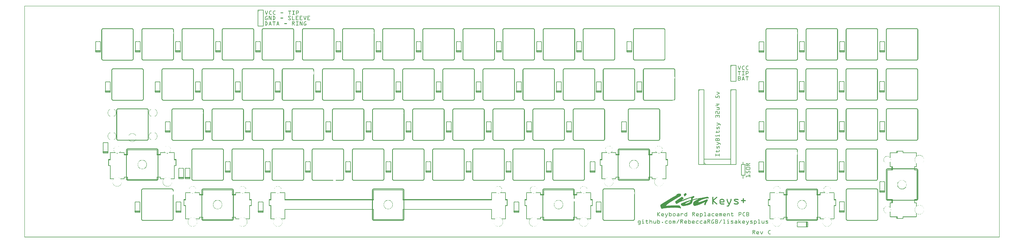
<source format=gto>
G04 MADE WITH FRITZING*
G04 WWW.FRITZING.ORG*
G04 DOUBLE SIDED*
G04 HOLES PLATED*
G04 CONTOUR ON CENTER OF CONTOUR VECTOR*
%ASAXBY*%
%FSLAX23Y23*%
%MOIN*%
%OFA0B0*%
%SFA1.0B1.0*%
%ADD10C,0.010000*%
%ADD11C,0.020000*%
%ADD12C,0.005000*%
%ADD13R,0.001000X0.001000*%
%LNSILK1*%
G90*
G70*
G54D10*
X15235Y470D02*
X15235Y665D01*
D02*
X15325Y665D02*
X15325Y470D01*
D02*
X15325Y470D02*
X15235Y470D01*
G54D11*
D02*
X15325Y490D02*
X15235Y490D01*
G54D10*
D02*
X15987Y844D02*
X15987Y1039D01*
D02*
X16077Y1039D02*
X16077Y844D01*
D02*
X16077Y844D02*
X15987Y844D01*
G54D11*
D02*
X16077Y864D02*
X15987Y864D01*
G54D10*
D02*
X14642Y196D02*
X14447Y196D01*
D02*
X14447Y286D02*
X14642Y286D01*
D02*
X14642Y286D02*
X14642Y196D01*
G54D11*
D02*
X14622Y286D02*
X14622Y196D01*
G54D10*
D02*
X14484Y1218D02*
X14484Y1413D01*
D02*
X14574Y1413D02*
X14574Y1218D01*
D02*
X14574Y1218D02*
X14484Y1218D01*
G54D11*
D02*
X14574Y1238D02*
X14484Y1238D01*
G54D10*
D02*
X15232Y1218D02*
X15232Y1413D01*
D02*
X15322Y1413D02*
X15322Y1218D01*
D02*
X15322Y1218D02*
X15232Y1218D01*
G54D11*
D02*
X15322Y1238D02*
X15232Y1238D01*
G54D10*
D02*
X13726Y1216D02*
X13726Y1411D01*
D02*
X13816Y1411D02*
X13816Y1216D01*
D02*
X13816Y1216D02*
X13726Y1216D01*
G54D11*
D02*
X13816Y1236D02*
X13726Y1236D01*
G54D10*
D02*
X15987Y1970D02*
X15987Y2165D01*
D02*
X16077Y2165D02*
X16077Y1970D01*
D02*
X16077Y1970D02*
X15987Y1970D01*
G54D11*
D02*
X16077Y1990D02*
X15987Y1990D01*
G54D10*
D02*
X14487Y1970D02*
X14487Y2165D01*
D02*
X14577Y2165D02*
X14577Y1970D01*
D02*
X14577Y1970D02*
X14487Y1970D01*
G54D11*
D02*
X14577Y1990D02*
X14487Y1990D01*
G54D10*
D02*
X15235Y1970D02*
X15235Y2165D01*
D02*
X15325Y2165D02*
X15325Y1970D01*
D02*
X15325Y1970D02*
X15235Y1970D01*
G54D11*
D02*
X15325Y1990D02*
X15235Y1990D01*
G54D10*
D02*
X13730Y1968D02*
X13730Y2163D01*
D02*
X13820Y2163D02*
X13820Y1968D01*
D02*
X13820Y1968D02*
X13730Y1968D01*
G54D11*
D02*
X13820Y1988D02*
X13730Y1988D01*
G54D10*
D02*
X15984Y2718D02*
X15984Y2913D01*
D02*
X16074Y2913D02*
X16074Y2718D01*
D02*
X16074Y2718D02*
X15984Y2718D01*
G54D11*
D02*
X16074Y2738D02*
X15984Y2738D01*
G54D10*
D02*
X14484Y2718D02*
X14484Y2913D01*
D02*
X14574Y2913D02*
X14574Y2718D01*
D02*
X14574Y2718D02*
X14484Y2718D01*
G54D11*
D02*
X14574Y2738D02*
X14484Y2738D01*
G54D10*
D02*
X15232Y2718D02*
X15232Y2913D01*
D02*
X15322Y2913D02*
X15322Y2718D01*
D02*
X15322Y2718D02*
X15232Y2718D01*
G54D11*
D02*
X15322Y2738D02*
X15232Y2738D01*
G54D10*
D02*
X13726Y2716D02*
X13726Y2911D01*
D02*
X13816Y2911D02*
X13816Y2716D01*
D02*
X13816Y2716D02*
X13726Y2716D01*
G54D11*
D02*
X13816Y2736D02*
X13726Y2736D01*
G54D10*
D02*
X15988Y3465D02*
X15988Y3660D01*
D02*
X16078Y3660D02*
X16078Y3465D01*
D02*
X16078Y3465D02*
X15988Y3465D01*
G54D11*
D02*
X16078Y3485D02*
X15988Y3485D01*
G54D10*
D02*
X15236Y3465D02*
X15236Y3660D01*
D02*
X15326Y3660D02*
X15326Y3465D01*
D02*
X15326Y3465D02*
X15236Y3465D01*
G54D11*
D02*
X15326Y3485D02*
X15236Y3485D01*
G54D10*
D02*
X14488Y3465D02*
X14488Y3660D01*
D02*
X14578Y3660D02*
X14578Y3465D01*
D02*
X14578Y3465D02*
X14488Y3465D01*
G54D11*
D02*
X14578Y3485D02*
X14488Y3485D01*
G54D10*
D02*
X13731Y3463D02*
X13731Y3658D01*
D02*
X13821Y3658D02*
X13821Y3463D01*
D02*
X13821Y3463D02*
X13731Y3463D01*
G54D11*
D02*
X13821Y3483D02*
X13731Y3483D01*
G54D10*
D02*
X10688Y465D02*
X10688Y660D01*
D02*
X10778Y660D02*
X10778Y465D01*
D02*
X10778Y465D02*
X10688Y465D01*
G54D11*
D02*
X10778Y485D02*
X10688Y485D01*
G54D10*
D02*
X9151Y465D02*
X9151Y660D01*
D02*
X9241Y660D02*
X9241Y465D01*
D02*
X9241Y465D02*
X9151Y465D01*
G54D11*
D02*
X9241Y485D02*
X9151Y485D01*
G54D10*
D02*
X4372Y465D02*
X4372Y660D01*
D02*
X4462Y660D02*
X4462Y465D01*
D02*
X4462Y465D02*
X4372Y465D01*
G54D11*
D02*
X4462Y485D02*
X4372Y485D01*
G54D10*
D02*
X2833Y465D02*
X2833Y660D01*
D02*
X2923Y660D02*
X2923Y465D01*
D02*
X2923Y465D02*
X2833Y465D01*
G54D11*
D02*
X2923Y485D02*
X2833Y485D01*
G54D10*
D02*
X2066Y465D02*
X2066Y660D01*
D02*
X2156Y660D02*
X2156Y465D01*
D02*
X2156Y465D02*
X2066Y465D01*
G54D11*
D02*
X2156Y485D02*
X2066Y485D01*
G54D10*
D02*
X5253Y1217D02*
X5253Y1412D01*
D02*
X5343Y1412D02*
X5343Y1217D01*
D02*
X5343Y1217D02*
X5253Y1217D01*
G54D11*
D02*
X5343Y1237D02*
X5253Y1237D01*
G54D10*
D02*
X3005Y1095D02*
X3005Y1290D01*
D02*
X3095Y1290D02*
X3095Y1095D01*
D02*
X3095Y1095D02*
X3005Y1095D01*
G54D11*
D02*
X3095Y1115D02*
X3005Y1115D01*
G54D10*
D02*
X3757Y1217D02*
X3757Y1412D01*
D02*
X3847Y1412D02*
X3847Y1217D01*
D02*
X3847Y1217D02*
X3757Y1217D01*
G54D11*
D02*
X3847Y1237D02*
X3757Y1237D01*
G54D10*
D02*
X7505Y1217D02*
X7505Y1412D01*
D02*
X7595Y1412D02*
X7595Y1217D01*
D02*
X7595Y1217D02*
X7505Y1217D01*
G54D11*
D02*
X7595Y1237D02*
X7505Y1237D01*
G54D10*
D02*
X6005Y1217D02*
X6005Y1412D01*
D02*
X6095Y1412D02*
X6095Y1217D01*
D02*
X6095Y1217D02*
X6005Y1217D01*
G54D11*
D02*
X6095Y1237D02*
X6005Y1237D01*
G54D10*
D02*
X9005Y1217D02*
X9005Y1412D01*
D02*
X9095Y1412D02*
X9095Y1217D01*
D02*
X9095Y1217D02*
X9005Y1217D01*
G54D11*
D02*
X9095Y1237D02*
X9005Y1237D01*
G54D10*
D02*
X10575Y1217D02*
X10575Y1412D01*
D02*
X10665Y1412D02*
X10665Y1217D01*
D02*
X10665Y1217D02*
X10575Y1217D01*
G54D11*
D02*
X10665Y1237D02*
X10575Y1237D01*
G54D10*
D02*
X4505Y1217D02*
X4505Y1412D01*
D02*
X4595Y1412D02*
X4595Y1217D01*
D02*
X4595Y1217D02*
X4505Y1217D01*
G54D11*
D02*
X4595Y1237D02*
X4505Y1237D01*
G54D10*
D02*
X6757Y1217D02*
X6757Y1412D01*
D02*
X6847Y1412D02*
X6847Y1217D01*
D02*
X6847Y1217D02*
X6757Y1217D01*
G54D11*
D02*
X6847Y1237D02*
X6757Y1237D01*
G54D10*
D02*
X8257Y1217D02*
X8257Y1412D01*
D02*
X8347Y1412D02*
X8347Y1217D01*
D02*
X8347Y1217D02*
X8257Y1217D01*
G54D11*
D02*
X8347Y1237D02*
X8257Y1237D01*
G54D10*
D02*
X9757Y1217D02*
X9757Y1412D01*
D02*
X9847Y1412D02*
X9847Y1217D01*
D02*
X9847Y1217D02*
X9757Y1217D01*
G54D11*
D02*
X9847Y1237D02*
X9757Y1237D01*
G54D10*
D02*
X2883Y1095D02*
X2883Y1290D01*
D02*
X2973Y1290D02*
X2973Y1095D01*
D02*
X2973Y1095D02*
X2883Y1095D01*
G54D11*
D02*
X2973Y1115D02*
X2883Y1115D01*
G54D10*
D02*
X4883Y1965D02*
X4883Y2160D01*
D02*
X4973Y2160D02*
X4973Y1965D01*
D02*
X4973Y1965D02*
X4883Y1965D01*
G54D11*
D02*
X4973Y1985D02*
X4883Y1985D01*
G54D10*
D02*
X2635Y1965D02*
X2635Y2160D01*
D02*
X2725Y2160D02*
X2725Y1965D01*
D02*
X2725Y1965D02*
X2635Y1965D01*
G54D11*
D02*
X2725Y1985D02*
X2635Y1985D01*
G54D10*
D02*
X3387Y1965D02*
X3387Y2160D01*
D02*
X3477Y2160D02*
X3477Y1965D01*
D02*
X3477Y1965D02*
X3387Y1965D01*
G54D11*
D02*
X3477Y1985D02*
X3387Y1985D01*
G54D10*
D02*
X7135Y1965D02*
X7135Y2160D01*
D02*
X7225Y2160D02*
X7225Y1965D01*
D02*
X7225Y1965D02*
X7135Y1965D01*
G54D11*
D02*
X7225Y1985D02*
X7135Y1985D01*
G54D10*
D02*
X5635Y1965D02*
X5635Y2160D01*
D02*
X5725Y2160D02*
X5725Y1965D01*
D02*
X5725Y1965D02*
X5635Y1965D01*
G54D11*
D02*
X5725Y1985D02*
X5635Y1985D01*
G54D10*
D02*
X8635Y1965D02*
X8635Y2160D01*
D02*
X8725Y2160D02*
X8725Y1965D01*
D02*
X8725Y1965D02*
X8635Y1965D01*
G54D11*
D02*
X8725Y1985D02*
X8635Y1985D01*
G54D10*
D02*
X11161Y1965D02*
X11161Y2160D01*
D02*
X11251Y2160D02*
X11251Y1965D01*
D02*
X11251Y1965D02*
X11161Y1965D01*
G54D11*
D02*
X11251Y1985D02*
X11161Y1985D01*
G54D10*
D02*
X10135Y1965D02*
X10135Y2160D01*
D02*
X10225Y2160D02*
X10225Y1965D01*
D02*
X10225Y1965D02*
X10135Y1965D01*
G54D11*
D02*
X10225Y1985D02*
X10135Y1985D01*
G54D10*
D02*
X4135Y1965D02*
X4135Y2160D01*
D02*
X4225Y2160D02*
X4225Y1965D01*
D02*
X4225Y1965D02*
X4135Y1965D01*
G54D11*
D02*
X4225Y1985D02*
X4135Y1985D01*
G54D10*
D02*
X6387Y1965D02*
X6387Y2160D01*
D02*
X6477Y2160D02*
X6477Y1965D01*
D02*
X6477Y1965D02*
X6387Y1965D01*
G54D11*
D02*
X6477Y1985D02*
X6387Y1985D01*
G54D10*
D02*
X7887Y1965D02*
X7887Y2160D01*
D02*
X7977Y2160D02*
X7977Y1965D01*
D02*
X7977Y1965D02*
X7887Y1965D01*
G54D11*
D02*
X7977Y1985D02*
X7887Y1985D01*
G54D10*
D02*
X9387Y1965D02*
X9387Y2160D01*
D02*
X9477Y2160D02*
X9477Y1965D01*
D02*
X9477Y1965D02*
X9387Y1965D01*
G54D11*
D02*
X9477Y1985D02*
X9387Y1985D01*
G54D10*
D02*
X1472Y1577D02*
X1472Y1772D01*
D02*
X1562Y1772D02*
X1562Y1577D01*
D02*
X1562Y1577D02*
X1472Y1577D01*
G54D11*
D02*
X1562Y1597D02*
X1472Y1597D01*
G54D10*
D02*
X4692Y2714D02*
X4692Y2909D01*
D02*
X4782Y2909D02*
X4782Y2714D01*
D02*
X4782Y2714D02*
X4692Y2714D01*
G54D11*
D02*
X4782Y2734D02*
X4692Y2734D01*
G54D10*
D02*
X2444Y2714D02*
X2444Y2909D01*
D02*
X2534Y2909D02*
X2534Y2714D01*
D02*
X2534Y2714D02*
X2444Y2714D01*
G54D11*
D02*
X2534Y2734D02*
X2444Y2734D01*
G54D10*
D02*
X3196Y2714D02*
X3196Y2909D01*
D02*
X3286Y2909D02*
X3286Y2714D01*
D02*
X3286Y2714D02*
X3196Y2714D01*
G54D11*
D02*
X3286Y2734D02*
X3196Y2734D01*
G54D10*
D02*
X6944Y2714D02*
X6944Y2909D01*
D02*
X7034Y2909D02*
X7034Y2714D01*
D02*
X7034Y2714D02*
X6944Y2714D01*
G54D11*
D02*
X7034Y2734D02*
X6944Y2734D01*
G54D10*
D02*
X5444Y2714D02*
X5444Y2909D01*
D02*
X5534Y2909D02*
X5534Y2714D01*
D02*
X5534Y2714D02*
X5444Y2714D01*
G54D11*
D02*
X5534Y2734D02*
X5444Y2734D01*
G54D10*
D02*
X8444Y2714D02*
X8444Y2909D01*
D02*
X8534Y2909D02*
X8534Y2714D01*
D02*
X8534Y2714D02*
X8444Y2714D01*
G54D11*
D02*
X8534Y2734D02*
X8444Y2734D01*
G54D10*
D02*
X10692Y2714D02*
X10692Y2909D01*
D02*
X10782Y2909D02*
X10782Y2714D01*
D02*
X10782Y2714D02*
X10692Y2714D01*
G54D11*
D02*
X10782Y2734D02*
X10692Y2734D01*
G54D10*
D02*
X9944Y2714D02*
X9944Y2909D01*
D02*
X10034Y2909D02*
X10034Y2714D01*
D02*
X10034Y2714D02*
X9944Y2714D01*
G54D11*
D02*
X10034Y2734D02*
X9944Y2734D01*
G54D10*
D02*
X3944Y2714D02*
X3944Y2909D01*
D02*
X4034Y2909D02*
X4034Y2714D01*
D02*
X4034Y2714D02*
X3944Y2714D01*
G54D11*
D02*
X4034Y2734D02*
X3944Y2734D01*
G54D10*
D02*
X6196Y2714D02*
X6196Y2909D01*
D02*
X6286Y2909D02*
X6286Y2714D01*
D02*
X6286Y2714D02*
X6196Y2714D01*
G54D11*
D02*
X6286Y2734D02*
X6196Y2734D01*
G54D10*
D02*
X11446Y2714D02*
X11446Y2909D01*
D02*
X11536Y2909D02*
X11536Y2714D01*
D02*
X11536Y2714D02*
X11446Y2714D01*
G54D11*
D02*
X11536Y2734D02*
X11446Y2734D01*
G54D10*
D02*
X7696Y2714D02*
X7696Y2909D01*
D02*
X7786Y2909D02*
X7786Y2714D01*
D02*
X7786Y2714D02*
X7696Y2714D01*
G54D11*
D02*
X7786Y2734D02*
X7696Y2734D01*
G54D10*
D02*
X9196Y2714D02*
X9196Y2909D01*
D02*
X9286Y2909D02*
X9286Y2714D01*
D02*
X9286Y2714D02*
X9196Y2714D01*
G54D11*
D02*
X9286Y2734D02*
X9196Y2734D01*
G54D10*
D02*
X1514Y2713D02*
X1514Y2908D01*
D02*
X1604Y2908D02*
X1604Y2713D01*
D02*
X1604Y2713D02*
X1514Y2713D01*
G54D11*
D02*
X1604Y2733D02*
X1514Y2733D01*
G54D10*
D02*
X11259Y3465D02*
X11259Y3660D01*
D02*
X11349Y3660D02*
X11349Y3465D01*
D02*
X11349Y3465D02*
X11259Y3465D01*
G54D11*
D02*
X11349Y3485D02*
X11259Y3485D01*
G54D10*
D02*
X10322Y3465D02*
X10322Y3660D01*
D02*
X10412Y3660D02*
X10412Y3465D01*
D02*
X10412Y3465D02*
X10322Y3465D01*
G54D11*
D02*
X10412Y3485D02*
X10322Y3485D01*
G54D10*
D02*
X9573Y3465D02*
X9573Y3660D01*
D02*
X9663Y3660D02*
X9663Y3465D01*
D02*
X9663Y3465D02*
X9573Y3465D01*
G54D11*
D02*
X9663Y3485D02*
X9573Y3485D01*
G54D10*
D02*
X8825Y3465D02*
X8825Y3660D01*
D02*
X8915Y3660D02*
X8915Y3465D01*
D02*
X8915Y3465D02*
X8825Y3465D01*
G54D11*
D02*
X8915Y3485D02*
X8825Y3485D01*
G54D10*
D02*
X8073Y3465D02*
X8073Y3660D01*
D02*
X8163Y3660D02*
X8163Y3465D01*
D02*
X8163Y3465D02*
X8073Y3465D01*
G54D11*
D02*
X8163Y3485D02*
X8073Y3485D01*
G54D10*
D02*
X7325Y3465D02*
X7325Y3660D01*
D02*
X7415Y3660D02*
X7415Y3465D01*
D02*
X7415Y3465D02*
X7325Y3465D01*
G54D11*
D02*
X7415Y3485D02*
X7325Y3485D01*
G54D10*
D02*
X6573Y3465D02*
X6573Y3660D01*
D02*
X6663Y3660D02*
X6663Y3465D01*
D02*
X6663Y3465D02*
X6573Y3465D01*
G54D11*
D02*
X6663Y3485D02*
X6573Y3485D01*
G54D10*
D02*
X5825Y3465D02*
X5825Y3660D01*
D02*
X5915Y3660D02*
X5915Y3465D01*
D02*
X5915Y3465D02*
X5825Y3465D01*
G54D11*
D02*
X5915Y3485D02*
X5825Y3485D01*
G54D10*
D02*
X5073Y3465D02*
X5073Y3660D01*
D02*
X5163Y3660D02*
X5163Y3465D01*
D02*
X5163Y3465D02*
X5073Y3465D01*
G54D11*
D02*
X5163Y3485D02*
X5073Y3485D01*
G54D10*
D02*
X4322Y3465D02*
X4322Y3660D01*
D02*
X4412Y3660D02*
X4412Y3465D01*
D02*
X4412Y3465D02*
X4322Y3465D01*
G54D11*
D02*
X4412Y3485D02*
X4322Y3485D01*
G54D10*
D02*
X3573Y3465D02*
X3573Y3660D01*
D02*
X3663Y3660D02*
X3663Y3465D01*
D02*
X3663Y3465D02*
X3573Y3465D01*
G54D11*
D02*
X3663Y3485D02*
X3573Y3485D01*
G54D10*
D02*
X2825Y3465D02*
X2825Y3660D01*
D02*
X2915Y3660D02*
X2915Y3465D01*
D02*
X2915Y3465D02*
X2825Y3465D01*
G54D11*
D02*
X2915Y3485D02*
X2825Y3485D01*
G54D10*
D02*
X2073Y3465D02*
X2073Y3660D01*
D02*
X2163Y3660D02*
X2163Y3465D01*
D02*
X2163Y3465D02*
X2073Y3465D01*
G54D11*
D02*
X2163Y3485D02*
X2073Y3485D01*
G54D10*
D02*
X1332Y3465D02*
X1332Y3660D01*
D02*
X1422Y3660D02*
X1422Y3465D01*
D02*
X1422Y3465D02*
X1332Y3465D01*
G54D11*
D02*
X1422Y3485D02*
X1332Y3485D01*
G54D10*
D02*
X12601Y2764D02*
X12601Y1364D01*
D02*
X12601Y1364D02*
X12701Y1364D01*
D02*
X12701Y1364D02*
X12701Y2764D01*
D02*
X12701Y2764D02*
X12601Y2764D01*
D02*
X13202Y2764D02*
X13202Y1364D01*
D02*
X13202Y1364D02*
X13302Y1364D01*
D02*
X13302Y1364D02*
X13302Y2764D01*
D02*
X13302Y2764D02*
X13202Y2764D01*
D02*
X12701Y1364D02*
X13201Y1364D01*
D02*
X13201Y1364D02*
X13201Y1464D01*
D02*
X13201Y1464D02*
X12701Y1464D01*
D02*
X12701Y1464D02*
X12701Y1364D01*
G54D12*
D02*
X12736Y1364D02*
X12701Y1399D01*
G54D10*
D02*
X13202Y3221D02*
X13202Y2921D01*
D02*
X13202Y2921D02*
X13302Y2921D01*
D02*
X13302Y2921D02*
X13302Y3221D01*
D02*
X13302Y3221D02*
X13202Y3221D01*
D02*
X13400Y1162D02*
X13400Y1362D01*
D02*
X13400Y1362D02*
X13466Y1362D01*
D02*
X13466Y1362D02*
X13466Y1162D01*
D02*
X13466Y1162D02*
X13400Y1162D01*
D02*
X4364Y4252D02*
X4364Y3952D01*
D02*
X4364Y3952D02*
X4464Y3952D01*
D02*
X4464Y3952D02*
X4464Y4252D01*
D02*
X4464Y4252D02*
X4364Y4252D01*
G36*
X12353Y830D02*
X12353Y827D01*
X12352Y827D01*
X12352Y825D01*
X12350Y825D01*
X12350Y823D01*
X12348Y823D01*
X12348Y821D01*
X12345Y821D01*
X12345Y820D01*
X12343Y820D01*
X12343Y818D01*
X12342Y818D01*
X12342Y816D01*
X12340Y816D01*
X12340Y815D01*
X12336Y815D01*
X12336Y813D01*
X12333Y813D01*
X12333Y811D01*
X12331Y811D01*
X12331Y810D01*
X12330Y810D01*
X12330Y808D01*
X12328Y808D01*
X12328Y806D01*
X12326Y806D01*
X12326Y803D01*
X12325Y803D01*
X12325Y793D01*
X12326Y793D01*
X12326Y788D01*
X12328Y788D01*
X12328Y783D01*
X12330Y783D01*
X12330Y779D01*
X12331Y779D01*
X12331Y776D01*
X12333Y776D01*
X12333Y772D01*
X12335Y772D01*
X12335Y769D01*
X12336Y769D01*
X12336Y767D01*
X12338Y767D01*
X12338Y766D01*
X12340Y766D01*
X12340Y762D01*
X12342Y762D01*
X12342Y764D01*
X12345Y764D01*
X12345Y766D01*
X12347Y766D01*
X12347Y767D01*
X12348Y767D01*
X12348Y769D01*
X12350Y769D01*
X12350Y771D01*
X12352Y771D01*
X12352Y772D01*
X12353Y772D01*
X12353Y774D01*
X12355Y774D01*
X12355Y776D01*
X12357Y776D01*
X12357Y777D01*
X12358Y777D01*
X12358Y779D01*
X12360Y779D01*
X12360Y781D01*
X12362Y781D01*
X12362Y783D01*
X12364Y783D01*
X12364Y786D01*
X12367Y786D01*
X12367Y789D01*
X12369Y789D01*
X12369Y791D01*
X12370Y791D01*
X12370Y793D01*
X12372Y793D01*
X12372Y794D01*
X12374Y794D01*
X12374Y796D01*
X12375Y796D01*
X12375Y798D01*
X12377Y798D01*
X12377Y810D01*
X12375Y810D01*
X12375Y813D01*
X12374Y813D01*
X12374Y815D01*
X12372Y815D01*
X12372Y818D01*
X12369Y818D01*
X12369Y821D01*
X12367Y821D01*
X12367Y823D01*
X12365Y823D01*
X12365Y825D01*
X12362Y825D01*
X12362Y827D01*
X12360Y827D01*
X12360Y828D01*
X12357Y828D01*
X12357Y830D01*
X12353Y830D01*
G37*
D02*
G36*
X12233Y820D02*
X12233Y818D01*
X12235Y818D01*
X12235Y820D01*
X12233Y820D01*
G37*
D02*
G36*
X12228Y818D02*
X12228Y816D01*
X12243Y816D01*
X12243Y818D01*
X12228Y818D01*
G37*
D02*
G36*
X12250Y818D02*
X12250Y816D01*
X12259Y816D01*
X12259Y818D01*
X12250Y818D01*
G37*
D02*
G36*
X12223Y816D02*
X12223Y815D01*
X12262Y815D01*
X12262Y816D01*
X12223Y816D01*
G37*
D02*
G36*
X12223Y816D02*
X12223Y815D01*
X12262Y815D01*
X12262Y816D01*
X12223Y816D01*
G37*
D02*
G36*
X12215Y815D02*
X12215Y813D01*
X12211Y813D01*
X12211Y811D01*
X12206Y811D01*
X12206Y810D01*
X12203Y810D01*
X12203Y808D01*
X12198Y808D01*
X12198Y806D01*
X12193Y806D01*
X12193Y805D01*
X12191Y805D01*
X12191Y803D01*
X12189Y803D01*
X12189Y801D01*
X12187Y801D01*
X12187Y799D01*
X12189Y799D01*
X12189Y793D01*
X12187Y793D01*
X12187Y789D01*
X12186Y789D01*
X12186Y788D01*
X12182Y788D01*
X12182Y786D01*
X12181Y786D01*
X12181Y784D01*
X12179Y784D01*
X12179Y783D01*
X12177Y783D01*
X12177Y781D01*
X12174Y781D01*
X12174Y779D01*
X12169Y779D01*
X12169Y777D01*
X12167Y777D01*
X12167Y776D01*
X12164Y776D01*
X12164Y774D01*
X12162Y774D01*
X12162Y772D01*
X12159Y772D01*
X12159Y771D01*
X12157Y771D01*
X12157Y769D01*
X12152Y769D01*
X12152Y767D01*
X12150Y767D01*
X12150Y766D01*
X12149Y766D01*
X12149Y764D01*
X12143Y764D01*
X12143Y762D01*
X12138Y762D01*
X12138Y760D01*
X12137Y760D01*
X12137Y759D01*
X12135Y759D01*
X12135Y757D01*
X12128Y757D01*
X12128Y755D01*
X12126Y755D01*
X12126Y754D01*
X12123Y754D01*
X12123Y752D01*
X12118Y752D01*
X12118Y750D01*
X12116Y750D01*
X12116Y749D01*
X12113Y749D01*
X12113Y747D01*
X12111Y747D01*
X12111Y745D01*
X12110Y745D01*
X12110Y744D01*
X12106Y744D01*
X12106Y742D01*
X12103Y742D01*
X12103Y740D01*
X12101Y740D01*
X12101Y738D01*
X12094Y738D01*
X12094Y737D01*
X12093Y737D01*
X12093Y735D01*
X12091Y735D01*
X12091Y733D01*
X12089Y733D01*
X12089Y732D01*
X12086Y732D01*
X12086Y730D01*
X12084Y730D01*
X12084Y728D01*
X12081Y728D01*
X12081Y727D01*
X12076Y727D01*
X12076Y725D01*
X12074Y725D01*
X12074Y723D01*
X12072Y723D01*
X12072Y722D01*
X12067Y722D01*
X12067Y720D01*
X12066Y720D01*
X12066Y718D01*
X12064Y718D01*
X12064Y716D01*
X12060Y716D01*
X12060Y715D01*
X12059Y715D01*
X12059Y713D01*
X12055Y713D01*
X12055Y711D01*
X12054Y711D01*
X12054Y710D01*
X12050Y710D01*
X12050Y708D01*
X12047Y708D01*
X12047Y706D01*
X12045Y706D01*
X12045Y705D01*
X12040Y705D01*
X12040Y703D01*
X12038Y703D01*
X12038Y701D01*
X12035Y701D01*
X12035Y700D01*
X12033Y700D01*
X12033Y698D01*
X12028Y698D01*
X12028Y696D01*
X12027Y696D01*
X12027Y694D01*
X12023Y694D01*
X12023Y693D01*
X12022Y693D01*
X12022Y691D01*
X12018Y691D01*
X12018Y689D01*
X12015Y689D01*
X12015Y686D01*
X12011Y686D01*
X12011Y684D01*
X12008Y684D01*
X12008Y683D01*
X12005Y683D01*
X12005Y681D01*
X12003Y681D01*
X12003Y679D01*
X11999Y679D01*
X11999Y678D01*
X11996Y678D01*
X11996Y676D01*
X11994Y676D01*
X11994Y674D01*
X11993Y674D01*
X11993Y672D01*
X11991Y672D01*
X11991Y671D01*
X11986Y671D01*
X11986Y669D01*
X11984Y669D01*
X11984Y667D01*
X11979Y667D01*
X11979Y666D01*
X11977Y666D01*
X11977Y664D01*
X11974Y664D01*
X11974Y662D01*
X11972Y662D01*
X11972Y661D01*
X11969Y661D01*
X11969Y659D01*
X11966Y659D01*
X11966Y657D01*
X11962Y657D01*
X11962Y654D01*
X11957Y654D01*
X11957Y652D01*
X11954Y652D01*
X11954Y650D01*
X11952Y650D01*
X11952Y649D01*
X11949Y649D01*
X11949Y647D01*
X11945Y647D01*
X11945Y644D01*
X11942Y644D01*
X11942Y642D01*
X11940Y642D01*
X11940Y640D01*
X11935Y640D01*
X11935Y639D01*
X11933Y639D01*
X11933Y637D01*
X11930Y637D01*
X11930Y635D01*
X11927Y635D01*
X11927Y633D01*
X11925Y633D01*
X11925Y632D01*
X11923Y632D01*
X11923Y630D01*
X11920Y630D01*
X11920Y628D01*
X11917Y628D01*
X11917Y627D01*
X11915Y627D01*
X11915Y625D01*
X11911Y625D01*
X11911Y623D01*
X11906Y623D01*
X11906Y620D01*
X11903Y620D01*
X11903Y618D01*
X11901Y618D01*
X11901Y617D01*
X11900Y617D01*
X11900Y615D01*
X11898Y615D01*
X11898Y613D01*
X11896Y613D01*
X11896Y611D01*
X11895Y611D01*
X11895Y610D01*
X11891Y610D01*
X11891Y606D01*
X11889Y606D01*
X11889Y605D01*
X11886Y605D01*
X11886Y603D01*
X11888Y603D01*
X11888Y600D01*
X11886Y600D01*
X11886Y591D01*
X11994Y591D01*
X11994Y595D01*
X11993Y595D01*
X11993Y596D01*
X11994Y596D01*
X11994Y598D01*
X11996Y598D01*
X11996Y600D01*
X11998Y600D01*
X11998Y601D01*
X11999Y601D01*
X11999Y603D01*
X12003Y603D01*
X12003Y605D01*
X12005Y605D01*
X12005Y608D01*
X12010Y608D01*
X12010Y611D01*
X12013Y611D01*
X12013Y613D01*
X12015Y613D01*
X12015Y615D01*
X12016Y615D01*
X12016Y617D01*
X12020Y617D01*
X12020Y618D01*
X12022Y618D01*
X12022Y620D01*
X12023Y620D01*
X12023Y622D01*
X12027Y622D01*
X12027Y625D01*
X12030Y625D01*
X12030Y627D01*
X12032Y627D01*
X12032Y628D01*
X12035Y628D01*
X12035Y632D01*
X12040Y632D01*
X12040Y633D01*
X12042Y633D01*
X12042Y635D01*
X12045Y635D01*
X12045Y637D01*
X12047Y637D01*
X12047Y639D01*
X12049Y639D01*
X12049Y640D01*
X12050Y640D01*
X12050Y642D01*
X12052Y642D01*
X12052Y644D01*
X12055Y644D01*
X12055Y645D01*
X12057Y645D01*
X12057Y647D01*
X12059Y647D01*
X12059Y649D01*
X12062Y649D01*
X12062Y650D01*
X12066Y650D01*
X12066Y652D01*
X12067Y652D01*
X12067Y654D01*
X12069Y654D01*
X12069Y656D01*
X12071Y656D01*
X12071Y657D01*
X12074Y657D01*
X12074Y659D01*
X12077Y659D01*
X12077Y661D01*
X12079Y661D01*
X12079Y662D01*
X12084Y662D01*
X12084Y664D01*
X12088Y664D01*
X12088Y666D01*
X12089Y666D01*
X12089Y667D01*
X12091Y667D01*
X12091Y669D01*
X12094Y669D01*
X12094Y671D01*
X12098Y671D01*
X12098Y672D01*
X12103Y672D01*
X12103Y674D01*
X12104Y674D01*
X12104Y678D01*
X12110Y678D01*
X12110Y679D01*
X12111Y679D01*
X12111Y681D01*
X12115Y681D01*
X12115Y684D01*
X12120Y684D01*
X12120Y686D01*
X12123Y686D01*
X12123Y688D01*
X12125Y688D01*
X12125Y689D01*
X12126Y689D01*
X12126Y691D01*
X12130Y691D01*
X12130Y693D01*
X12133Y693D01*
X12133Y694D01*
X12135Y694D01*
X12135Y696D01*
X12138Y696D01*
X12138Y698D01*
X12142Y698D01*
X12142Y700D01*
X12145Y700D01*
X12145Y701D01*
X12147Y701D01*
X12147Y703D01*
X12149Y703D01*
X12149Y705D01*
X12150Y705D01*
X12150Y706D01*
X12154Y706D01*
X12154Y708D01*
X12157Y708D01*
X12157Y710D01*
X12160Y710D01*
X12160Y711D01*
X12164Y711D01*
X12164Y713D01*
X12165Y713D01*
X12165Y715D01*
X12167Y715D01*
X12167Y716D01*
X12172Y716D01*
X12172Y718D01*
X12174Y718D01*
X12174Y720D01*
X12177Y720D01*
X12177Y722D01*
X12179Y722D01*
X12179Y723D01*
X12184Y723D01*
X12184Y725D01*
X12186Y725D01*
X12186Y727D01*
X12187Y727D01*
X12187Y728D01*
X12189Y728D01*
X12189Y730D01*
X12194Y730D01*
X12194Y732D01*
X12198Y732D01*
X12198Y733D01*
X12199Y733D01*
X12199Y735D01*
X12201Y735D01*
X12201Y737D01*
X12204Y737D01*
X12204Y738D01*
X12208Y738D01*
X12208Y740D01*
X12209Y740D01*
X12209Y742D01*
X12215Y742D01*
X12215Y744D01*
X12218Y744D01*
X12218Y745D01*
X12220Y745D01*
X12220Y747D01*
X12221Y747D01*
X12221Y749D01*
X12226Y749D01*
X12226Y750D01*
X12228Y750D01*
X12228Y752D01*
X12235Y752D01*
X12235Y754D01*
X12237Y754D01*
X12237Y755D01*
X12240Y755D01*
X12240Y757D01*
X12243Y757D01*
X12243Y759D01*
X12247Y759D01*
X12247Y760D01*
X12248Y760D01*
X12248Y762D01*
X12252Y762D01*
X12252Y764D01*
X12253Y764D01*
X12253Y766D01*
X12257Y766D01*
X12257Y767D01*
X12260Y767D01*
X12260Y769D01*
X12262Y769D01*
X12262Y771D01*
X12264Y771D01*
X12264Y772D01*
X12265Y772D01*
X12265Y774D01*
X12267Y774D01*
X12267Y776D01*
X12270Y776D01*
X12270Y777D01*
X12272Y777D01*
X12272Y781D01*
X12274Y781D01*
X12274Y783D01*
X12275Y783D01*
X12275Y796D01*
X12274Y796D01*
X12274Y799D01*
X12272Y799D01*
X12272Y803D01*
X12270Y803D01*
X12270Y806D01*
X12269Y806D01*
X12269Y810D01*
X12267Y810D01*
X12267Y813D01*
X12264Y813D01*
X12264Y815D01*
X12215Y815D01*
G37*
D02*
G36*
X12115Y596D02*
X12115Y595D01*
X12116Y595D01*
X12116Y596D01*
X12115Y596D01*
G37*
D02*
G36*
X12132Y596D02*
X12132Y595D01*
X12135Y595D01*
X12135Y596D01*
X12132Y596D01*
G37*
D02*
G36*
X12138Y596D02*
X12138Y595D01*
X12140Y595D01*
X12140Y596D01*
X12138Y596D01*
G37*
D02*
G36*
X12145Y596D02*
X12145Y595D01*
X12152Y595D01*
X12152Y596D01*
X12145Y596D01*
G37*
D02*
G36*
X12157Y596D02*
X12157Y595D01*
X12159Y595D01*
X12159Y596D01*
X12157Y596D01*
G37*
D02*
G36*
X12160Y596D02*
X12160Y595D01*
X12176Y595D01*
X12176Y596D01*
X12160Y596D01*
G37*
D02*
G36*
X12177Y596D02*
X12177Y595D01*
X12182Y595D01*
X12182Y596D01*
X12177Y596D01*
G37*
D02*
G36*
X12064Y595D02*
X12064Y593D01*
X12067Y593D01*
X12067Y595D01*
X12064Y595D01*
G37*
D02*
G36*
X12082Y595D02*
X12082Y593D01*
X12101Y593D01*
X12101Y595D01*
X12082Y595D01*
G37*
D02*
G36*
X12103Y595D02*
X12103Y593D01*
X12238Y593D01*
X12238Y595D01*
X12103Y595D01*
G37*
D02*
G36*
X12103Y595D02*
X12103Y593D01*
X12238Y593D01*
X12238Y595D01*
X12103Y595D01*
G37*
D02*
G36*
X12103Y595D02*
X12103Y593D01*
X12238Y593D01*
X12238Y595D01*
X12103Y595D01*
G37*
D02*
G36*
X12103Y595D02*
X12103Y593D01*
X12238Y593D01*
X12238Y595D01*
X12103Y595D01*
G37*
D02*
G36*
X12103Y595D02*
X12103Y593D01*
X12238Y593D01*
X12238Y595D01*
X12103Y595D01*
G37*
D02*
G36*
X12103Y595D02*
X12103Y593D01*
X12238Y593D01*
X12238Y595D01*
X12103Y595D01*
G37*
D02*
G36*
X12103Y595D02*
X12103Y593D01*
X12238Y593D01*
X12238Y595D01*
X12103Y595D01*
G37*
D02*
G36*
X12240Y595D02*
X12240Y593D01*
X12243Y593D01*
X12243Y595D01*
X12240Y595D01*
G37*
D02*
G36*
X12030Y593D02*
X12030Y591D01*
X12040Y591D01*
X12040Y593D01*
X12030Y593D01*
G37*
D02*
G36*
X12042Y593D02*
X12042Y591D01*
X12247Y591D01*
X12247Y593D01*
X12042Y593D01*
G37*
D02*
G36*
X12042Y593D02*
X12042Y591D01*
X12247Y591D01*
X12247Y593D01*
X12042Y593D01*
G37*
D02*
G36*
X12042Y593D02*
X12042Y591D01*
X12247Y591D01*
X12247Y593D01*
X12042Y593D01*
G37*
D02*
G36*
X12042Y593D02*
X12042Y591D01*
X12247Y591D01*
X12247Y593D01*
X12042Y593D01*
G37*
D02*
G36*
X11886Y591D02*
X11886Y589D01*
X12250Y589D01*
X12250Y591D01*
X11886Y591D01*
G37*
D02*
G36*
X11886Y591D02*
X11886Y589D01*
X12250Y589D01*
X12250Y591D01*
X11886Y591D01*
G37*
D02*
G36*
X11886Y591D02*
X11886Y589D01*
X12250Y589D01*
X12250Y591D01*
X11886Y591D01*
G37*
D02*
G36*
X11888Y589D02*
X11888Y579D01*
X11889Y579D01*
X11889Y573D01*
X11891Y573D01*
X11891Y567D01*
X11893Y567D01*
X11893Y564D01*
X11895Y564D01*
X11895Y557D01*
X11896Y557D01*
X11896Y556D01*
X12165Y556D01*
X12165Y554D01*
X12191Y554D01*
X12191Y552D01*
X12211Y552D01*
X12211Y551D01*
X12230Y551D01*
X12230Y549D01*
X12242Y549D01*
X12242Y547D01*
X12250Y547D01*
X12250Y545D01*
X12257Y545D01*
X12257Y542D01*
X12260Y542D01*
X12260Y540D01*
X12262Y540D01*
X12262Y539D01*
X12267Y539D01*
X12267Y537D01*
X12270Y537D01*
X12270Y539D01*
X12272Y539D01*
X12272Y551D01*
X12270Y551D01*
X12270Y556D01*
X12269Y556D01*
X12269Y562D01*
X12267Y562D01*
X12267Y566D01*
X12265Y566D01*
X12265Y567D01*
X12264Y567D01*
X12264Y571D01*
X12262Y571D01*
X12262Y574D01*
X12260Y574D01*
X12260Y578D01*
X12259Y578D01*
X12259Y579D01*
X12257Y579D01*
X12257Y583D01*
X12255Y583D01*
X12255Y584D01*
X12253Y584D01*
X12253Y588D01*
X12252Y588D01*
X12252Y589D01*
X11888Y589D01*
G37*
D02*
G36*
X11896Y556D02*
X11896Y554D01*
X12113Y554D01*
X12113Y552D01*
X12115Y552D01*
X12115Y554D01*
X12155Y554D01*
X12155Y556D01*
X11896Y556D01*
G37*
D02*
G36*
X12157Y556D02*
X12157Y554D01*
X12162Y554D01*
X12162Y556D01*
X12157Y556D01*
G37*
D02*
G36*
X11898Y554D02*
X11898Y552D01*
X12081Y552D01*
X12081Y551D01*
X12082Y551D01*
X12082Y552D01*
X12108Y552D01*
X12108Y554D01*
X11898Y554D01*
G37*
D02*
G36*
X12186Y554D02*
X12186Y552D01*
X12187Y552D01*
X12187Y554D01*
X12186Y554D01*
G37*
D02*
G36*
X11900Y552D02*
X11900Y547D01*
X11996Y547D01*
X11996Y545D01*
X11999Y545D01*
X11999Y547D01*
X12011Y547D01*
X12011Y549D01*
X12040Y549D01*
X12040Y551D01*
X12059Y551D01*
X12059Y552D01*
X11900Y552D01*
G37*
D02*
G36*
X12060Y552D02*
X12060Y551D01*
X12066Y551D01*
X12066Y552D01*
X12060Y552D01*
G37*
D02*
G36*
X12074Y552D02*
X12074Y551D01*
X12076Y551D01*
X12076Y552D01*
X12074Y552D01*
G37*
D02*
G36*
X11901Y547D02*
X11901Y544D01*
X11903Y544D01*
X11903Y542D01*
X11955Y542D01*
X11955Y540D01*
X11957Y540D01*
X11957Y542D01*
X11964Y542D01*
X11964Y544D01*
X11986Y544D01*
X11986Y545D01*
X11993Y545D01*
X11993Y547D01*
X11901Y547D01*
G37*
D02*
G36*
X11903Y542D02*
X11903Y540D01*
X11905Y540D01*
X11905Y539D01*
X11906Y539D01*
X11906Y535D01*
X11911Y535D01*
X11911Y534D01*
X11913Y534D01*
X11913Y530D01*
X11922Y530D01*
X11922Y532D01*
X11923Y532D01*
X11923Y534D01*
X11925Y534D01*
X11925Y537D01*
X11933Y537D01*
X11933Y539D01*
X11942Y539D01*
X11942Y540D01*
X11952Y540D01*
X11952Y542D01*
X11903Y542D01*
G37*
D02*
G36*
X12502Y774D02*
X12502Y772D01*
X12501Y772D01*
X12501Y771D01*
X12497Y771D01*
X12497Y769D01*
X12494Y769D01*
X12494Y767D01*
X12491Y767D01*
X12491Y766D01*
X12487Y766D01*
X12487Y764D01*
X12482Y764D01*
X12482Y762D01*
X12479Y762D01*
X12479Y760D01*
X12472Y760D01*
X12472Y759D01*
X12469Y759D01*
X12469Y757D01*
X12462Y757D01*
X12462Y755D01*
X12460Y755D01*
X12460Y754D01*
X12452Y754D01*
X12452Y752D01*
X12447Y752D01*
X12447Y750D01*
X12440Y750D01*
X12440Y749D01*
X12438Y749D01*
X12438Y747D01*
X12435Y747D01*
X12435Y745D01*
X12426Y745D01*
X12426Y744D01*
X12423Y744D01*
X12423Y742D01*
X12418Y742D01*
X12418Y740D01*
X12460Y740D01*
X12460Y738D01*
X12462Y738D01*
X12462Y737D01*
X12463Y737D01*
X12463Y732D01*
X12462Y732D01*
X12462Y713D01*
X12463Y713D01*
X12463Y710D01*
X12489Y710D01*
X12489Y711D01*
X12487Y711D01*
X12487Y715D01*
X12489Y715D01*
X12489Y722D01*
X12491Y722D01*
X12491Y723D01*
X12492Y723D01*
X12492Y725D01*
X12494Y725D01*
X12494Y727D01*
X12496Y727D01*
X12496Y728D01*
X12497Y728D01*
X12497Y730D01*
X12499Y730D01*
X12499Y732D01*
X12501Y732D01*
X12501Y733D01*
X12502Y733D01*
X12502Y735D01*
X12504Y735D01*
X12504Y737D01*
X12507Y737D01*
X12507Y738D01*
X12509Y738D01*
X12509Y740D01*
X12511Y740D01*
X12511Y742D01*
X12513Y742D01*
X12513Y744D01*
X12514Y744D01*
X12514Y745D01*
X12516Y745D01*
X12516Y747D01*
X12518Y747D01*
X12518Y749D01*
X12521Y749D01*
X12521Y752D01*
X12523Y752D01*
X12523Y762D01*
X12521Y762D01*
X12521Y764D01*
X12519Y764D01*
X12519Y766D01*
X12518Y766D01*
X12518Y767D01*
X12514Y767D01*
X12514Y769D01*
X12513Y769D01*
X12513Y771D01*
X12509Y771D01*
X12509Y772D01*
X12506Y772D01*
X12506Y774D01*
X12502Y774D01*
G37*
D02*
G36*
X12286Y759D02*
X12286Y757D01*
X12284Y757D01*
X12284Y754D01*
X12282Y754D01*
X12282Y752D01*
X12281Y752D01*
X12281Y750D01*
X12279Y750D01*
X12279Y749D01*
X12275Y749D01*
X12275Y747D01*
X12272Y747D01*
X12272Y745D01*
X12269Y745D01*
X12269Y744D01*
X12267Y744D01*
X12267Y742D01*
X12265Y742D01*
X12265Y740D01*
X12264Y740D01*
X12264Y738D01*
X12260Y738D01*
X12260Y737D01*
X12259Y737D01*
X12259Y735D01*
X12257Y735D01*
X12257Y733D01*
X12253Y733D01*
X12253Y732D01*
X12252Y732D01*
X12252Y730D01*
X12248Y730D01*
X12248Y728D01*
X12245Y728D01*
X12245Y727D01*
X12242Y727D01*
X12242Y725D01*
X12240Y725D01*
X12240Y723D01*
X12238Y723D01*
X12238Y722D01*
X12235Y722D01*
X12235Y720D01*
X12233Y720D01*
X12233Y718D01*
X12228Y718D01*
X12228Y716D01*
X12226Y716D01*
X12226Y715D01*
X12223Y715D01*
X12223Y713D01*
X12221Y713D01*
X12221Y711D01*
X12218Y711D01*
X12218Y710D01*
X12216Y710D01*
X12216Y708D01*
X12215Y708D01*
X12215Y706D01*
X12213Y706D01*
X12213Y705D01*
X12209Y705D01*
X12209Y703D01*
X12206Y703D01*
X12206Y701D01*
X12204Y701D01*
X12204Y700D01*
X12203Y700D01*
X12203Y698D01*
X12199Y698D01*
X12199Y696D01*
X12291Y696D01*
X12291Y700D01*
X12292Y700D01*
X12292Y701D01*
X12294Y701D01*
X12294Y703D01*
X12298Y703D01*
X12298Y705D01*
X12299Y705D01*
X12299Y706D01*
X12301Y706D01*
X12301Y708D01*
X12303Y708D01*
X12303Y710D01*
X12306Y710D01*
X12306Y711D01*
X12308Y711D01*
X12308Y713D01*
X12309Y713D01*
X12309Y715D01*
X12311Y715D01*
X12311Y716D01*
X12314Y716D01*
X12314Y718D01*
X12316Y718D01*
X12316Y720D01*
X12320Y720D01*
X12320Y722D01*
X12321Y722D01*
X12321Y727D01*
X12320Y727D01*
X12320Y730D01*
X12318Y730D01*
X12318Y735D01*
X12316Y735D01*
X12316Y737D01*
X12314Y737D01*
X12314Y740D01*
X12313Y740D01*
X12313Y742D01*
X12311Y742D01*
X12311Y744D01*
X12309Y744D01*
X12309Y745D01*
X12308Y745D01*
X12308Y747D01*
X12304Y747D01*
X12304Y749D01*
X12303Y749D01*
X12303Y750D01*
X12301Y750D01*
X12301Y754D01*
X12296Y754D01*
X12296Y755D01*
X12292Y755D01*
X12292Y757D01*
X12291Y757D01*
X12291Y759D01*
X12286Y759D01*
G37*
D02*
G36*
X12768Y759D02*
X12768Y757D01*
X12758Y757D01*
X12758Y755D01*
X12745Y755D01*
X12745Y754D01*
X12777Y754D01*
X12777Y755D01*
X12775Y755D01*
X12775Y757D01*
X12773Y757D01*
X12773Y759D01*
X12768Y759D01*
G37*
D02*
G36*
X12741Y755D02*
X12741Y754D01*
X12743Y754D01*
X12743Y755D01*
X12741Y755D01*
G37*
D02*
G36*
X12733Y754D02*
X12733Y752D01*
X12780Y752D01*
X12780Y754D01*
X12733Y754D01*
G37*
D02*
G36*
X12733Y754D02*
X12733Y752D01*
X12780Y752D01*
X12780Y754D01*
X12733Y754D01*
G37*
D02*
G36*
X12726Y752D02*
X12726Y750D01*
X12716Y750D01*
X12716Y749D01*
X12709Y749D01*
X12709Y747D01*
X12701Y747D01*
X12701Y745D01*
X12689Y745D01*
X12689Y744D01*
X12680Y744D01*
X12680Y742D01*
X12790Y742D01*
X12790Y744D01*
X12787Y744D01*
X12787Y747D01*
X12785Y747D01*
X12785Y750D01*
X12782Y750D01*
X12782Y752D01*
X12726Y752D01*
G37*
D02*
G36*
X12675Y744D02*
X12675Y742D01*
X12678Y742D01*
X12678Y744D01*
X12675Y744D01*
G37*
D02*
G36*
X12668Y742D02*
X12668Y740D01*
X12792Y740D01*
X12792Y742D01*
X12668Y742D01*
G37*
D02*
G36*
X12668Y742D02*
X12668Y740D01*
X12792Y740D01*
X12792Y742D01*
X12668Y742D01*
G37*
D02*
G36*
X12411Y740D02*
X12411Y738D01*
X12448Y738D01*
X12448Y737D01*
X12452Y737D01*
X12452Y738D01*
X12457Y738D01*
X12457Y740D01*
X12411Y740D01*
G37*
D02*
G36*
X12656Y740D02*
X12656Y738D01*
X12662Y738D01*
X12662Y740D01*
X12656Y740D01*
G37*
D02*
G36*
X12663Y740D02*
X12663Y738D01*
X12792Y738D01*
X12792Y740D01*
X12663Y740D01*
G37*
D02*
G36*
X12402Y738D02*
X12402Y737D01*
X12399Y737D01*
X12399Y735D01*
X12396Y735D01*
X12396Y733D01*
X12391Y733D01*
X12391Y732D01*
X12386Y732D01*
X12386Y730D01*
X12380Y730D01*
X12380Y728D01*
X12377Y728D01*
X12377Y727D01*
X12372Y727D01*
X12372Y725D01*
X12367Y725D01*
X12367Y723D01*
X12365Y723D01*
X12365Y722D01*
X12357Y722D01*
X12357Y720D01*
X12353Y720D01*
X12353Y718D01*
X12348Y718D01*
X12348Y716D01*
X12345Y716D01*
X12345Y715D01*
X12340Y715D01*
X12340Y713D01*
X12333Y713D01*
X12333Y711D01*
X12330Y711D01*
X12330Y710D01*
X12326Y710D01*
X12326Y708D01*
X12321Y708D01*
X12321Y706D01*
X12318Y706D01*
X12318Y705D01*
X12313Y705D01*
X12313Y703D01*
X12308Y703D01*
X12308Y701D01*
X12304Y701D01*
X12304Y700D01*
X12299Y700D01*
X12299Y698D01*
X12292Y698D01*
X12292Y696D01*
X12347Y696D01*
X12347Y698D01*
X12350Y698D01*
X12350Y700D01*
X12355Y700D01*
X12355Y701D01*
X12358Y701D01*
X12358Y703D01*
X12362Y703D01*
X12362Y705D01*
X12367Y705D01*
X12367Y706D01*
X12370Y706D01*
X12370Y708D01*
X12375Y708D01*
X12375Y710D01*
X12379Y710D01*
X12379Y711D01*
X12382Y711D01*
X12382Y713D01*
X12387Y713D01*
X12387Y715D01*
X12392Y715D01*
X12392Y716D01*
X12396Y716D01*
X12396Y718D01*
X12399Y718D01*
X12399Y720D01*
X12406Y720D01*
X12406Y722D01*
X12408Y722D01*
X12408Y723D01*
X12411Y723D01*
X12411Y725D01*
X12418Y725D01*
X12418Y727D01*
X12421Y727D01*
X12421Y728D01*
X12425Y728D01*
X12425Y730D01*
X12431Y730D01*
X12431Y732D01*
X12435Y732D01*
X12435Y733D01*
X12440Y733D01*
X12440Y735D01*
X12445Y735D01*
X12445Y737D01*
X12447Y737D01*
X12447Y738D01*
X12402Y738D01*
G37*
D02*
G36*
X12645Y738D02*
X12645Y737D01*
X12792Y737D01*
X12792Y738D01*
X12645Y738D01*
G37*
D02*
G36*
X12645Y738D02*
X12645Y737D01*
X12792Y737D01*
X12792Y738D01*
X12645Y738D01*
G37*
D02*
G36*
X12636Y737D02*
X12636Y735D01*
X12628Y735D01*
X12628Y733D01*
X12616Y733D01*
X12616Y732D01*
X12607Y732D01*
X12607Y730D01*
X12787Y730D01*
X12787Y728D01*
X12790Y728D01*
X12790Y730D01*
X12795Y730D01*
X12795Y735D01*
X12794Y735D01*
X12794Y737D01*
X12636Y737D01*
G37*
D02*
G36*
X12597Y730D02*
X12597Y728D01*
X12750Y728D01*
X12750Y727D01*
X12751Y727D01*
X12751Y728D01*
X12758Y728D01*
X12758Y730D01*
X12597Y730D01*
G37*
D02*
G36*
X12760Y730D02*
X12760Y728D01*
X12765Y728D01*
X12765Y730D01*
X12760Y730D01*
G37*
D02*
G36*
X12579Y728D02*
X12579Y727D01*
X12567Y727D01*
X12567Y725D01*
X12558Y725D01*
X12558Y723D01*
X12553Y723D01*
X12553Y722D01*
X12543Y722D01*
X12543Y720D01*
X12533Y720D01*
X12533Y718D01*
X12526Y718D01*
X12526Y716D01*
X12590Y716D01*
X12590Y711D01*
X12587Y711D01*
X12587Y710D01*
X12584Y710D01*
X12584Y708D01*
X12580Y708D01*
X12580Y706D01*
X12577Y706D01*
X12577Y705D01*
X12572Y705D01*
X12572Y703D01*
X12570Y703D01*
X12570Y701D01*
X12568Y701D01*
X12568Y700D01*
X12567Y700D01*
X12567Y698D01*
X12560Y698D01*
X12560Y696D01*
X12557Y696D01*
X12557Y694D01*
X12555Y694D01*
X12555Y693D01*
X12551Y693D01*
X12551Y691D01*
X12550Y691D01*
X12550Y689D01*
X12548Y689D01*
X12548Y688D01*
X12545Y688D01*
X12545Y686D01*
X12541Y686D01*
X12541Y684D01*
X12538Y684D01*
X12538Y683D01*
X12536Y683D01*
X12536Y681D01*
X12533Y681D01*
X12533Y679D01*
X12531Y679D01*
X12531Y678D01*
X12529Y678D01*
X12529Y676D01*
X12526Y676D01*
X12526Y674D01*
X12524Y674D01*
X12524Y672D01*
X12521Y672D01*
X12521Y671D01*
X12519Y671D01*
X12519Y669D01*
X12518Y669D01*
X12518Y667D01*
X12516Y667D01*
X12516Y666D01*
X12514Y666D01*
X12514Y664D01*
X12513Y664D01*
X12513Y662D01*
X12511Y662D01*
X12511Y661D01*
X12509Y661D01*
X12509Y659D01*
X12507Y659D01*
X12507Y657D01*
X12599Y657D01*
X12599Y659D01*
X12597Y659D01*
X12597Y661D01*
X12596Y661D01*
X12596Y662D01*
X12597Y662D01*
X12597Y666D01*
X12599Y666D01*
X12599Y667D01*
X12601Y667D01*
X12601Y669D01*
X12604Y669D01*
X12604Y671D01*
X12606Y671D01*
X12606Y672D01*
X12607Y672D01*
X12607Y674D01*
X12609Y674D01*
X12609Y676D01*
X12611Y676D01*
X12611Y678D01*
X12612Y678D01*
X12612Y679D01*
X12616Y679D01*
X12616Y681D01*
X12618Y681D01*
X12618Y683D01*
X12623Y683D01*
X12623Y684D01*
X12626Y684D01*
X12626Y686D01*
X12628Y686D01*
X12628Y688D01*
X12633Y688D01*
X12633Y689D01*
X12634Y689D01*
X12634Y691D01*
X12640Y691D01*
X12640Y693D01*
X12641Y693D01*
X12641Y694D01*
X12645Y694D01*
X12645Y696D01*
X12648Y696D01*
X12648Y698D01*
X12651Y698D01*
X12651Y700D01*
X12656Y700D01*
X12656Y701D01*
X12658Y701D01*
X12658Y703D01*
X12665Y703D01*
X12665Y705D01*
X12667Y705D01*
X12667Y706D01*
X12672Y706D01*
X12672Y708D01*
X12677Y708D01*
X12677Y710D01*
X12685Y710D01*
X12685Y711D01*
X12689Y711D01*
X12689Y713D01*
X12694Y713D01*
X12694Y715D01*
X12701Y715D01*
X12701Y716D01*
X12704Y716D01*
X12704Y718D01*
X12707Y718D01*
X12707Y720D01*
X12716Y720D01*
X12716Y722D01*
X12726Y722D01*
X12726Y723D01*
X12731Y723D01*
X12731Y725D01*
X12741Y725D01*
X12741Y727D01*
X12746Y727D01*
X12746Y728D01*
X12579Y728D01*
G37*
D02*
G36*
X12521Y716D02*
X12521Y715D01*
X12579Y715D01*
X12579Y713D01*
X12580Y713D01*
X12580Y715D01*
X12587Y715D01*
X12587Y716D01*
X12521Y716D01*
G37*
D02*
G36*
X12514Y715D02*
X12514Y713D01*
X12509Y713D01*
X12509Y711D01*
X12502Y711D01*
X12502Y710D01*
X12560Y710D01*
X12560Y711D01*
X12568Y711D01*
X12568Y713D01*
X12572Y713D01*
X12572Y715D01*
X12514Y715D01*
G37*
D02*
G36*
X12758Y711D02*
X12758Y710D01*
X12753Y710D01*
X12753Y708D01*
X12750Y708D01*
X12750Y706D01*
X12745Y706D01*
X12745Y705D01*
X12743Y705D01*
X12743Y703D01*
X12772Y703D01*
X12772Y706D01*
X12770Y706D01*
X12770Y708D01*
X12768Y708D01*
X12768Y710D01*
X12767Y710D01*
X12767Y711D01*
X12758Y711D01*
G37*
D02*
G36*
X12463Y710D02*
X12463Y708D01*
X12555Y708D01*
X12555Y710D01*
X12463Y710D01*
G37*
D02*
G36*
X12463Y710D02*
X12463Y708D01*
X12555Y708D01*
X12555Y710D01*
X12463Y710D01*
G37*
D02*
G36*
X12463Y708D02*
X12463Y706D01*
X12462Y706D01*
X12462Y701D01*
X12460Y701D01*
X12460Y700D01*
X12458Y700D01*
X12458Y698D01*
X12453Y698D01*
X12453Y696D01*
X12447Y696D01*
X12447Y694D01*
X12441Y694D01*
X12441Y693D01*
X12436Y693D01*
X12436Y691D01*
X12431Y691D01*
X12431Y689D01*
X12426Y689D01*
X12426Y688D01*
X12421Y688D01*
X12421Y686D01*
X12414Y686D01*
X12414Y684D01*
X12409Y684D01*
X12409Y683D01*
X12404Y683D01*
X12404Y681D01*
X12397Y681D01*
X12397Y679D01*
X12394Y679D01*
X12394Y678D01*
X12387Y678D01*
X12387Y676D01*
X12447Y676D01*
X12447Y667D01*
X12445Y667D01*
X12445Y666D01*
X12443Y666D01*
X12443Y664D01*
X12441Y664D01*
X12441Y662D01*
X12440Y662D01*
X12440Y661D01*
X12438Y661D01*
X12438Y659D01*
X12436Y659D01*
X12436Y656D01*
X12433Y656D01*
X12433Y654D01*
X12431Y654D01*
X12431Y652D01*
X12428Y652D01*
X12428Y650D01*
X12425Y650D01*
X12425Y649D01*
X12421Y649D01*
X12421Y647D01*
X12418Y647D01*
X12418Y645D01*
X12414Y645D01*
X12414Y644D01*
X12411Y644D01*
X12411Y642D01*
X12408Y642D01*
X12408Y640D01*
X12404Y640D01*
X12404Y639D01*
X12401Y639D01*
X12401Y637D01*
X12394Y637D01*
X12394Y635D01*
X12391Y635D01*
X12391Y633D01*
X12384Y633D01*
X12384Y632D01*
X12379Y632D01*
X12379Y630D01*
X12370Y630D01*
X12370Y628D01*
X12467Y628D01*
X12467Y630D01*
X12470Y630D01*
X12470Y632D01*
X12472Y632D01*
X12472Y633D01*
X12474Y633D01*
X12474Y637D01*
X12475Y637D01*
X12475Y639D01*
X12477Y639D01*
X12477Y642D01*
X12479Y642D01*
X12479Y644D01*
X12480Y644D01*
X12480Y647D01*
X12482Y647D01*
X12482Y652D01*
X12484Y652D01*
X12484Y656D01*
X12485Y656D01*
X12485Y662D01*
X12487Y662D01*
X12487Y674D01*
X12489Y674D01*
X12489Y676D01*
X12487Y676D01*
X12487Y686D01*
X12489Y686D01*
X12489Y689D01*
X12491Y689D01*
X12491Y691D01*
X12494Y691D01*
X12494Y693D01*
X12499Y693D01*
X12499Y694D01*
X12504Y694D01*
X12504Y696D01*
X12507Y696D01*
X12507Y698D01*
X12513Y698D01*
X12513Y700D01*
X12521Y700D01*
X12521Y701D01*
X12524Y701D01*
X12524Y703D01*
X12535Y703D01*
X12535Y705D01*
X12541Y705D01*
X12541Y706D01*
X12548Y706D01*
X12548Y708D01*
X12463Y708D01*
G37*
D02*
G36*
X12739Y705D02*
X12739Y703D01*
X12741Y703D01*
X12741Y705D01*
X12739Y705D01*
G37*
D02*
G36*
X12736Y703D02*
X12736Y701D01*
X12772Y701D01*
X12772Y703D01*
X12736Y703D01*
G37*
D02*
G36*
X12736Y703D02*
X12736Y701D01*
X12772Y701D01*
X12772Y703D01*
X12736Y703D01*
G37*
D02*
G36*
X12734Y701D02*
X12734Y700D01*
X12728Y700D01*
X12728Y698D01*
X12723Y698D01*
X12723Y696D01*
X12719Y696D01*
X12719Y694D01*
X12716Y694D01*
X12716Y693D01*
X12712Y693D01*
X12712Y691D01*
X12707Y691D01*
X12707Y689D01*
X12706Y689D01*
X12706Y688D01*
X12701Y688D01*
X12701Y686D01*
X12697Y686D01*
X12697Y684D01*
X12695Y684D01*
X12695Y683D01*
X12689Y683D01*
X12689Y681D01*
X12685Y681D01*
X12685Y679D01*
X12680Y679D01*
X12680Y678D01*
X12675Y678D01*
X12675Y676D01*
X12672Y676D01*
X12672Y674D01*
X12665Y674D01*
X12665Y672D01*
X12662Y672D01*
X12662Y671D01*
X12656Y671D01*
X12656Y669D01*
X12650Y669D01*
X12650Y667D01*
X12646Y667D01*
X12646Y666D01*
X12641Y666D01*
X12641Y664D01*
X12633Y664D01*
X12633Y662D01*
X12629Y662D01*
X12629Y661D01*
X12624Y661D01*
X12624Y659D01*
X12721Y659D01*
X12721Y652D01*
X12719Y652D01*
X12719Y647D01*
X12717Y647D01*
X12717Y644D01*
X12716Y644D01*
X12716Y640D01*
X12714Y640D01*
X12714Y639D01*
X12712Y639D01*
X12712Y637D01*
X12711Y637D01*
X12711Y633D01*
X12709Y633D01*
X12709Y630D01*
X12707Y630D01*
X12707Y623D01*
X12706Y623D01*
X12706Y620D01*
X12707Y620D01*
X12707Y617D01*
X12709Y617D01*
X12709Y608D01*
X12712Y608D01*
X12712Y605D01*
X12714Y605D01*
X12714Y603D01*
X12716Y603D01*
X12716Y601D01*
X12717Y601D01*
X12717Y600D01*
X12719Y600D01*
X12719Y598D01*
X12721Y598D01*
X12721Y600D01*
X12726Y600D01*
X12726Y605D01*
X12728Y605D01*
X12728Y606D01*
X12729Y606D01*
X12729Y610D01*
X12731Y610D01*
X12731Y611D01*
X12733Y611D01*
X12733Y613D01*
X12734Y613D01*
X12734Y620D01*
X12736Y620D01*
X12736Y623D01*
X12738Y623D01*
X12738Y630D01*
X12739Y630D01*
X12739Y633D01*
X12741Y633D01*
X12741Y637D01*
X12743Y637D01*
X12743Y640D01*
X12745Y640D01*
X12745Y645D01*
X12746Y645D01*
X12746Y649D01*
X12748Y649D01*
X12748Y650D01*
X12750Y650D01*
X12750Y654D01*
X12751Y654D01*
X12751Y656D01*
X12753Y656D01*
X12753Y661D01*
X12755Y661D01*
X12755Y664D01*
X12756Y664D01*
X12756Y666D01*
X12760Y666D01*
X12760Y669D01*
X12761Y669D01*
X12761Y671D01*
X12763Y671D01*
X12763Y674D01*
X12765Y674D01*
X12765Y676D01*
X12767Y676D01*
X12767Y679D01*
X12768Y679D01*
X12768Y683D01*
X12770Y683D01*
X12770Y686D01*
X12772Y686D01*
X12772Y691D01*
X12773Y691D01*
X12773Y701D01*
X12734Y701D01*
G37*
D02*
G36*
X12198Y696D02*
X12198Y694D01*
X12342Y694D01*
X12342Y696D01*
X12198Y696D01*
G37*
D02*
G36*
X12198Y696D02*
X12198Y694D01*
X12342Y694D01*
X12342Y696D01*
X12198Y696D01*
G37*
D02*
G36*
X12196Y694D02*
X12196Y693D01*
X12194Y693D01*
X12194Y691D01*
X12191Y691D01*
X12191Y689D01*
X12189Y689D01*
X12189Y688D01*
X12187Y688D01*
X12187Y686D01*
X12184Y686D01*
X12184Y684D01*
X12181Y684D01*
X12181Y683D01*
X12179Y683D01*
X12179Y681D01*
X12176Y681D01*
X12176Y679D01*
X12174Y679D01*
X12174Y678D01*
X12172Y678D01*
X12172Y676D01*
X12169Y676D01*
X12169Y672D01*
X12167Y672D01*
X12167Y671D01*
X12165Y671D01*
X12165Y659D01*
X12167Y659D01*
X12167Y649D01*
X12169Y649D01*
X12169Y644D01*
X12171Y644D01*
X12171Y639D01*
X12172Y639D01*
X12172Y637D01*
X12174Y637D01*
X12174Y635D01*
X12176Y635D01*
X12176Y633D01*
X12177Y633D01*
X12177Y632D01*
X12179Y632D01*
X12179Y630D01*
X12181Y630D01*
X12181Y628D01*
X12184Y628D01*
X12184Y627D01*
X12186Y627D01*
X12186Y625D01*
X12196Y625D01*
X12196Y627D01*
X12198Y627D01*
X12198Y628D01*
X12201Y628D01*
X12201Y630D01*
X12203Y630D01*
X12203Y632D01*
X12206Y632D01*
X12206Y633D01*
X12209Y633D01*
X12209Y637D01*
X12213Y637D01*
X12213Y639D01*
X12218Y639D01*
X12218Y640D01*
X12221Y640D01*
X12221Y642D01*
X12225Y642D01*
X12225Y644D01*
X12226Y644D01*
X12226Y645D01*
X12230Y645D01*
X12230Y647D01*
X12233Y647D01*
X12233Y649D01*
X12237Y649D01*
X12237Y650D01*
X12238Y650D01*
X12238Y652D01*
X12240Y652D01*
X12240Y654D01*
X12243Y654D01*
X12243Y656D01*
X12245Y656D01*
X12245Y657D01*
X12248Y657D01*
X12248Y659D01*
X12253Y659D01*
X12253Y661D01*
X12260Y661D01*
X12260Y664D01*
X12265Y664D01*
X12265Y666D01*
X12269Y666D01*
X12269Y667D01*
X12272Y667D01*
X12272Y669D01*
X12279Y669D01*
X12279Y671D01*
X12282Y671D01*
X12282Y672D01*
X12286Y672D01*
X12286Y674D01*
X12289Y674D01*
X12289Y676D01*
X12294Y676D01*
X12294Y678D01*
X12301Y678D01*
X12301Y679D01*
X12304Y679D01*
X12304Y681D01*
X12306Y681D01*
X12306Y683D01*
X12311Y683D01*
X12311Y684D01*
X12318Y684D01*
X12318Y686D01*
X12321Y686D01*
X12321Y688D01*
X12325Y688D01*
X12325Y689D01*
X12330Y689D01*
X12330Y691D01*
X12333Y691D01*
X12333Y693D01*
X12336Y693D01*
X12336Y694D01*
X12196Y694D01*
G37*
D02*
G36*
X12384Y676D02*
X12384Y674D01*
X12379Y674D01*
X12379Y672D01*
X12374Y672D01*
X12374Y671D01*
X12369Y671D01*
X12369Y669D01*
X12364Y669D01*
X12364Y667D01*
X12360Y667D01*
X12360Y666D01*
X12355Y666D01*
X12355Y664D01*
X12350Y664D01*
X12350Y662D01*
X12348Y662D01*
X12348Y661D01*
X12343Y661D01*
X12343Y659D01*
X12338Y659D01*
X12338Y657D01*
X12331Y657D01*
X12331Y656D01*
X12330Y656D01*
X12330Y654D01*
X12325Y654D01*
X12325Y652D01*
X12320Y652D01*
X12320Y650D01*
X12318Y650D01*
X12318Y649D01*
X12313Y649D01*
X12313Y647D01*
X12308Y647D01*
X12308Y645D01*
X12303Y645D01*
X12303Y644D01*
X12301Y644D01*
X12301Y642D01*
X12298Y642D01*
X12298Y640D01*
X12292Y640D01*
X12292Y639D01*
X12289Y639D01*
X12289Y637D01*
X12286Y637D01*
X12286Y635D01*
X12282Y635D01*
X12282Y633D01*
X12279Y633D01*
X12279Y632D01*
X12277Y632D01*
X12277Y630D01*
X12275Y630D01*
X12275Y628D01*
X12355Y628D01*
X12355Y633D01*
X12357Y633D01*
X12357Y637D01*
X12358Y637D01*
X12358Y639D01*
X12362Y639D01*
X12362Y640D01*
X12365Y640D01*
X12365Y642D01*
X12367Y642D01*
X12367Y644D01*
X12372Y644D01*
X12372Y645D01*
X12374Y645D01*
X12374Y647D01*
X12379Y647D01*
X12379Y649D01*
X12380Y649D01*
X12380Y650D01*
X12384Y650D01*
X12384Y652D01*
X12387Y652D01*
X12387Y654D01*
X12392Y654D01*
X12392Y656D01*
X12396Y656D01*
X12396Y657D01*
X12399Y657D01*
X12399Y659D01*
X12402Y659D01*
X12402Y661D01*
X12408Y661D01*
X12408Y662D01*
X12409Y662D01*
X12409Y664D01*
X12413Y664D01*
X12413Y666D01*
X12414Y666D01*
X12414Y667D01*
X12419Y667D01*
X12419Y669D01*
X12423Y669D01*
X12423Y671D01*
X12428Y671D01*
X12428Y672D01*
X12435Y672D01*
X12435Y674D01*
X12440Y674D01*
X12440Y676D01*
X12384Y676D01*
G37*
D02*
G36*
X12618Y659D02*
X12618Y657D01*
X12717Y657D01*
X12717Y659D01*
X12618Y659D01*
G37*
D02*
G36*
X12506Y657D02*
X12506Y656D01*
X12714Y656D01*
X12714Y657D01*
X12506Y657D01*
G37*
D02*
G36*
X12506Y657D02*
X12506Y656D01*
X12714Y656D01*
X12714Y657D01*
X12506Y657D01*
G37*
D02*
G36*
X12506Y656D02*
X12506Y652D01*
X12504Y652D01*
X12504Y650D01*
X12502Y650D01*
X12502Y644D01*
X12501Y644D01*
X12501Y637D01*
X12499Y637D01*
X12499Y618D01*
X12501Y618D01*
X12501Y613D01*
X12502Y613D01*
X12502Y606D01*
X12504Y606D01*
X12504Y603D01*
X12506Y603D01*
X12506Y601D01*
X12585Y601D01*
X12585Y600D01*
X12587Y600D01*
X12587Y601D01*
X12590Y601D01*
X12590Y603D01*
X12594Y603D01*
X12594Y605D01*
X12599Y605D01*
X12599Y606D01*
X12606Y606D01*
X12606Y608D01*
X12609Y608D01*
X12609Y610D01*
X12612Y610D01*
X12612Y611D01*
X12618Y611D01*
X12618Y613D01*
X12624Y613D01*
X12624Y615D01*
X12626Y615D01*
X12626Y617D01*
X12631Y617D01*
X12631Y618D01*
X12634Y618D01*
X12634Y620D01*
X12638Y620D01*
X12638Y622D01*
X12641Y622D01*
X12641Y623D01*
X12646Y623D01*
X12646Y625D01*
X12651Y625D01*
X12651Y627D01*
X12653Y627D01*
X12653Y628D01*
X12656Y628D01*
X12656Y630D01*
X12663Y630D01*
X12663Y632D01*
X12665Y632D01*
X12665Y633D01*
X12668Y633D01*
X12668Y635D01*
X12673Y635D01*
X12673Y637D01*
X12675Y637D01*
X12675Y639D01*
X12680Y639D01*
X12680Y640D01*
X12682Y640D01*
X12682Y642D01*
X12689Y642D01*
X12689Y644D01*
X12692Y644D01*
X12692Y645D01*
X12695Y645D01*
X12695Y647D01*
X12697Y647D01*
X12697Y649D01*
X12701Y649D01*
X12701Y650D01*
X12704Y650D01*
X12704Y652D01*
X12707Y652D01*
X12707Y654D01*
X12711Y654D01*
X12711Y656D01*
X12506Y656D01*
G37*
D02*
G36*
X12272Y628D02*
X12272Y627D01*
X12463Y627D01*
X12463Y628D01*
X12272Y628D01*
G37*
D02*
G36*
X12272Y628D02*
X12272Y627D01*
X12463Y627D01*
X12463Y628D01*
X12272Y628D01*
G37*
D02*
G36*
X12272Y627D02*
X12272Y617D01*
X12274Y617D01*
X12274Y608D01*
X12275Y608D01*
X12275Y603D01*
X12277Y603D01*
X12277Y600D01*
X12281Y600D01*
X12281Y598D01*
X12282Y598D01*
X12282Y596D01*
X12284Y596D01*
X12284Y595D01*
X12286Y595D01*
X12286Y593D01*
X12287Y593D01*
X12287Y591D01*
X12291Y591D01*
X12291Y589D01*
X12296Y589D01*
X12296Y588D01*
X12301Y588D01*
X12301Y586D01*
X12313Y586D01*
X12313Y584D01*
X12326Y584D01*
X12326Y586D01*
X12338Y586D01*
X12338Y588D01*
X12348Y588D01*
X12348Y589D01*
X12358Y589D01*
X12358Y591D01*
X12364Y591D01*
X12364Y593D01*
X12374Y593D01*
X12374Y595D01*
X12382Y595D01*
X12382Y596D01*
X12391Y596D01*
X12391Y598D01*
X12396Y598D01*
X12396Y600D01*
X12404Y600D01*
X12404Y601D01*
X12409Y601D01*
X12409Y603D01*
X12416Y603D01*
X12416Y605D01*
X12419Y605D01*
X12419Y606D01*
X12423Y606D01*
X12423Y608D01*
X12430Y608D01*
X12430Y610D01*
X12435Y610D01*
X12435Y611D01*
X12438Y611D01*
X12438Y613D01*
X12443Y613D01*
X12443Y615D01*
X12445Y615D01*
X12445Y617D01*
X12450Y617D01*
X12450Y618D01*
X12452Y618D01*
X12452Y620D01*
X12455Y620D01*
X12455Y622D01*
X12458Y622D01*
X12458Y623D01*
X12460Y623D01*
X12460Y625D01*
X12462Y625D01*
X12462Y627D01*
X12272Y627D01*
G37*
D02*
G36*
X12506Y601D02*
X12506Y600D01*
X12507Y600D01*
X12507Y598D01*
X12509Y598D01*
X12509Y596D01*
X12511Y596D01*
X12511Y595D01*
X12513Y595D01*
X12513Y593D01*
X12514Y593D01*
X12514Y591D01*
X12516Y591D01*
X12516Y589D01*
X12521Y589D01*
X12521Y588D01*
X12538Y588D01*
X12538Y589D01*
X12545Y589D01*
X12545Y591D01*
X12555Y591D01*
X12555Y593D01*
X12562Y593D01*
X12562Y595D01*
X12567Y595D01*
X12567Y596D01*
X12572Y596D01*
X12572Y598D01*
X12579Y598D01*
X12579Y600D01*
X12584Y600D01*
X12584Y601D01*
X12506Y601D01*
G37*
D02*
G36*
X6519Y890D02*
X6519Y880D01*
X7071Y880D01*
X7071Y713D01*
X7081Y713D01*
X7081Y890D01*
X6519Y890D01*
G37*
D02*
G36*
X6519Y880D02*
X6519Y713D01*
X6529Y713D01*
X6529Y880D01*
X6519Y880D01*
G37*
D02*
G36*
X4602Y828D02*
X4602Y713D01*
X4571Y713D01*
X4571Y588D01*
X4602Y588D01*
X4602Y349D01*
X4613Y349D01*
X4613Y599D01*
X4582Y599D01*
X4582Y693D01*
X4613Y693D01*
X4613Y828D01*
X4602Y828D01*
G37*
D02*
G36*
X4863Y828D02*
X4863Y713D01*
X4873Y713D01*
X4873Y828D01*
X4863Y828D01*
G37*
D02*
G36*
X8727Y828D02*
X8727Y713D01*
X8737Y713D01*
X8737Y828D01*
X8727Y828D01*
G37*
D02*
G36*
X8987Y828D02*
X8987Y693D01*
X9018Y693D01*
X9018Y599D01*
X8987Y599D01*
X8987Y349D01*
X8998Y349D01*
X8998Y588D01*
X9029Y588D01*
X9029Y713D01*
X8998Y713D01*
X8998Y828D01*
X8987Y828D01*
G37*
D02*
G36*
X4863Y713D02*
X4863Y703D01*
X6529Y703D01*
X6529Y713D01*
X4863Y713D01*
G37*
D02*
G36*
X4863Y713D02*
X4863Y703D01*
X6529Y703D01*
X6529Y713D01*
X4863Y713D01*
G37*
D02*
G36*
X7071Y713D02*
X7071Y703D01*
X8737Y703D01*
X8737Y713D01*
X7071Y713D01*
G37*
D02*
G36*
X7071Y713D02*
X7071Y703D01*
X8737Y703D01*
X8737Y713D01*
X7071Y713D01*
G37*
D02*
G36*
X4863Y703D02*
X4863Y693D01*
X6529Y693D01*
X6529Y703D01*
X4863Y703D01*
G37*
D02*
G36*
X7071Y703D02*
X7071Y693D01*
X8737Y693D01*
X8737Y703D01*
X7071Y703D01*
G37*
D02*
G36*
X4863Y526D02*
X4863Y515D01*
X6519Y515D01*
X6519Y338D01*
X6529Y338D01*
X6529Y526D01*
X4863Y526D01*
G37*
D02*
G36*
X7071Y526D02*
X7071Y515D01*
X8727Y515D01*
X8727Y349D01*
X8737Y349D01*
X8737Y526D01*
X7071Y526D01*
G37*
D02*
G36*
X4863Y515D02*
X4863Y349D01*
X4873Y349D01*
X4873Y515D01*
X4863Y515D01*
G37*
D02*
G36*
X7071Y515D02*
X7071Y338D01*
X7081Y338D01*
X7081Y515D01*
X7071Y515D01*
G37*
D02*
G36*
X6519Y338D02*
X6519Y328D01*
X7081Y328D01*
X7081Y338D01*
X6519Y338D01*
G37*
D02*
G36*
X6519Y338D02*
X6519Y328D01*
X7081Y328D01*
X7081Y338D01*
X6519Y338D01*
G37*
D02*
G36*
X14254Y890D02*
X14254Y880D01*
X14806Y880D01*
X14806Y807D01*
X14816Y807D01*
X14816Y890D01*
X14254Y890D01*
G37*
D02*
G36*
X14254Y880D02*
X14254Y807D01*
X14264Y807D01*
X14264Y880D01*
X14254Y880D01*
G37*
D02*
G36*
X13931Y828D02*
X13931Y713D01*
X13900Y713D01*
X13900Y588D01*
X13931Y588D01*
X13931Y349D01*
X13941Y349D01*
X13941Y599D01*
X13910Y599D01*
X13910Y693D01*
X13941Y693D01*
X13941Y828D01*
X13931Y828D01*
G37*
D02*
G36*
X14191Y828D02*
X14191Y807D01*
X14202Y807D01*
X14202Y828D01*
X14191Y828D01*
G37*
D02*
G36*
X14868Y828D02*
X14868Y807D01*
X14879Y807D01*
X14879Y828D01*
X14868Y828D01*
G37*
D02*
G36*
X15129Y828D02*
X15129Y693D01*
X15160Y693D01*
X15160Y599D01*
X15129Y599D01*
X15129Y349D01*
X15139Y349D01*
X15139Y588D01*
X15170Y588D01*
X15170Y713D01*
X15139Y713D01*
X15139Y828D01*
X15129Y828D01*
G37*
D02*
G36*
X14191Y807D02*
X14191Y797D01*
X14264Y797D01*
X14264Y807D01*
X14191Y807D01*
G37*
D02*
G36*
X14191Y807D02*
X14191Y797D01*
X14264Y797D01*
X14264Y807D01*
X14191Y807D01*
G37*
D02*
G36*
X14806Y807D02*
X14806Y797D01*
X14879Y797D01*
X14879Y807D01*
X14806Y807D01*
G37*
D02*
G36*
X14806Y807D02*
X14806Y797D01*
X14879Y797D01*
X14879Y807D01*
X14806Y807D01*
G37*
D02*
G36*
X14191Y797D02*
X14191Y786D01*
X14264Y786D01*
X14264Y797D01*
X14191Y797D01*
G37*
D02*
G36*
X14806Y797D02*
X14806Y786D01*
X14879Y786D01*
X14879Y797D01*
X14806Y797D01*
G37*
D02*
G36*
X14191Y380D02*
X14191Y370D01*
X14254Y370D01*
X14254Y338D01*
X14264Y338D01*
X14264Y380D01*
X14191Y380D01*
G37*
D02*
G36*
X14806Y380D02*
X14806Y370D01*
X14868Y370D01*
X14868Y349D01*
X14879Y349D01*
X14879Y380D01*
X14806Y380D01*
G37*
D02*
G36*
X14191Y370D02*
X14191Y349D01*
X14202Y349D01*
X14202Y370D01*
X14191Y370D01*
G37*
D02*
G36*
X14806Y370D02*
X14806Y338D01*
X14816Y338D01*
X14816Y370D01*
X14806Y370D01*
G37*
D02*
G36*
X14254Y338D02*
X14254Y328D01*
X14816Y328D01*
X14816Y338D01*
X14254Y338D01*
G37*
D02*
G36*
X14254Y338D02*
X14254Y328D01*
X14816Y328D01*
X14816Y338D01*
X14254Y338D01*
G37*
D02*
G36*
X16124Y701D02*
X16135Y701D01*
X16135Y1253D01*
X16208Y1253D01*
X16208Y1264D01*
X16124Y1264D01*
X16124Y701D01*
G37*
D02*
G36*
X16135Y701D02*
X16208Y701D01*
X16208Y712D01*
X16135Y712D01*
X16135Y701D01*
G37*
D02*
G36*
X16187Y378D02*
X16302Y378D01*
X16302Y347D01*
X16426Y347D01*
X16426Y378D01*
X16666Y378D01*
X16666Y389D01*
X16416Y389D01*
X16416Y358D01*
X16322Y358D01*
X16322Y389D01*
X16187Y389D01*
X16187Y378D01*
G37*
D02*
G36*
X16187Y639D02*
X16208Y639D01*
X16208Y649D01*
X16187Y649D01*
X16187Y639D01*
G37*
D02*
G36*
X16187Y1316D02*
X16208Y1316D01*
X16208Y1326D01*
X16187Y1326D01*
X16187Y1316D01*
G37*
D02*
G36*
X16187Y1576D02*
X16322Y1576D01*
X16322Y1607D01*
X16416Y1607D01*
X16416Y1576D01*
X16666Y1576D01*
X16666Y1587D01*
X16426Y1587D01*
X16426Y1618D01*
X16302Y1618D01*
X16302Y1587D01*
X16187Y1587D01*
X16187Y1576D01*
G37*
D02*
G36*
X16208Y639D02*
X16218Y639D01*
X16218Y712D01*
X16208Y712D01*
X16208Y639D01*
G37*
D02*
G36*
X16208Y639D02*
X16218Y639D01*
X16218Y712D01*
X16208Y712D01*
X16208Y639D01*
G37*
D02*
G36*
X16208Y1253D02*
X16218Y1253D01*
X16218Y1326D01*
X16208Y1326D01*
X16208Y1253D01*
G37*
D02*
G36*
X16208Y1253D02*
X16218Y1253D01*
X16218Y1326D01*
X16208Y1326D01*
X16208Y1253D01*
G37*
D02*
G36*
X16218Y639D02*
X16229Y639D01*
X16229Y712D01*
X16218Y712D01*
X16218Y639D01*
G37*
D02*
G36*
X16218Y1253D02*
X16229Y1253D01*
X16229Y1326D01*
X16218Y1326D01*
X16218Y1253D01*
G37*
D02*
G36*
X16635Y639D02*
X16645Y639D01*
X16645Y701D01*
X16676Y701D01*
X16676Y712D01*
X16635Y712D01*
X16635Y639D01*
G37*
D02*
G36*
X16635Y1253D02*
X16645Y1253D01*
X16645Y1316D01*
X16666Y1316D01*
X16666Y1326D01*
X16635Y1326D01*
X16635Y1253D01*
G37*
D02*
G36*
X16645Y639D02*
X16666Y639D01*
X16666Y649D01*
X16645Y649D01*
X16645Y639D01*
G37*
D02*
G36*
X16645Y1253D02*
X16676Y1253D01*
X16676Y1264D01*
X16645Y1264D01*
X16645Y1253D01*
G37*
D02*
G36*
X16676Y701D02*
X16687Y701D01*
X16687Y1264D01*
X16676Y1264D01*
X16676Y701D01*
G37*
D02*
G36*
X16676Y701D02*
X16687Y701D01*
X16687Y1264D01*
X16676Y1264D01*
X16676Y701D01*
G37*
D02*
G36*
X9705Y890D02*
X9705Y880D01*
X10257Y880D01*
X10257Y807D01*
X10267Y807D01*
X10267Y890D01*
X9705Y890D01*
G37*
D02*
G36*
X9705Y880D02*
X9705Y807D01*
X9715Y807D01*
X9715Y880D01*
X9705Y880D01*
G37*
D02*
G36*
X9382Y828D02*
X9382Y713D01*
X9351Y713D01*
X9351Y588D01*
X9382Y588D01*
X9382Y349D01*
X9392Y349D01*
X9392Y599D01*
X9361Y599D01*
X9361Y693D01*
X9392Y693D01*
X9392Y828D01*
X9382Y828D01*
G37*
D02*
G36*
X9642Y828D02*
X9642Y807D01*
X9653Y807D01*
X9653Y828D01*
X9642Y828D01*
G37*
D02*
G36*
X10319Y828D02*
X10319Y807D01*
X10330Y807D01*
X10330Y828D01*
X10319Y828D01*
G37*
D02*
G36*
X10580Y828D02*
X10580Y693D01*
X10611Y693D01*
X10611Y599D01*
X10580Y599D01*
X10580Y349D01*
X10590Y349D01*
X10590Y588D01*
X10621Y588D01*
X10621Y713D01*
X10590Y713D01*
X10590Y828D01*
X10580Y828D01*
G37*
D02*
G36*
X9642Y807D02*
X9642Y797D01*
X9715Y797D01*
X9715Y807D01*
X9642Y807D01*
G37*
D02*
G36*
X9642Y807D02*
X9642Y797D01*
X9715Y797D01*
X9715Y807D01*
X9642Y807D01*
G37*
D02*
G36*
X10257Y807D02*
X10257Y797D01*
X10330Y797D01*
X10330Y807D01*
X10257Y807D01*
G37*
D02*
G36*
X10257Y807D02*
X10257Y797D01*
X10330Y797D01*
X10330Y807D01*
X10257Y807D01*
G37*
D02*
G36*
X9642Y797D02*
X9642Y786D01*
X9715Y786D01*
X9715Y797D01*
X9642Y797D01*
G37*
D02*
G36*
X10257Y797D02*
X10257Y786D01*
X10330Y786D01*
X10330Y797D01*
X10257Y797D01*
G37*
D02*
G36*
X9642Y380D02*
X9642Y370D01*
X9705Y370D01*
X9705Y338D01*
X9715Y338D01*
X9715Y380D01*
X9642Y380D01*
G37*
D02*
G36*
X10257Y380D02*
X10257Y370D01*
X10319Y370D01*
X10319Y349D01*
X10330Y349D01*
X10330Y380D01*
X10257Y380D01*
G37*
D02*
G36*
X9642Y370D02*
X9642Y349D01*
X9653Y349D01*
X9653Y370D01*
X9642Y370D01*
G37*
D02*
G36*
X10257Y370D02*
X10257Y338D01*
X10267Y338D01*
X10267Y370D01*
X10257Y370D01*
G37*
D02*
G36*
X9705Y338D02*
X9705Y328D01*
X10267Y328D01*
X10267Y338D01*
X9705Y338D01*
G37*
D02*
G36*
X9705Y338D02*
X9705Y328D01*
X10267Y328D01*
X10267Y338D01*
X9705Y338D01*
G37*
D02*
G36*
X3330Y890D02*
X3330Y880D01*
X3882Y880D01*
X3882Y807D01*
X3892Y807D01*
X3892Y890D01*
X3330Y890D01*
G37*
D02*
G36*
X3330Y880D02*
X3330Y807D01*
X3340Y807D01*
X3340Y880D01*
X3330Y880D01*
G37*
D02*
G36*
X3007Y828D02*
X3007Y713D01*
X2976Y713D01*
X2976Y588D01*
X3007Y588D01*
X3007Y349D01*
X3017Y349D01*
X3017Y599D01*
X2986Y599D01*
X2986Y693D01*
X3017Y693D01*
X3017Y828D01*
X3007Y828D01*
G37*
D02*
G36*
X3267Y828D02*
X3267Y807D01*
X3278Y807D01*
X3278Y828D01*
X3267Y828D01*
G37*
D02*
G36*
X3944Y828D02*
X3944Y807D01*
X3955Y807D01*
X3955Y828D01*
X3944Y828D01*
G37*
D02*
G36*
X4205Y828D02*
X4205Y693D01*
X4236Y693D01*
X4236Y599D01*
X4205Y599D01*
X4205Y349D01*
X4215Y349D01*
X4215Y588D01*
X4246Y588D01*
X4246Y713D01*
X4215Y713D01*
X4215Y828D01*
X4205Y828D01*
G37*
D02*
G36*
X3267Y807D02*
X3267Y797D01*
X3340Y797D01*
X3340Y807D01*
X3267Y807D01*
G37*
D02*
G36*
X3267Y807D02*
X3267Y797D01*
X3340Y797D01*
X3340Y807D01*
X3267Y807D01*
G37*
D02*
G36*
X3882Y807D02*
X3882Y797D01*
X3955Y797D01*
X3955Y807D01*
X3882Y807D01*
G37*
D02*
G36*
X3882Y807D02*
X3882Y797D01*
X3955Y797D01*
X3955Y807D01*
X3882Y807D01*
G37*
D02*
G36*
X3267Y797D02*
X3267Y786D01*
X3340Y786D01*
X3340Y797D01*
X3267Y797D01*
G37*
D02*
G36*
X3882Y797D02*
X3882Y786D01*
X3955Y786D01*
X3955Y797D01*
X3882Y797D01*
G37*
D02*
G36*
X3267Y380D02*
X3267Y370D01*
X3330Y370D01*
X3330Y338D01*
X3340Y338D01*
X3340Y380D01*
X3267Y380D01*
G37*
D02*
G36*
X3882Y380D02*
X3882Y370D01*
X3944Y370D01*
X3944Y349D01*
X3955Y349D01*
X3955Y380D01*
X3882Y380D01*
G37*
D02*
G36*
X3267Y370D02*
X3267Y349D01*
X3278Y349D01*
X3278Y370D01*
X3267Y370D01*
G37*
D02*
G36*
X3882Y370D02*
X3882Y338D01*
X3892Y338D01*
X3892Y370D01*
X3882Y370D01*
G37*
D02*
G36*
X3330Y338D02*
X3330Y328D01*
X3892Y328D01*
X3892Y338D01*
X3330Y338D01*
G37*
D02*
G36*
X3330Y338D02*
X3330Y328D01*
X3892Y328D01*
X3892Y338D01*
X3330Y338D01*
G37*
D02*
G36*
X11111Y1641D02*
X11111Y1631D01*
X11663Y1631D01*
X11663Y1558D01*
X11674Y1558D01*
X11674Y1641D01*
X11111Y1641D01*
G37*
D02*
G36*
X11111Y1631D02*
X11111Y1558D01*
X11122Y1558D01*
X11122Y1631D01*
X11111Y1631D01*
G37*
D02*
G36*
X10788Y1579D02*
X10788Y1464D01*
X10757Y1464D01*
X10757Y1339D01*
X10788Y1339D01*
X10788Y1100D01*
X10799Y1100D01*
X10799Y1350D01*
X10768Y1350D01*
X10768Y1443D01*
X10799Y1443D01*
X10799Y1579D01*
X10788Y1579D01*
G37*
D02*
G36*
X11049Y1579D02*
X11049Y1558D01*
X11059Y1558D01*
X11059Y1579D01*
X11049Y1579D01*
G37*
D02*
G36*
X11726Y1579D02*
X11726Y1558D01*
X11736Y1558D01*
X11736Y1579D01*
X11726Y1579D01*
G37*
D02*
G36*
X11986Y1579D02*
X11986Y1443D01*
X12017Y1443D01*
X12017Y1350D01*
X11986Y1350D01*
X11986Y1100D01*
X11997Y1100D01*
X11997Y1339D01*
X12028Y1339D01*
X12028Y1464D01*
X11997Y1464D01*
X11997Y1579D01*
X11986Y1579D01*
G37*
D02*
G36*
X11049Y1558D02*
X11049Y1548D01*
X11122Y1548D01*
X11122Y1558D01*
X11049Y1558D01*
G37*
D02*
G36*
X11049Y1558D02*
X11049Y1548D01*
X11122Y1548D01*
X11122Y1558D01*
X11049Y1558D01*
G37*
D02*
G36*
X11663Y1558D02*
X11663Y1548D01*
X11736Y1548D01*
X11736Y1558D01*
X11663Y1558D01*
G37*
D02*
G36*
X11663Y1558D02*
X11663Y1548D01*
X11736Y1548D01*
X11736Y1558D01*
X11663Y1558D01*
G37*
D02*
G36*
X11049Y1548D02*
X11049Y1537D01*
X11122Y1537D01*
X11122Y1548D01*
X11049Y1548D01*
G37*
D02*
G36*
X11663Y1548D02*
X11663Y1537D01*
X11736Y1537D01*
X11736Y1548D01*
X11663Y1548D01*
G37*
D02*
G36*
X11049Y1131D02*
X11049Y1121D01*
X11111Y1121D01*
X11111Y1089D01*
X11122Y1089D01*
X11122Y1131D01*
X11049Y1131D01*
G37*
D02*
G36*
X11663Y1131D02*
X11663Y1121D01*
X11726Y1121D01*
X11726Y1100D01*
X11736Y1100D01*
X11736Y1131D01*
X11663Y1131D01*
G37*
D02*
G36*
X11049Y1121D02*
X11049Y1100D01*
X11059Y1100D01*
X11059Y1121D01*
X11049Y1121D01*
G37*
D02*
G36*
X11663Y1121D02*
X11663Y1089D01*
X11674Y1089D01*
X11674Y1121D01*
X11663Y1121D01*
G37*
D02*
G36*
X11111Y1089D02*
X11111Y1079D01*
X11674Y1079D01*
X11674Y1089D01*
X11111Y1089D01*
G37*
D02*
G36*
X11111Y1089D02*
X11111Y1079D01*
X11674Y1079D01*
X11674Y1089D01*
X11111Y1089D01*
G37*
D02*
G36*
X1922Y1639D02*
X1922Y1629D01*
X2474Y1629D01*
X2474Y1556D01*
X2485Y1556D01*
X2485Y1639D01*
X1922Y1639D01*
G37*
D02*
G36*
X1922Y1629D02*
X1922Y1556D01*
X1933Y1556D01*
X1933Y1629D01*
X1922Y1629D01*
G37*
D02*
G36*
X1599Y1577D02*
X1599Y1462D01*
X1568Y1462D01*
X1568Y1337D01*
X1599Y1337D01*
X1599Y1098D01*
X1610Y1098D01*
X1610Y1348D01*
X1579Y1348D01*
X1579Y1442D01*
X1610Y1442D01*
X1610Y1577D01*
X1599Y1577D01*
G37*
D02*
G36*
X1860Y1577D02*
X1860Y1556D01*
X1870Y1556D01*
X1870Y1577D01*
X1860Y1577D01*
G37*
D02*
G36*
X2537Y1577D02*
X2537Y1556D01*
X2547Y1556D01*
X2547Y1577D01*
X2537Y1577D01*
G37*
D02*
G36*
X2797Y1577D02*
X2797Y1442D01*
X2828Y1442D01*
X2828Y1348D01*
X2797Y1348D01*
X2797Y1098D01*
X2808Y1098D01*
X2808Y1337D01*
X2839Y1337D01*
X2839Y1462D01*
X2808Y1462D01*
X2808Y1577D01*
X2797Y1577D01*
G37*
D02*
G36*
X1860Y1556D02*
X1860Y1546D01*
X1933Y1546D01*
X1933Y1556D01*
X1860Y1556D01*
G37*
D02*
G36*
X1860Y1556D02*
X1860Y1546D01*
X1933Y1546D01*
X1933Y1556D01*
X1860Y1556D01*
G37*
D02*
G36*
X2474Y1556D02*
X2474Y1546D01*
X2547Y1546D01*
X2547Y1556D01*
X2474Y1556D01*
G37*
D02*
G36*
X2474Y1556D02*
X2474Y1546D01*
X2547Y1546D01*
X2547Y1556D01*
X2474Y1556D01*
G37*
D02*
G36*
X1860Y1546D02*
X1860Y1535D01*
X1933Y1535D01*
X1933Y1546D01*
X1860Y1546D01*
G37*
D02*
G36*
X2474Y1546D02*
X2474Y1535D01*
X2547Y1535D01*
X2547Y1546D01*
X2474Y1546D01*
G37*
D02*
G36*
X1860Y1129D02*
X1860Y1119D01*
X1922Y1119D01*
X1922Y1087D01*
X1933Y1087D01*
X1933Y1129D01*
X1860Y1129D01*
G37*
D02*
G36*
X2474Y1129D02*
X2474Y1119D01*
X2537Y1119D01*
X2537Y1098D01*
X2547Y1098D01*
X2547Y1129D01*
X2474Y1129D01*
G37*
D02*
G36*
X1860Y1119D02*
X1860Y1098D01*
X1870Y1098D01*
X1870Y1119D01*
X1860Y1119D01*
G37*
D02*
G36*
X2474Y1119D02*
X2474Y1087D01*
X2485Y1087D01*
X2485Y1119D01*
X2474Y1119D01*
G37*
D02*
G36*
X1922Y1087D02*
X1922Y1077D01*
X2485Y1077D01*
X2485Y1087D01*
X1922Y1087D01*
G37*
D02*
G36*
X1922Y1087D02*
X1922Y1077D01*
X2485Y1077D01*
X2485Y1087D01*
X1922Y1087D01*
G37*
D02*
G54D13*
X0Y4331D02*
X18227Y4331D01*
X0Y4330D02*
X18227Y4330D01*
X0Y4329D02*
X18227Y4329D01*
X0Y4328D02*
X18227Y4328D01*
X0Y4327D02*
X18227Y4327D01*
X0Y4326D02*
X18227Y4326D01*
X0Y4325D02*
X18227Y4325D01*
X0Y4324D02*
X18227Y4324D01*
X0Y4323D02*
X7Y4323D01*
X18220Y4323D02*
X18227Y4323D01*
X0Y4322D02*
X7Y4322D01*
X18220Y4322D02*
X18227Y4322D01*
X0Y4321D02*
X7Y4321D01*
X18220Y4321D02*
X18227Y4321D01*
X0Y4320D02*
X7Y4320D01*
X18220Y4320D02*
X18227Y4320D01*
X0Y4319D02*
X7Y4319D01*
X18220Y4319D02*
X18227Y4319D01*
X0Y4318D02*
X7Y4318D01*
X18220Y4318D02*
X18227Y4318D01*
X0Y4317D02*
X7Y4317D01*
X18220Y4317D02*
X18227Y4317D01*
X0Y4316D02*
X7Y4316D01*
X18220Y4316D02*
X18227Y4316D01*
X0Y4315D02*
X7Y4315D01*
X18220Y4315D02*
X18227Y4315D01*
X0Y4314D02*
X7Y4314D01*
X18220Y4314D02*
X18227Y4314D01*
X0Y4313D02*
X7Y4313D01*
X18220Y4313D02*
X18227Y4313D01*
X0Y4312D02*
X7Y4312D01*
X18220Y4312D02*
X18227Y4312D01*
X0Y4311D02*
X7Y4311D01*
X18220Y4311D02*
X18227Y4311D01*
X0Y4310D02*
X7Y4310D01*
X18220Y4310D02*
X18227Y4310D01*
X0Y4309D02*
X7Y4309D01*
X18220Y4309D02*
X18227Y4309D01*
X0Y4308D02*
X7Y4308D01*
X18220Y4308D02*
X18227Y4308D01*
X0Y4307D02*
X7Y4307D01*
X18220Y4307D02*
X18227Y4307D01*
X0Y4306D02*
X7Y4306D01*
X18220Y4306D02*
X18227Y4306D01*
X0Y4305D02*
X7Y4305D01*
X18220Y4305D02*
X18227Y4305D01*
X0Y4304D02*
X7Y4304D01*
X18220Y4304D02*
X18227Y4304D01*
X0Y4303D02*
X7Y4303D01*
X18220Y4303D02*
X18227Y4303D01*
X0Y4302D02*
X7Y4302D01*
X18220Y4302D02*
X18227Y4302D01*
X0Y4301D02*
X7Y4301D01*
X18220Y4301D02*
X18227Y4301D01*
X0Y4300D02*
X7Y4300D01*
X18220Y4300D02*
X18227Y4300D01*
X0Y4299D02*
X7Y4299D01*
X18220Y4299D02*
X18227Y4299D01*
X0Y4298D02*
X7Y4298D01*
X18220Y4298D02*
X18227Y4298D01*
X0Y4297D02*
X7Y4297D01*
X18220Y4297D02*
X18227Y4297D01*
X0Y4296D02*
X7Y4296D01*
X18220Y4296D02*
X18227Y4296D01*
X0Y4295D02*
X7Y4295D01*
X18220Y4295D02*
X18227Y4295D01*
X0Y4294D02*
X7Y4294D01*
X18220Y4294D02*
X18227Y4294D01*
X0Y4293D02*
X7Y4293D01*
X18220Y4293D02*
X18227Y4293D01*
X0Y4292D02*
X7Y4292D01*
X18220Y4292D02*
X18227Y4292D01*
X0Y4291D02*
X7Y4291D01*
X18220Y4291D02*
X18227Y4291D01*
X0Y4290D02*
X7Y4290D01*
X18220Y4290D02*
X18227Y4290D01*
X0Y4289D02*
X7Y4289D01*
X18220Y4289D02*
X18227Y4289D01*
X0Y4288D02*
X7Y4288D01*
X18220Y4288D02*
X18227Y4288D01*
X0Y4287D02*
X7Y4287D01*
X18220Y4287D02*
X18227Y4287D01*
X0Y4286D02*
X7Y4286D01*
X18220Y4286D02*
X18227Y4286D01*
X0Y4285D02*
X7Y4285D01*
X18220Y4285D02*
X18227Y4285D01*
X0Y4284D02*
X7Y4284D01*
X18220Y4284D02*
X18227Y4284D01*
X0Y4283D02*
X7Y4283D01*
X18220Y4283D02*
X18227Y4283D01*
X0Y4282D02*
X7Y4282D01*
X18220Y4282D02*
X18227Y4282D01*
X0Y4281D02*
X7Y4281D01*
X18220Y4281D02*
X18227Y4281D01*
X0Y4280D02*
X7Y4280D01*
X18220Y4280D02*
X18227Y4280D01*
X0Y4279D02*
X7Y4279D01*
X18220Y4279D02*
X18227Y4279D01*
X0Y4278D02*
X7Y4278D01*
X18220Y4278D02*
X18227Y4278D01*
X0Y4277D02*
X7Y4277D01*
X18220Y4277D02*
X18227Y4277D01*
X0Y4276D02*
X7Y4276D01*
X18220Y4276D02*
X18227Y4276D01*
X0Y4275D02*
X7Y4275D01*
X18220Y4275D02*
X18227Y4275D01*
X0Y4274D02*
X7Y4274D01*
X18220Y4274D02*
X18227Y4274D01*
X0Y4273D02*
X7Y4273D01*
X18220Y4273D02*
X18227Y4273D01*
X0Y4272D02*
X7Y4272D01*
X18220Y4272D02*
X18227Y4272D01*
X0Y4271D02*
X7Y4271D01*
X18220Y4271D02*
X18227Y4271D01*
X0Y4270D02*
X7Y4270D01*
X18220Y4270D02*
X18227Y4270D01*
X0Y4269D02*
X7Y4269D01*
X18220Y4269D02*
X18227Y4269D01*
X0Y4268D02*
X7Y4268D01*
X18220Y4268D02*
X18227Y4268D01*
X0Y4267D02*
X7Y4267D01*
X18220Y4267D02*
X18227Y4267D01*
X0Y4266D02*
X7Y4266D01*
X18220Y4266D02*
X18227Y4266D01*
X0Y4265D02*
X7Y4265D01*
X18220Y4265D02*
X18227Y4265D01*
X0Y4264D02*
X7Y4264D01*
X18220Y4264D02*
X18227Y4264D01*
X0Y4263D02*
X7Y4263D01*
X18220Y4263D02*
X18227Y4263D01*
X0Y4262D02*
X7Y4262D01*
X18220Y4262D02*
X18227Y4262D01*
X0Y4261D02*
X7Y4261D01*
X18220Y4261D02*
X18227Y4261D01*
X0Y4260D02*
X7Y4260D01*
X18220Y4260D02*
X18227Y4260D01*
X0Y4259D02*
X7Y4259D01*
X18220Y4259D02*
X18227Y4259D01*
X0Y4258D02*
X7Y4258D01*
X18220Y4258D02*
X18227Y4258D01*
X0Y4257D02*
X7Y4257D01*
X18220Y4257D02*
X18227Y4257D01*
X0Y4256D02*
X7Y4256D01*
X18220Y4256D02*
X18227Y4256D01*
X0Y4255D02*
X7Y4255D01*
X18220Y4255D02*
X18227Y4255D01*
X0Y4254D02*
X7Y4254D01*
X4396Y4254D02*
X4397Y4254D01*
X18220Y4254D02*
X18227Y4254D01*
X0Y4253D02*
X7Y4253D01*
X4395Y4253D02*
X4398Y4253D01*
X18220Y4253D02*
X18227Y4253D01*
X0Y4252D02*
X7Y4252D01*
X4394Y4252D02*
X4399Y4252D01*
X18220Y4252D02*
X18227Y4252D01*
X0Y4251D02*
X7Y4251D01*
X4393Y4251D02*
X4400Y4251D01*
X18220Y4251D02*
X18227Y4251D01*
X0Y4250D02*
X7Y4250D01*
X4392Y4250D02*
X4399Y4250D01*
X18220Y4250D02*
X18227Y4250D01*
X0Y4249D02*
X7Y4249D01*
X4391Y4249D02*
X4398Y4249D01*
X18220Y4249D02*
X18227Y4249D01*
X0Y4248D02*
X7Y4248D01*
X4390Y4248D02*
X4397Y4248D01*
X18220Y4248D02*
X18227Y4248D01*
X0Y4247D02*
X7Y4247D01*
X4389Y4247D02*
X4396Y4247D01*
X18220Y4247D02*
X18227Y4247D01*
X0Y4246D02*
X7Y4246D01*
X4388Y4246D02*
X4395Y4246D01*
X18220Y4246D02*
X18227Y4246D01*
X0Y4245D02*
X7Y4245D01*
X4387Y4245D02*
X4394Y4245D01*
X18220Y4245D02*
X18227Y4245D01*
X0Y4244D02*
X7Y4244D01*
X4386Y4244D02*
X4393Y4244D01*
X18220Y4244D02*
X18227Y4244D01*
X0Y4243D02*
X7Y4243D01*
X4385Y4243D02*
X4392Y4243D01*
X18220Y4243D02*
X18227Y4243D01*
X0Y4242D02*
X7Y4242D01*
X4384Y4242D02*
X4391Y4242D01*
X18220Y4242D02*
X18227Y4242D01*
X0Y4241D02*
X7Y4241D01*
X4383Y4241D02*
X4390Y4241D01*
X4502Y4241D02*
X4506Y4241D01*
X4542Y4241D02*
X4546Y4241D01*
X4593Y4241D02*
X4618Y4241D01*
X4666Y4241D02*
X4690Y4241D01*
X4933Y4241D02*
X4982Y4241D01*
X5008Y4241D02*
X5052Y4241D01*
X5078Y4241D02*
X5116Y4241D01*
X18220Y4241D02*
X18227Y4241D01*
X0Y4240D02*
X7Y4240D01*
X4382Y4240D02*
X4389Y4240D01*
X4501Y4240D02*
X4507Y4240D01*
X4541Y4240D02*
X4547Y4240D01*
X4591Y4240D02*
X4619Y4240D01*
X4663Y4240D02*
X4692Y4240D01*
X4933Y4240D02*
X4982Y4240D01*
X5007Y4240D02*
X5053Y4240D01*
X5078Y4240D02*
X5119Y4240D01*
X18220Y4240D02*
X18227Y4240D01*
X0Y4239D02*
X7Y4239D01*
X4381Y4239D02*
X4388Y4239D01*
X4500Y4239D02*
X4508Y4239D01*
X4540Y4239D02*
X4548Y4239D01*
X4589Y4239D02*
X4620Y4239D01*
X4662Y4239D02*
X4692Y4239D01*
X4933Y4239D02*
X4982Y4239D01*
X5006Y4239D02*
X5054Y4239D01*
X5078Y4239D02*
X5120Y4239D01*
X18220Y4239D02*
X18227Y4239D01*
X0Y4238D02*
X7Y4238D01*
X4380Y4238D02*
X4386Y4238D01*
X4500Y4238D02*
X4508Y4238D01*
X4540Y4238D02*
X4548Y4238D01*
X4588Y4238D02*
X4620Y4238D01*
X4660Y4238D02*
X4693Y4238D01*
X4933Y4238D02*
X4982Y4238D01*
X5006Y4238D02*
X5054Y4238D01*
X5078Y4238D02*
X5121Y4238D01*
X18220Y4238D02*
X18227Y4238D01*
X0Y4237D02*
X7Y4237D01*
X4379Y4237D02*
X4385Y4237D01*
X4500Y4237D02*
X4509Y4237D01*
X4539Y4237D02*
X4548Y4237D01*
X4587Y4237D02*
X4621Y4237D01*
X4659Y4237D02*
X4693Y4237D01*
X4933Y4237D02*
X4982Y4237D01*
X5006Y4237D02*
X5054Y4237D01*
X5078Y4237D02*
X5123Y4237D01*
X18220Y4237D02*
X18227Y4237D01*
X0Y4236D02*
X7Y4236D01*
X4378Y4236D02*
X4384Y4236D01*
X4500Y4236D02*
X4509Y4236D01*
X4539Y4236D02*
X4548Y4236D01*
X4586Y4236D02*
X4621Y4236D01*
X4658Y4236D02*
X4693Y4236D01*
X4933Y4236D02*
X4982Y4236D01*
X5006Y4236D02*
X5054Y4236D01*
X5078Y4236D02*
X5123Y4236D01*
X18220Y4236D02*
X18227Y4236D01*
X0Y4235D02*
X7Y4235D01*
X4377Y4235D02*
X4383Y4235D01*
X4500Y4235D02*
X4509Y4235D01*
X4539Y4235D02*
X4548Y4235D01*
X4585Y4235D02*
X4620Y4235D01*
X4658Y4235D02*
X4693Y4235D01*
X4933Y4235D02*
X4982Y4235D01*
X5006Y4235D02*
X5054Y4235D01*
X5078Y4235D02*
X5124Y4235D01*
X18220Y4235D02*
X18227Y4235D01*
X0Y4234D02*
X7Y4234D01*
X4376Y4234D02*
X4382Y4234D01*
X4500Y4234D02*
X4509Y4234D01*
X4539Y4234D02*
X4548Y4234D01*
X4585Y4234D02*
X4620Y4234D01*
X4657Y4234D02*
X4692Y4234D01*
X4933Y4234D02*
X4982Y4234D01*
X5007Y4234D02*
X5054Y4234D01*
X5078Y4234D02*
X5125Y4234D01*
X18220Y4234D02*
X18227Y4234D01*
X0Y4233D02*
X7Y4233D01*
X4375Y4233D02*
X4381Y4233D01*
X4500Y4233D02*
X4509Y4233D01*
X4539Y4233D02*
X4548Y4233D01*
X4584Y4233D02*
X4619Y4233D01*
X4656Y4233D02*
X4691Y4233D01*
X4933Y4233D02*
X4982Y4233D01*
X5007Y4233D02*
X5053Y4233D01*
X5078Y4233D02*
X5125Y4233D01*
X18220Y4233D02*
X18227Y4233D01*
X0Y4232D02*
X7Y4232D01*
X4374Y4232D02*
X4380Y4232D01*
X4500Y4232D02*
X4509Y4232D01*
X4539Y4232D02*
X4548Y4232D01*
X4584Y4232D02*
X4617Y4232D01*
X4656Y4232D02*
X4690Y4232D01*
X4933Y4232D02*
X4982Y4232D01*
X5009Y4232D02*
X5051Y4232D01*
X5078Y4232D02*
X5126Y4232D01*
X18220Y4232D02*
X18227Y4232D01*
X0Y4231D02*
X7Y4231D01*
X4373Y4231D02*
X4379Y4231D01*
X4500Y4231D02*
X4509Y4231D01*
X4539Y4231D02*
X4548Y4231D01*
X4583Y4231D02*
X4595Y4231D01*
X4656Y4231D02*
X4667Y4231D01*
X4933Y4231D02*
X4943Y4231D01*
X4953Y4231D02*
X4962Y4231D01*
X4973Y4231D02*
X4982Y4231D01*
X5025Y4231D02*
X5035Y4231D01*
X5078Y4231D02*
X5087Y4231D01*
X5115Y4231D02*
X5126Y4231D01*
X18220Y4231D02*
X18227Y4231D01*
X0Y4230D02*
X7Y4230D01*
X4372Y4230D02*
X4378Y4230D01*
X4500Y4230D02*
X4509Y4230D01*
X4539Y4230D02*
X4548Y4230D01*
X4583Y4230D02*
X4593Y4230D01*
X4655Y4230D02*
X4666Y4230D01*
X4933Y4230D02*
X4943Y4230D01*
X4953Y4230D02*
X4962Y4230D01*
X4973Y4230D02*
X4982Y4230D01*
X5025Y4230D02*
X5035Y4230D01*
X5078Y4230D02*
X5087Y4230D01*
X5116Y4230D02*
X5126Y4230D01*
X18220Y4230D02*
X18227Y4230D01*
X0Y4229D02*
X7Y4229D01*
X4371Y4229D02*
X4378Y4229D01*
X4500Y4229D02*
X4509Y4229D01*
X4539Y4229D02*
X4548Y4229D01*
X4582Y4229D02*
X4593Y4229D01*
X4655Y4229D02*
X4665Y4229D01*
X4933Y4229D02*
X4943Y4229D01*
X4953Y4229D02*
X4962Y4229D01*
X4973Y4229D02*
X4982Y4229D01*
X5025Y4229D02*
X5035Y4229D01*
X5078Y4229D02*
X5087Y4229D01*
X5117Y4229D02*
X5127Y4229D01*
X18220Y4229D02*
X18227Y4229D01*
X0Y4228D02*
X7Y4228D01*
X4370Y4228D02*
X4377Y4228D01*
X4500Y4228D02*
X4509Y4228D01*
X4539Y4228D02*
X4548Y4228D01*
X4582Y4228D02*
X4592Y4228D01*
X4654Y4228D02*
X4664Y4228D01*
X4933Y4228D02*
X4942Y4228D01*
X4953Y4228D02*
X4962Y4228D01*
X4973Y4228D02*
X4982Y4228D01*
X5025Y4228D02*
X5035Y4228D01*
X5078Y4228D02*
X5087Y4228D01*
X5117Y4228D02*
X5127Y4228D01*
X18220Y4228D02*
X18227Y4228D01*
X0Y4227D02*
X7Y4227D01*
X4369Y4227D02*
X4376Y4227D01*
X4500Y4227D02*
X4509Y4227D01*
X4539Y4227D02*
X4548Y4227D01*
X4581Y4227D02*
X4592Y4227D01*
X4654Y4227D02*
X4664Y4227D01*
X4934Y4227D02*
X4942Y4227D01*
X4953Y4227D02*
X4962Y4227D01*
X4973Y4227D02*
X4982Y4227D01*
X5025Y4227D02*
X5035Y4227D01*
X5078Y4227D02*
X5087Y4227D01*
X5118Y4227D02*
X5127Y4227D01*
X18220Y4227D02*
X18227Y4227D01*
X0Y4226D02*
X7Y4226D01*
X4368Y4226D02*
X4375Y4226D01*
X4500Y4226D02*
X4509Y4226D01*
X4539Y4226D02*
X4548Y4226D01*
X4581Y4226D02*
X4591Y4226D01*
X4653Y4226D02*
X4663Y4226D01*
X4934Y4226D02*
X4942Y4226D01*
X4953Y4226D02*
X4962Y4226D01*
X4974Y4226D02*
X4982Y4226D01*
X5025Y4226D02*
X5035Y4226D01*
X5078Y4226D02*
X5087Y4226D01*
X5118Y4226D02*
X5127Y4226D01*
X18220Y4226D02*
X18227Y4226D01*
X0Y4225D02*
X7Y4225D01*
X4367Y4225D02*
X4374Y4225D01*
X4500Y4225D02*
X4509Y4225D01*
X4539Y4225D02*
X4548Y4225D01*
X4580Y4225D02*
X4591Y4225D01*
X4653Y4225D02*
X4663Y4225D01*
X4935Y4225D02*
X4941Y4225D01*
X4953Y4225D02*
X4962Y4225D01*
X4974Y4225D02*
X4981Y4225D01*
X5025Y4225D02*
X5035Y4225D01*
X5078Y4225D02*
X5087Y4225D01*
X5118Y4225D02*
X5127Y4225D01*
X18220Y4225D02*
X18227Y4225D01*
X0Y4224D02*
X7Y4224D01*
X4366Y4224D02*
X4373Y4224D01*
X4500Y4224D02*
X4509Y4224D01*
X4539Y4224D02*
X4548Y4224D01*
X4580Y4224D02*
X4590Y4224D01*
X4652Y4224D02*
X4662Y4224D01*
X4936Y4224D02*
X4940Y4224D01*
X4953Y4224D02*
X4962Y4224D01*
X4975Y4224D02*
X4980Y4224D01*
X5025Y4224D02*
X5035Y4224D01*
X5078Y4224D02*
X5087Y4224D01*
X5118Y4224D02*
X5127Y4224D01*
X18220Y4224D02*
X18227Y4224D01*
X0Y4223D02*
X7Y4223D01*
X4365Y4223D02*
X4372Y4223D01*
X4500Y4223D02*
X4509Y4223D01*
X4539Y4223D02*
X4548Y4223D01*
X4579Y4223D02*
X4590Y4223D01*
X4652Y4223D02*
X4662Y4223D01*
X4953Y4223D02*
X4962Y4223D01*
X5025Y4223D02*
X5035Y4223D01*
X5078Y4223D02*
X5087Y4223D01*
X5118Y4223D02*
X5127Y4223D01*
X18220Y4223D02*
X18227Y4223D01*
X0Y4222D02*
X7Y4222D01*
X4364Y4222D02*
X4371Y4222D01*
X4500Y4222D02*
X4509Y4222D01*
X4539Y4222D02*
X4548Y4222D01*
X4579Y4222D02*
X4589Y4222D01*
X4651Y4222D02*
X4661Y4222D01*
X4953Y4222D02*
X4962Y4222D01*
X5025Y4222D02*
X5035Y4222D01*
X5078Y4222D02*
X5087Y4222D01*
X5118Y4222D02*
X5127Y4222D01*
X18220Y4222D02*
X18227Y4222D01*
X0Y4221D02*
X7Y4221D01*
X4363Y4221D02*
X4370Y4221D01*
X4500Y4221D02*
X4509Y4221D01*
X4539Y4221D02*
X4548Y4221D01*
X4578Y4221D02*
X4589Y4221D01*
X4651Y4221D02*
X4661Y4221D01*
X4953Y4221D02*
X4962Y4221D01*
X5025Y4221D02*
X5035Y4221D01*
X5078Y4221D02*
X5087Y4221D01*
X5118Y4221D02*
X5127Y4221D01*
X18220Y4221D02*
X18227Y4221D01*
X0Y4220D02*
X7Y4220D01*
X4363Y4220D02*
X4369Y4220D01*
X4500Y4220D02*
X4509Y4220D01*
X4539Y4220D02*
X4548Y4220D01*
X4578Y4220D02*
X4588Y4220D01*
X4650Y4220D02*
X4660Y4220D01*
X4953Y4220D02*
X4962Y4220D01*
X5025Y4220D02*
X5035Y4220D01*
X5078Y4220D02*
X5087Y4220D01*
X5118Y4220D02*
X5127Y4220D01*
X18220Y4220D02*
X18227Y4220D01*
X0Y4219D02*
X7Y4219D01*
X4363Y4219D02*
X4368Y4219D01*
X4500Y4219D02*
X4509Y4219D01*
X4539Y4219D02*
X4548Y4219D01*
X4577Y4219D02*
X4588Y4219D01*
X4650Y4219D02*
X4660Y4219D01*
X4953Y4219D02*
X4962Y4219D01*
X5025Y4219D02*
X5035Y4219D01*
X5078Y4219D02*
X5087Y4219D01*
X5118Y4219D02*
X5127Y4219D01*
X18220Y4219D02*
X18227Y4219D01*
X0Y4218D02*
X7Y4218D01*
X4364Y4218D02*
X4367Y4218D01*
X4500Y4218D02*
X4510Y4218D01*
X4538Y4218D02*
X4548Y4218D01*
X4577Y4218D02*
X4587Y4218D01*
X4649Y4218D02*
X4659Y4218D01*
X4953Y4218D02*
X4962Y4218D01*
X5025Y4218D02*
X5035Y4218D01*
X5078Y4218D02*
X5087Y4218D01*
X5118Y4218D02*
X5127Y4218D01*
X18220Y4218D02*
X18227Y4218D01*
X0Y4217D02*
X7Y4217D01*
X4365Y4217D02*
X4366Y4217D01*
X4500Y4217D02*
X4510Y4217D01*
X4538Y4217D02*
X4548Y4217D01*
X4576Y4217D02*
X4587Y4217D01*
X4649Y4217D02*
X4659Y4217D01*
X4953Y4217D02*
X4962Y4217D01*
X5025Y4217D02*
X5035Y4217D01*
X5078Y4217D02*
X5087Y4217D01*
X5118Y4217D02*
X5127Y4217D01*
X18220Y4217D02*
X18227Y4217D01*
X0Y4216D02*
X7Y4216D01*
X4501Y4216D02*
X4511Y4216D01*
X4538Y4216D02*
X4547Y4216D01*
X4576Y4216D02*
X4586Y4216D01*
X4648Y4216D02*
X4658Y4216D01*
X4953Y4216D02*
X4962Y4216D01*
X5025Y4216D02*
X5035Y4216D01*
X5078Y4216D02*
X5087Y4216D01*
X5118Y4216D02*
X5127Y4216D01*
X18220Y4216D02*
X18227Y4216D01*
X0Y4215D02*
X7Y4215D01*
X4501Y4215D02*
X4511Y4215D01*
X4537Y4215D02*
X4547Y4215D01*
X4575Y4215D02*
X4586Y4215D01*
X4648Y4215D02*
X4658Y4215D01*
X4953Y4215D02*
X4962Y4215D01*
X5025Y4215D02*
X5035Y4215D01*
X5078Y4215D02*
X5087Y4215D01*
X5118Y4215D02*
X5127Y4215D01*
X18220Y4215D02*
X18227Y4215D01*
X0Y4214D02*
X7Y4214D01*
X4501Y4214D02*
X4511Y4214D01*
X4537Y4214D02*
X4547Y4214D01*
X4575Y4214D02*
X4585Y4214D01*
X4647Y4214D02*
X4657Y4214D01*
X4953Y4214D02*
X4962Y4214D01*
X5025Y4214D02*
X5035Y4214D01*
X5078Y4214D02*
X5087Y4214D01*
X5118Y4214D02*
X5127Y4214D01*
X18220Y4214D02*
X18227Y4214D01*
X0Y4213D02*
X7Y4213D01*
X4502Y4213D02*
X4512Y4213D01*
X4536Y4213D02*
X4546Y4213D01*
X4574Y4213D02*
X4585Y4213D01*
X4647Y4213D02*
X4657Y4213D01*
X4953Y4213D02*
X4962Y4213D01*
X5025Y4213D02*
X5035Y4213D01*
X5078Y4213D02*
X5087Y4213D01*
X5118Y4213D02*
X5127Y4213D01*
X18220Y4213D02*
X18227Y4213D01*
X0Y4212D02*
X7Y4212D01*
X4502Y4212D02*
X4512Y4212D01*
X4536Y4212D02*
X4546Y4212D01*
X4574Y4212D02*
X4584Y4212D01*
X4646Y4212D02*
X4656Y4212D01*
X4953Y4212D02*
X4962Y4212D01*
X5025Y4212D02*
X5035Y4212D01*
X5078Y4212D02*
X5087Y4212D01*
X5118Y4212D02*
X5127Y4212D01*
X18220Y4212D02*
X18227Y4212D01*
X0Y4211D02*
X7Y4211D01*
X4503Y4211D02*
X4513Y4211D01*
X4536Y4211D02*
X4545Y4211D01*
X4573Y4211D02*
X4584Y4211D01*
X4646Y4211D02*
X4656Y4211D01*
X4953Y4211D02*
X4962Y4211D01*
X5025Y4211D02*
X5035Y4211D01*
X5078Y4211D02*
X5087Y4211D01*
X5118Y4211D02*
X5127Y4211D01*
X18220Y4211D02*
X18227Y4211D01*
X0Y4210D02*
X7Y4210D01*
X4503Y4210D02*
X4513Y4210D01*
X4535Y4210D02*
X4545Y4210D01*
X4573Y4210D02*
X4583Y4210D01*
X4645Y4210D02*
X4655Y4210D01*
X4953Y4210D02*
X4962Y4210D01*
X5025Y4210D02*
X5035Y4210D01*
X5078Y4210D02*
X5087Y4210D01*
X5118Y4210D02*
X5127Y4210D01*
X18220Y4210D02*
X18227Y4210D01*
X0Y4209D02*
X7Y4209D01*
X4503Y4209D02*
X4513Y4209D01*
X4535Y4209D02*
X4545Y4209D01*
X4573Y4209D02*
X4583Y4209D01*
X4645Y4209D02*
X4655Y4209D01*
X4953Y4209D02*
X4962Y4209D01*
X5025Y4209D02*
X5035Y4209D01*
X5078Y4209D02*
X5087Y4209D01*
X5118Y4209D02*
X5127Y4209D01*
X18220Y4209D02*
X18227Y4209D01*
X0Y4208D02*
X7Y4208D01*
X4504Y4208D02*
X4514Y4208D01*
X4534Y4208D02*
X4544Y4208D01*
X4573Y4208D02*
X4582Y4208D01*
X4645Y4208D02*
X4654Y4208D01*
X4953Y4208D02*
X4962Y4208D01*
X5025Y4208D02*
X5035Y4208D01*
X5078Y4208D02*
X5087Y4208D01*
X5118Y4208D02*
X5127Y4208D01*
X18220Y4208D02*
X18227Y4208D01*
X0Y4207D02*
X7Y4207D01*
X4504Y4207D02*
X4514Y4207D01*
X4534Y4207D02*
X4544Y4207D01*
X4572Y4207D02*
X4582Y4207D01*
X4645Y4207D02*
X4654Y4207D01*
X4791Y4207D02*
X4835Y4207D01*
X4953Y4207D02*
X4962Y4207D01*
X5025Y4207D02*
X5035Y4207D01*
X5078Y4207D02*
X5087Y4207D01*
X5117Y4207D02*
X5127Y4207D01*
X18220Y4207D02*
X18227Y4207D01*
X0Y4206D02*
X7Y4206D01*
X4505Y4206D02*
X4514Y4206D01*
X4534Y4206D02*
X4543Y4206D01*
X4572Y4206D02*
X4581Y4206D01*
X4644Y4206D02*
X4654Y4206D01*
X4790Y4206D02*
X4836Y4206D01*
X4953Y4206D02*
X4962Y4206D01*
X5025Y4206D02*
X5035Y4206D01*
X5078Y4206D02*
X5087Y4206D01*
X5117Y4206D02*
X5127Y4206D01*
X18220Y4206D02*
X18227Y4206D01*
X0Y4205D02*
X7Y4205D01*
X4505Y4205D02*
X4515Y4205D01*
X4533Y4205D02*
X4543Y4205D01*
X4572Y4205D02*
X4581Y4205D01*
X4644Y4205D02*
X4654Y4205D01*
X4789Y4205D02*
X4837Y4205D01*
X4953Y4205D02*
X4962Y4205D01*
X5025Y4205D02*
X5035Y4205D01*
X5078Y4205D02*
X5087Y4205D01*
X5116Y4205D02*
X5126Y4205D01*
X18220Y4205D02*
X18227Y4205D01*
X0Y4204D02*
X7Y4204D01*
X4505Y4204D02*
X4515Y4204D01*
X4533Y4204D02*
X4543Y4204D01*
X4572Y4204D02*
X4581Y4204D01*
X4644Y4204D02*
X4653Y4204D01*
X4789Y4204D02*
X4837Y4204D01*
X4953Y4204D02*
X4962Y4204D01*
X5025Y4204D02*
X5035Y4204D01*
X5078Y4204D02*
X5087Y4204D01*
X5115Y4204D02*
X5126Y4204D01*
X18220Y4204D02*
X18227Y4204D01*
X0Y4203D02*
X7Y4203D01*
X4506Y4203D02*
X4516Y4203D01*
X4532Y4203D02*
X4542Y4203D01*
X4572Y4203D02*
X4581Y4203D01*
X4644Y4203D02*
X4653Y4203D01*
X4789Y4203D02*
X4838Y4203D01*
X4953Y4203D02*
X4962Y4203D01*
X5025Y4203D02*
X5035Y4203D01*
X5078Y4203D02*
X5126Y4203D01*
X18220Y4203D02*
X18227Y4203D01*
X0Y4202D02*
X7Y4202D01*
X4506Y4202D02*
X4516Y4202D01*
X4532Y4202D02*
X4542Y4202D01*
X4572Y4202D02*
X4581Y4202D01*
X4644Y4202D02*
X4653Y4202D01*
X4789Y4202D02*
X4838Y4202D01*
X4953Y4202D02*
X4962Y4202D01*
X5025Y4202D02*
X5035Y4202D01*
X5078Y4202D02*
X5125Y4202D01*
X18220Y4202D02*
X18227Y4202D01*
X0Y4201D02*
X7Y4201D01*
X4506Y4201D02*
X4516Y4201D01*
X4532Y4201D02*
X4542Y4201D01*
X4572Y4201D02*
X4581Y4201D01*
X4644Y4201D02*
X4654Y4201D01*
X4789Y4201D02*
X4838Y4201D01*
X4953Y4201D02*
X4962Y4201D01*
X5025Y4201D02*
X5035Y4201D01*
X5078Y4201D02*
X5125Y4201D01*
X18220Y4201D02*
X18227Y4201D01*
X0Y4200D02*
X7Y4200D01*
X4507Y4200D02*
X4517Y4200D01*
X4531Y4200D02*
X4541Y4200D01*
X4572Y4200D02*
X4581Y4200D01*
X4644Y4200D02*
X4654Y4200D01*
X4789Y4200D02*
X4838Y4200D01*
X4953Y4200D02*
X4962Y4200D01*
X5025Y4200D02*
X5035Y4200D01*
X5078Y4200D02*
X5124Y4200D01*
X18220Y4200D02*
X18227Y4200D01*
X0Y4199D02*
X7Y4199D01*
X4507Y4199D02*
X4517Y4199D01*
X4531Y4199D02*
X4541Y4199D01*
X4572Y4199D02*
X4582Y4199D01*
X4645Y4199D02*
X4654Y4199D01*
X4789Y4199D02*
X4838Y4199D01*
X4953Y4199D02*
X4962Y4199D01*
X5025Y4199D02*
X5035Y4199D01*
X5078Y4199D02*
X5123Y4199D01*
X18220Y4199D02*
X18227Y4199D01*
X0Y4198D02*
X7Y4198D01*
X4508Y4198D02*
X4518Y4198D01*
X4530Y4198D02*
X4540Y4198D01*
X4572Y4198D02*
X4582Y4198D01*
X4645Y4198D02*
X4654Y4198D01*
X4789Y4198D02*
X4838Y4198D01*
X4953Y4198D02*
X4962Y4198D01*
X5025Y4198D02*
X5035Y4198D01*
X5078Y4198D02*
X5122Y4198D01*
X18220Y4198D02*
X18227Y4198D01*
X0Y4197D02*
X7Y4197D01*
X4508Y4197D02*
X4518Y4197D01*
X4530Y4197D02*
X4540Y4197D01*
X4573Y4197D02*
X4582Y4197D01*
X4645Y4197D02*
X4655Y4197D01*
X4789Y4197D02*
X4837Y4197D01*
X4953Y4197D02*
X4962Y4197D01*
X5025Y4197D02*
X5035Y4197D01*
X5078Y4197D02*
X5121Y4197D01*
X18220Y4197D02*
X18227Y4197D01*
X0Y4196D02*
X7Y4196D01*
X4508Y4196D02*
X4518Y4196D01*
X4530Y4196D02*
X4540Y4196D01*
X4573Y4196D02*
X4583Y4196D01*
X4645Y4196D02*
X4655Y4196D01*
X4790Y4196D02*
X4837Y4196D01*
X4953Y4196D02*
X4962Y4196D01*
X5025Y4196D02*
X5035Y4196D01*
X5078Y4196D02*
X5120Y4196D01*
X18220Y4196D02*
X18227Y4196D01*
X0Y4195D02*
X7Y4195D01*
X4509Y4195D02*
X4519Y4195D01*
X4529Y4195D02*
X4539Y4195D01*
X4573Y4195D02*
X4583Y4195D01*
X4646Y4195D02*
X4656Y4195D01*
X4790Y4195D02*
X4836Y4195D01*
X4953Y4195D02*
X4962Y4195D01*
X5025Y4195D02*
X5035Y4195D01*
X5078Y4195D02*
X5118Y4195D01*
X18220Y4195D02*
X18227Y4195D01*
X0Y4194D02*
X7Y4194D01*
X4509Y4194D02*
X4519Y4194D01*
X4529Y4194D02*
X4539Y4194D01*
X4574Y4194D02*
X4584Y4194D01*
X4646Y4194D02*
X4656Y4194D01*
X4792Y4194D02*
X4835Y4194D01*
X4953Y4194D02*
X4962Y4194D01*
X5025Y4194D02*
X5035Y4194D01*
X5078Y4194D02*
X5115Y4194D01*
X18220Y4194D02*
X18227Y4194D01*
X0Y4193D02*
X7Y4193D01*
X4510Y4193D02*
X4520Y4193D01*
X4529Y4193D02*
X4538Y4193D01*
X4574Y4193D02*
X4584Y4193D01*
X4646Y4193D02*
X4657Y4193D01*
X4953Y4193D02*
X4962Y4193D01*
X5025Y4193D02*
X5035Y4193D01*
X5078Y4193D02*
X5087Y4193D01*
X18220Y4193D02*
X18227Y4193D01*
X0Y4192D02*
X7Y4192D01*
X4510Y4192D02*
X4520Y4192D01*
X4528Y4192D02*
X4538Y4192D01*
X4575Y4192D02*
X4585Y4192D01*
X4647Y4192D02*
X4657Y4192D01*
X4953Y4192D02*
X4962Y4192D01*
X5025Y4192D02*
X5035Y4192D01*
X5078Y4192D02*
X5087Y4192D01*
X18220Y4192D02*
X18227Y4192D01*
X0Y4191D02*
X7Y4191D01*
X4510Y4191D02*
X4520Y4191D01*
X4528Y4191D02*
X4538Y4191D01*
X4575Y4191D02*
X4585Y4191D01*
X4647Y4191D02*
X4658Y4191D01*
X4953Y4191D02*
X4962Y4191D01*
X5025Y4191D02*
X5035Y4191D01*
X5078Y4191D02*
X5087Y4191D01*
X18220Y4191D02*
X18227Y4191D01*
X0Y4190D02*
X7Y4190D01*
X4511Y4190D02*
X4521Y4190D01*
X4527Y4190D02*
X4537Y4190D01*
X4576Y4190D02*
X4586Y4190D01*
X4648Y4190D02*
X4658Y4190D01*
X4953Y4190D02*
X4962Y4190D01*
X5025Y4190D02*
X5035Y4190D01*
X5078Y4190D02*
X5087Y4190D01*
X18220Y4190D02*
X18227Y4190D01*
X0Y4189D02*
X7Y4189D01*
X4511Y4189D02*
X4521Y4189D01*
X4527Y4189D02*
X4537Y4189D01*
X4576Y4189D02*
X4586Y4189D01*
X4648Y4189D02*
X4659Y4189D01*
X4953Y4189D02*
X4962Y4189D01*
X5025Y4189D02*
X5035Y4189D01*
X5078Y4189D02*
X5087Y4189D01*
X18220Y4189D02*
X18227Y4189D01*
X0Y4188D02*
X7Y4188D01*
X4512Y4188D02*
X4522Y4188D01*
X4527Y4188D02*
X4536Y4188D01*
X4576Y4188D02*
X4587Y4188D01*
X4649Y4188D02*
X4659Y4188D01*
X4953Y4188D02*
X4962Y4188D01*
X5025Y4188D02*
X5035Y4188D01*
X5078Y4188D02*
X5087Y4188D01*
X18220Y4188D02*
X18227Y4188D01*
X0Y4187D02*
X7Y4187D01*
X4512Y4187D02*
X4522Y4187D01*
X4526Y4187D02*
X4536Y4187D01*
X4577Y4187D02*
X4587Y4187D01*
X4649Y4187D02*
X4660Y4187D01*
X4953Y4187D02*
X4962Y4187D01*
X5025Y4187D02*
X5035Y4187D01*
X5078Y4187D02*
X5087Y4187D01*
X18220Y4187D02*
X18227Y4187D01*
X0Y4186D02*
X7Y4186D01*
X4512Y4186D02*
X4522Y4186D01*
X4526Y4186D02*
X4536Y4186D01*
X4577Y4186D02*
X4588Y4186D01*
X4650Y4186D02*
X4660Y4186D01*
X4953Y4186D02*
X4962Y4186D01*
X5025Y4186D02*
X5035Y4186D01*
X5078Y4186D02*
X5087Y4186D01*
X18220Y4186D02*
X18227Y4186D01*
X0Y4185D02*
X7Y4185D01*
X4513Y4185D02*
X4523Y4185D01*
X4525Y4185D02*
X4535Y4185D01*
X4578Y4185D02*
X4588Y4185D01*
X4650Y4185D02*
X4661Y4185D01*
X4953Y4185D02*
X4962Y4185D01*
X5025Y4185D02*
X5035Y4185D01*
X5078Y4185D02*
X5087Y4185D01*
X18220Y4185D02*
X18227Y4185D01*
X0Y4184D02*
X7Y4184D01*
X4513Y4184D02*
X4523Y4184D01*
X4525Y4184D02*
X4535Y4184D01*
X4578Y4184D02*
X4589Y4184D01*
X4651Y4184D02*
X4661Y4184D01*
X4953Y4184D02*
X4962Y4184D01*
X5025Y4184D02*
X5035Y4184D01*
X5078Y4184D02*
X5087Y4184D01*
X18220Y4184D02*
X18227Y4184D01*
X0Y4183D02*
X7Y4183D01*
X4513Y4183D02*
X4534Y4183D01*
X4579Y4183D02*
X4589Y4183D01*
X4651Y4183D02*
X4662Y4183D01*
X4953Y4183D02*
X4962Y4183D01*
X5025Y4183D02*
X5035Y4183D01*
X5078Y4183D02*
X5087Y4183D01*
X18220Y4183D02*
X18227Y4183D01*
X0Y4182D02*
X7Y4182D01*
X4514Y4182D02*
X4534Y4182D01*
X4579Y4182D02*
X4590Y4182D01*
X4652Y4182D02*
X4662Y4182D01*
X4953Y4182D02*
X4962Y4182D01*
X5025Y4182D02*
X5035Y4182D01*
X5078Y4182D02*
X5087Y4182D01*
X18220Y4182D02*
X18227Y4182D01*
X0Y4181D02*
X7Y4181D01*
X4514Y4181D02*
X4534Y4181D01*
X4580Y4181D02*
X4590Y4181D01*
X4652Y4181D02*
X4663Y4181D01*
X4953Y4181D02*
X4962Y4181D01*
X5025Y4181D02*
X5035Y4181D01*
X5078Y4181D02*
X5087Y4181D01*
X18220Y4181D02*
X18227Y4181D01*
X0Y4180D02*
X7Y4180D01*
X4515Y4180D02*
X4533Y4180D01*
X4580Y4180D02*
X4591Y4180D01*
X4653Y4180D02*
X4663Y4180D01*
X4953Y4180D02*
X4962Y4180D01*
X5025Y4180D02*
X5035Y4180D01*
X5078Y4180D02*
X5087Y4180D01*
X18220Y4180D02*
X18227Y4180D01*
X0Y4179D02*
X7Y4179D01*
X4515Y4179D02*
X4533Y4179D01*
X4581Y4179D02*
X4591Y4179D01*
X4653Y4179D02*
X4664Y4179D01*
X4953Y4179D02*
X4962Y4179D01*
X5025Y4179D02*
X5035Y4179D01*
X5078Y4179D02*
X5087Y4179D01*
X18220Y4179D02*
X18227Y4179D01*
X0Y4178D02*
X7Y4178D01*
X4515Y4178D02*
X4533Y4178D01*
X4582Y4178D02*
X4592Y4178D01*
X4654Y4178D02*
X4664Y4178D01*
X4953Y4178D02*
X4962Y4178D01*
X5025Y4178D02*
X5035Y4178D01*
X5078Y4178D02*
X5087Y4178D01*
X18220Y4178D02*
X18227Y4178D01*
X0Y4177D02*
X7Y4177D01*
X4516Y4177D02*
X4532Y4177D01*
X4582Y4177D02*
X4592Y4177D01*
X4654Y4177D02*
X4665Y4177D01*
X4953Y4177D02*
X4962Y4177D01*
X5025Y4177D02*
X5035Y4177D01*
X5078Y4177D02*
X5087Y4177D01*
X18220Y4177D02*
X18227Y4177D01*
X0Y4176D02*
X7Y4176D01*
X4516Y4176D02*
X4532Y4176D01*
X4583Y4176D02*
X4593Y4176D01*
X4655Y4176D02*
X4665Y4176D01*
X4953Y4176D02*
X4962Y4176D01*
X5025Y4176D02*
X5035Y4176D01*
X5078Y4176D02*
X5087Y4176D01*
X18220Y4176D02*
X18227Y4176D01*
X0Y4175D02*
X7Y4175D01*
X4517Y4175D02*
X4531Y4175D01*
X4583Y4175D02*
X4594Y4175D01*
X4655Y4175D02*
X4666Y4175D01*
X4953Y4175D02*
X4962Y4175D01*
X5025Y4175D02*
X5035Y4175D01*
X5078Y4175D02*
X5087Y4175D01*
X18220Y4175D02*
X18227Y4175D01*
X0Y4174D02*
X7Y4174D01*
X4517Y4174D02*
X4531Y4174D01*
X4584Y4174D02*
X4596Y4174D01*
X4656Y4174D02*
X4668Y4174D01*
X4953Y4174D02*
X4962Y4174D01*
X5025Y4174D02*
X5035Y4174D01*
X5078Y4174D02*
X5087Y4174D01*
X18220Y4174D02*
X18227Y4174D01*
X0Y4173D02*
X7Y4173D01*
X4517Y4173D02*
X4531Y4173D01*
X4584Y4173D02*
X4618Y4173D01*
X4656Y4173D02*
X4691Y4173D01*
X4953Y4173D02*
X4962Y4173D01*
X5008Y4173D02*
X5052Y4173D01*
X5078Y4173D02*
X5087Y4173D01*
X18220Y4173D02*
X18227Y4173D01*
X0Y4172D02*
X7Y4172D01*
X4518Y4172D02*
X4530Y4172D01*
X4585Y4172D02*
X4619Y4172D01*
X4657Y4172D02*
X4692Y4172D01*
X4953Y4172D02*
X4962Y4172D01*
X5007Y4172D02*
X5053Y4172D01*
X5078Y4172D02*
X5087Y4172D01*
X18220Y4172D02*
X18227Y4172D01*
X0Y4171D02*
X7Y4171D01*
X4518Y4171D02*
X4530Y4171D01*
X4585Y4171D02*
X4620Y4171D01*
X4658Y4171D02*
X4692Y4171D01*
X4953Y4171D02*
X4962Y4171D01*
X5006Y4171D02*
X5054Y4171D01*
X5078Y4171D02*
X5087Y4171D01*
X18220Y4171D02*
X18227Y4171D01*
X0Y4170D02*
X7Y4170D01*
X4519Y4170D02*
X4529Y4170D01*
X4586Y4170D02*
X4621Y4170D01*
X4658Y4170D02*
X4693Y4170D01*
X4953Y4170D02*
X4962Y4170D01*
X5006Y4170D02*
X5054Y4170D01*
X5078Y4170D02*
X5087Y4170D01*
X18220Y4170D02*
X18227Y4170D01*
X0Y4169D02*
X7Y4169D01*
X4519Y4169D02*
X4529Y4169D01*
X4587Y4169D02*
X4621Y4169D01*
X4659Y4169D02*
X4693Y4169D01*
X4953Y4169D02*
X4962Y4169D01*
X5006Y4169D02*
X5054Y4169D01*
X5078Y4169D02*
X5087Y4169D01*
X18220Y4169D02*
X18227Y4169D01*
X0Y4168D02*
X7Y4168D01*
X4519Y4168D02*
X4529Y4168D01*
X4588Y4168D02*
X4621Y4168D01*
X4660Y4168D02*
X4693Y4168D01*
X4953Y4168D02*
X4962Y4168D01*
X5006Y4168D02*
X5054Y4168D01*
X5078Y4168D02*
X5087Y4168D01*
X18220Y4168D02*
X18227Y4168D01*
X0Y4167D02*
X7Y4167D01*
X4520Y4167D02*
X4528Y4167D01*
X4589Y4167D02*
X4620Y4167D01*
X4661Y4167D02*
X4693Y4167D01*
X4954Y4167D02*
X4962Y4167D01*
X5006Y4167D02*
X5054Y4167D01*
X5078Y4167D02*
X5087Y4167D01*
X18220Y4167D02*
X18227Y4167D01*
X0Y4166D02*
X7Y4166D01*
X4520Y4166D02*
X4528Y4166D01*
X4590Y4166D02*
X4620Y4166D01*
X4663Y4166D02*
X4692Y4166D01*
X4954Y4166D02*
X4961Y4166D01*
X5007Y4166D02*
X5054Y4166D01*
X5079Y4166D02*
X5086Y4166D01*
X18220Y4166D02*
X18227Y4166D01*
X0Y4165D02*
X7Y4165D01*
X4521Y4165D02*
X4527Y4165D01*
X4592Y4165D02*
X4619Y4165D01*
X4664Y4165D02*
X4691Y4165D01*
X4955Y4165D02*
X4960Y4165D01*
X5008Y4165D02*
X5053Y4165D01*
X5080Y4165D02*
X5085Y4165D01*
X18220Y4165D02*
X18227Y4165D01*
X0Y4164D02*
X7Y4164D01*
X4523Y4164D02*
X4525Y4164D01*
X4595Y4164D02*
X4617Y4164D01*
X4668Y4164D02*
X4689Y4164D01*
X4957Y4164D02*
X4959Y4164D01*
X5009Y4164D02*
X5051Y4164D01*
X5082Y4164D02*
X5083Y4164D01*
X18220Y4164D02*
X18227Y4164D01*
X0Y4163D02*
X7Y4163D01*
X18220Y4163D02*
X18227Y4163D01*
X0Y4162D02*
X7Y4162D01*
X18220Y4162D02*
X18227Y4162D01*
X0Y4161D02*
X7Y4161D01*
X18220Y4161D02*
X18227Y4161D01*
X0Y4160D02*
X7Y4160D01*
X18220Y4160D02*
X18227Y4160D01*
X0Y4159D02*
X7Y4159D01*
X18220Y4159D02*
X18227Y4159D01*
X0Y4158D02*
X7Y4158D01*
X18220Y4158D02*
X18227Y4158D01*
X0Y4157D02*
X7Y4157D01*
X18220Y4157D02*
X18227Y4157D01*
X0Y4156D02*
X7Y4156D01*
X18220Y4156D02*
X18227Y4156D01*
X0Y4155D02*
X7Y4155D01*
X18220Y4155D02*
X18227Y4155D01*
X0Y4154D02*
X7Y4154D01*
X18220Y4154D02*
X18227Y4154D01*
X0Y4153D02*
X7Y4153D01*
X18220Y4153D02*
X18227Y4153D01*
X0Y4152D02*
X7Y4152D01*
X18220Y4152D02*
X18227Y4152D01*
X0Y4151D02*
X7Y4151D01*
X18220Y4151D02*
X18227Y4151D01*
X0Y4150D02*
X7Y4150D01*
X18220Y4150D02*
X18227Y4150D01*
X0Y4149D02*
X7Y4149D01*
X18220Y4149D02*
X18227Y4149D01*
X0Y4148D02*
X7Y4148D01*
X18220Y4148D02*
X18227Y4148D01*
X0Y4147D02*
X7Y4147D01*
X18220Y4147D02*
X18227Y4147D01*
X0Y4146D02*
X7Y4146D01*
X18220Y4146D02*
X18227Y4146D01*
X0Y4145D02*
X7Y4145D01*
X18220Y4145D02*
X18227Y4145D01*
X0Y4144D02*
X7Y4144D01*
X18220Y4144D02*
X18227Y4144D01*
X0Y4143D02*
X7Y4143D01*
X18220Y4143D02*
X18227Y4143D01*
X0Y4142D02*
X7Y4142D01*
X4521Y4142D02*
X4543Y4142D01*
X4569Y4142D02*
X4582Y4142D01*
X4611Y4142D02*
X4615Y4142D01*
X4644Y4142D02*
X4669Y4142D01*
X4937Y4142D02*
X4970Y4142D01*
X5005Y4142D02*
X5009Y4142D01*
X5075Y4142D02*
X5121Y4142D01*
X5147Y4142D02*
X5194Y4142D01*
X5222Y4142D02*
X5226Y4142D01*
X5262Y4142D02*
X5266Y4142D01*
X5292Y4142D02*
X5338Y4142D01*
X18220Y4142D02*
X18227Y4142D01*
X0Y4141D02*
X7Y4141D01*
X4519Y4141D02*
X4544Y4141D01*
X4569Y4141D02*
X4582Y4141D01*
X4610Y4141D02*
X4617Y4141D01*
X4643Y4141D02*
X4671Y4141D01*
X4936Y4141D02*
X4972Y4141D01*
X5004Y4141D02*
X5011Y4141D01*
X5075Y4141D02*
X5123Y4141D01*
X5147Y4141D02*
X5195Y4141D01*
X5221Y4141D02*
X5228Y4141D01*
X5261Y4141D02*
X5267Y4141D01*
X5292Y4141D02*
X5340Y4141D01*
X18220Y4141D02*
X18227Y4141D01*
X0Y4140D02*
X7Y4140D01*
X4518Y4140D02*
X4545Y4140D01*
X4569Y4140D02*
X4583Y4140D01*
X4609Y4140D02*
X4617Y4140D01*
X4642Y4140D02*
X4673Y4140D01*
X4934Y4140D02*
X4974Y4140D01*
X5003Y4140D02*
X5011Y4140D01*
X5075Y4140D02*
X5123Y4140D01*
X5147Y4140D02*
X5196Y4140D01*
X5220Y4140D02*
X5228Y4140D01*
X5260Y4140D02*
X5268Y4140D01*
X5292Y4140D02*
X5340Y4140D01*
X18220Y4140D02*
X18227Y4140D01*
X0Y4139D02*
X7Y4139D01*
X4516Y4139D02*
X4545Y4139D01*
X4569Y4139D02*
X4583Y4139D01*
X4609Y4139D02*
X4618Y4139D01*
X4642Y4139D02*
X4674Y4139D01*
X4933Y4139D02*
X4975Y4139D01*
X5003Y4139D02*
X5012Y4139D01*
X5075Y4139D02*
X5124Y4139D01*
X5147Y4139D02*
X5196Y4139D01*
X5220Y4139D02*
X5229Y4139D01*
X5260Y4139D02*
X5268Y4139D01*
X5292Y4139D02*
X5341Y4139D01*
X18220Y4139D02*
X18227Y4139D01*
X0Y4138D02*
X7Y4138D01*
X4515Y4138D02*
X4545Y4138D01*
X4569Y4138D02*
X4583Y4138D01*
X4609Y4138D02*
X4618Y4138D01*
X4641Y4138D02*
X4675Y4138D01*
X4933Y4138D02*
X4976Y4138D01*
X5003Y4138D02*
X5012Y4138D01*
X5075Y4138D02*
X5124Y4138D01*
X5147Y4138D02*
X5196Y4138D01*
X5220Y4138D02*
X5229Y4138D01*
X5259Y4138D02*
X5268Y4138D01*
X5292Y4138D02*
X5341Y4138D01*
X18220Y4138D02*
X18227Y4138D01*
X0Y4137D02*
X7Y4137D01*
X4515Y4137D02*
X4545Y4137D01*
X4569Y4137D02*
X4584Y4137D01*
X4609Y4137D02*
X4618Y4137D01*
X4641Y4137D02*
X4676Y4137D01*
X4932Y4137D02*
X4977Y4137D01*
X5003Y4137D02*
X5012Y4137D01*
X5075Y4137D02*
X5124Y4137D01*
X5147Y4137D02*
X5196Y4137D01*
X5220Y4137D02*
X5229Y4137D01*
X5259Y4137D02*
X5269Y4137D01*
X5292Y4137D02*
X5341Y4137D01*
X18220Y4137D02*
X18227Y4137D01*
X0Y4136D02*
X7Y4136D01*
X4514Y4136D02*
X4545Y4136D01*
X4569Y4136D02*
X4584Y4136D01*
X4609Y4136D02*
X4618Y4136D01*
X4642Y4136D02*
X4677Y4136D01*
X4931Y4136D02*
X4977Y4136D01*
X5003Y4136D02*
X5012Y4136D01*
X5075Y4136D02*
X5124Y4136D01*
X5147Y4136D02*
X5196Y4136D01*
X5220Y4136D02*
X5229Y4136D01*
X5259Y4136D02*
X5269Y4136D01*
X5292Y4136D02*
X5340Y4136D01*
X18220Y4136D02*
X18227Y4136D01*
X0Y4135D02*
X7Y4135D01*
X4513Y4135D02*
X4545Y4135D01*
X4569Y4135D02*
X4585Y4135D01*
X4609Y4135D02*
X4618Y4135D01*
X4642Y4135D02*
X4677Y4135D01*
X4931Y4135D02*
X4978Y4135D01*
X5003Y4135D02*
X5012Y4135D01*
X5075Y4135D02*
X5123Y4135D01*
X5147Y4135D02*
X5195Y4135D01*
X5220Y4135D02*
X5229Y4135D01*
X5259Y4135D02*
X5269Y4135D01*
X5292Y4135D02*
X5340Y4135D01*
X18220Y4135D02*
X18227Y4135D01*
X0Y4134D02*
X7Y4134D01*
X4512Y4134D02*
X4544Y4134D01*
X4569Y4134D02*
X4585Y4134D01*
X4609Y4134D02*
X4618Y4134D01*
X4643Y4134D02*
X4678Y4134D01*
X4931Y4134D02*
X4978Y4134D01*
X5003Y4134D02*
X5012Y4134D01*
X5075Y4134D02*
X5122Y4134D01*
X5147Y4134D02*
X5194Y4134D01*
X5220Y4134D02*
X5229Y4134D01*
X5259Y4134D02*
X5269Y4134D01*
X5292Y4134D02*
X5339Y4134D01*
X18220Y4134D02*
X18227Y4134D01*
X0Y4133D02*
X7Y4133D01*
X4511Y4133D02*
X4542Y4133D01*
X4569Y4133D02*
X4586Y4133D01*
X4609Y4133D02*
X4618Y4133D01*
X4645Y4133D02*
X4678Y4133D01*
X4931Y4133D02*
X4979Y4133D01*
X5003Y4133D02*
X5012Y4133D01*
X5075Y4133D02*
X5120Y4133D01*
X5147Y4133D02*
X5192Y4133D01*
X5220Y4133D02*
X5229Y4133D01*
X5259Y4133D02*
X5269Y4133D01*
X5292Y4133D02*
X5337Y4133D01*
X18220Y4133D02*
X18227Y4133D01*
X0Y4132D02*
X7Y4132D01*
X4511Y4132D02*
X4523Y4132D01*
X4569Y4132D02*
X4586Y4132D01*
X4609Y4132D02*
X4618Y4132D01*
X4651Y4132D02*
X4660Y4132D01*
X4668Y4132D02*
X4679Y4132D01*
X4931Y4132D02*
X4940Y4132D01*
X4969Y4132D02*
X4979Y4132D01*
X5003Y4132D02*
X5012Y4132D01*
X5075Y4132D02*
X5084Y4132D01*
X5147Y4132D02*
X5157Y4132D01*
X5220Y4132D02*
X5229Y4132D01*
X5259Y4132D02*
X5269Y4132D01*
X5292Y4132D02*
X5301Y4132D01*
X18220Y4132D02*
X18227Y4132D01*
X0Y4131D02*
X7Y4131D01*
X4510Y4131D02*
X4522Y4131D01*
X4569Y4131D02*
X4587Y4131D01*
X4609Y4131D02*
X4618Y4131D01*
X4651Y4131D02*
X4660Y4131D01*
X4669Y4131D02*
X4679Y4131D01*
X4931Y4131D02*
X4940Y4131D01*
X4970Y4131D02*
X4979Y4131D01*
X5003Y4131D02*
X5012Y4131D01*
X5075Y4131D02*
X5084Y4131D01*
X5147Y4131D02*
X5157Y4131D01*
X5220Y4131D02*
X5229Y4131D01*
X5259Y4131D02*
X5269Y4131D01*
X5292Y4131D02*
X5301Y4131D01*
X18220Y4131D02*
X18227Y4131D01*
X0Y4130D02*
X7Y4130D01*
X4509Y4130D02*
X4521Y4130D01*
X4569Y4130D02*
X4587Y4130D01*
X4609Y4130D02*
X4618Y4130D01*
X4651Y4130D02*
X4660Y4130D01*
X4669Y4130D02*
X4680Y4130D01*
X4931Y4130D02*
X4940Y4130D01*
X4970Y4130D02*
X4979Y4130D01*
X5003Y4130D02*
X5012Y4130D01*
X5075Y4130D02*
X5084Y4130D01*
X5147Y4130D02*
X5157Y4130D01*
X5220Y4130D02*
X5229Y4130D01*
X5259Y4130D02*
X5269Y4130D01*
X5292Y4130D02*
X5301Y4130D01*
X18220Y4130D02*
X18227Y4130D01*
X0Y4129D02*
X7Y4129D01*
X4508Y4129D02*
X4520Y4129D01*
X4569Y4129D02*
X4587Y4129D01*
X4609Y4129D02*
X4618Y4129D01*
X4651Y4129D02*
X4660Y4129D01*
X4670Y4129D02*
X4680Y4129D01*
X4931Y4129D02*
X4941Y4129D01*
X4970Y4129D02*
X4979Y4129D01*
X5003Y4129D02*
X5012Y4129D01*
X5075Y4129D02*
X5084Y4129D01*
X5147Y4129D02*
X5157Y4129D01*
X5220Y4129D02*
X5229Y4129D01*
X5259Y4129D02*
X5269Y4129D01*
X5292Y4129D02*
X5301Y4129D01*
X18220Y4129D02*
X18227Y4129D01*
X0Y4128D02*
X7Y4128D01*
X4508Y4128D02*
X4519Y4128D01*
X4569Y4128D02*
X4588Y4128D01*
X4609Y4128D02*
X4618Y4128D01*
X4651Y4128D02*
X4660Y4128D01*
X4670Y4128D02*
X4681Y4128D01*
X4931Y4128D02*
X4942Y4128D01*
X4970Y4128D02*
X4979Y4128D01*
X5003Y4128D02*
X5012Y4128D01*
X5075Y4128D02*
X5084Y4128D01*
X5147Y4128D02*
X5157Y4128D01*
X5220Y4128D02*
X5229Y4128D01*
X5259Y4128D02*
X5269Y4128D01*
X5292Y4128D02*
X5301Y4128D01*
X18220Y4128D02*
X18227Y4128D01*
X0Y4127D02*
X7Y4127D01*
X4507Y4127D02*
X4519Y4127D01*
X4569Y4127D02*
X4588Y4127D01*
X4609Y4127D02*
X4618Y4127D01*
X4651Y4127D02*
X4660Y4127D01*
X4671Y4127D02*
X4681Y4127D01*
X4931Y4127D02*
X4943Y4127D01*
X4971Y4127D02*
X4979Y4127D01*
X5003Y4127D02*
X5012Y4127D01*
X5075Y4127D02*
X5084Y4127D01*
X5147Y4127D02*
X5157Y4127D01*
X5220Y4127D02*
X5229Y4127D01*
X5259Y4127D02*
X5269Y4127D01*
X5292Y4127D02*
X5301Y4127D01*
X18220Y4127D02*
X18227Y4127D01*
X0Y4126D02*
X7Y4126D01*
X4506Y4126D02*
X4518Y4126D01*
X4569Y4126D02*
X4589Y4126D01*
X4609Y4126D02*
X4618Y4126D01*
X4651Y4126D02*
X4660Y4126D01*
X4671Y4126D02*
X4682Y4126D01*
X4932Y4126D02*
X4944Y4126D01*
X4972Y4126D02*
X4978Y4126D01*
X5003Y4126D02*
X5012Y4126D01*
X5075Y4126D02*
X5084Y4126D01*
X5147Y4126D02*
X5157Y4126D01*
X5220Y4126D02*
X5229Y4126D01*
X5259Y4126D02*
X5269Y4126D01*
X5292Y4126D02*
X5301Y4126D01*
X18220Y4126D02*
X18227Y4126D01*
X0Y4125D02*
X7Y4125D01*
X4505Y4125D02*
X4517Y4125D01*
X4569Y4125D02*
X4589Y4125D01*
X4609Y4125D02*
X4618Y4125D01*
X4651Y4125D02*
X4660Y4125D01*
X4672Y4125D02*
X4682Y4125D01*
X4932Y4125D02*
X4944Y4125D01*
X4973Y4125D02*
X4977Y4125D01*
X5003Y4125D02*
X5012Y4125D01*
X5075Y4125D02*
X5084Y4125D01*
X5147Y4125D02*
X5157Y4125D01*
X5220Y4125D02*
X5229Y4125D01*
X5259Y4125D02*
X5269Y4125D01*
X5292Y4125D02*
X5301Y4125D01*
X18220Y4125D02*
X18227Y4125D01*
X0Y4124D02*
X7Y4124D01*
X4504Y4124D02*
X4516Y4124D01*
X4569Y4124D02*
X4590Y4124D01*
X4609Y4124D02*
X4618Y4124D01*
X4651Y4124D02*
X4660Y4124D01*
X4672Y4124D02*
X4683Y4124D01*
X4933Y4124D02*
X4945Y4124D01*
X5003Y4124D02*
X5012Y4124D01*
X5075Y4124D02*
X5084Y4124D01*
X5147Y4124D02*
X5157Y4124D01*
X5220Y4124D02*
X5229Y4124D01*
X5259Y4124D02*
X5269Y4124D01*
X5292Y4124D02*
X5301Y4124D01*
X18220Y4124D02*
X18227Y4124D01*
X0Y4123D02*
X7Y4123D01*
X4504Y4123D02*
X4515Y4123D01*
X4569Y4123D02*
X4578Y4123D01*
X4580Y4123D02*
X4590Y4123D01*
X4609Y4123D02*
X4618Y4123D01*
X4651Y4123D02*
X4660Y4123D01*
X4673Y4123D02*
X4683Y4123D01*
X4934Y4123D02*
X4946Y4123D01*
X5003Y4123D02*
X5012Y4123D01*
X5075Y4123D02*
X5084Y4123D01*
X5147Y4123D02*
X5157Y4123D01*
X5220Y4123D02*
X5229Y4123D01*
X5259Y4123D02*
X5269Y4123D01*
X5292Y4123D02*
X5301Y4123D01*
X18220Y4123D02*
X18227Y4123D01*
X0Y4122D02*
X7Y4122D01*
X4503Y4122D02*
X4515Y4122D01*
X4569Y4122D02*
X4578Y4122D01*
X4580Y4122D02*
X4590Y4122D01*
X4609Y4122D02*
X4618Y4122D01*
X4651Y4122D02*
X4660Y4122D01*
X4673Y4122D02*
X4684Y4122D01*
X4935Y4122D02*
X4947Y4122D01*
X5003Y4122D02*
X5012Y4122D01*
X5075Y4122D02*
X5084Y4122D01*
X5147Y4122D02*
X5157Y4122D01*
X5220Y4122D02*
X5229Y4122D01*
X5259Y4122D02*
X5269Y4122D01*
X5292Y4122D02*
X5301Y4122D01*
X18220Y4122D02*
X18227Y4122D01*
X0Y4121D02*
X7Y4121D01*
X4502Y4121D02*
X4514Y4121D01*
X4569Y4121D02*
X4578Y4121D01*
X4581Y4121D02*
X4591Y4121D01*
X4609Y4121D02*
X4618Y4121D01*
X4651Y4121D02*
X4660Y4121D01*
X4674Y4121D02*
X4684Y4121D01*
X4935Y4121D02*
X4947Y4121D01*
X5003Y4121D02*
X5012Y4121D01*
X5075Y4121D02*
X5084Y4121D01*
X5147Y4121D02*
X5157Y4121D01*
X5220Y4121D02*
X5229Y4121D01*
X5259Y4121D02*
X5269Y4121D01*
X5292Y4121D02*
X5301Y4121D01*
X18220Y4121D02*
X18227Y4121D01*
X0Y4120D02*
X7Y4120D01*
X4501Y4120D02*
X4513Y4120D01*
X4569Y4120D02*
X4578Y4120D01*
X4581Y4120D02*
X4591Y4120D01*
X4609Y4120D02*
X4618Y4120D01*
X4651Y4120D02*
X4660Y4120D01*
X4674Y4120D02*
X4685Y4120D01*
X4936Y4120D02*
X4948Y4120D01*
X5003Y4120D02*
X5012Y4120D01*
X5075Y4120D02*
X5084Y4120D01*
X5147Y4120D02*
X5157Y4120D01*
X5220Y4120D02*
X5229Y4120D01*
X5259Y4120D02*
X5268Y4120D01*
X5292Y4120D02*
X5301Y4120D01*
X18220Y4120D02*
X18227Y4120D01*
X0Y4119D02*
X7Y4119D01*
X4501Y4119D02*
X4512Y4119D01*
X4569Y4119D02*
X4578Y4119D01*
X4582Y4119D02*
X4592Y4119D01*
X4609Y4119D02*
X4618Y4119D01*
X4651Y4119D02*
X4660Y4119D01*
X4675Y4119D02*
X4685Y4119D01*
X4937Y4119D02*
X4949Y4119D01*
X5003Y4119D02*
X5012Y4119D01*
X5075Y4119D02*
X5084Y4119D01*
X5147Y4119D02*
X5157Y4119D01*
X5220Y4119D02*
X5230Y4119D01*
X5258Y4119D02*
X5268Y4119D01*
X5292Y4119D02*
X5301Y4119D01*
X18220Y4119D02*
X18227Y4119D01*
X0Y4118D02*
X7Y4118D01*
X4500Y4118D02*
X4512Y4118D01*
X4569Y4118D02*
X4578Y4118D01*
X4582Y4118D02*
X4592Y4118D01*
X4609Y4118D02*
X4618Y4118D01*
X4651Y4118D02*
X4660Y4118D01*
X4675Y4118D02*
X4686Y4118D01*
X4938Y4118D02*
X4950Y4118D01*
X5003Y4118D02*
X5012Y4118D01*
X5075Y4118D02*
X5084Y4118D01*
X5147Y4118D02*
X5157Y4118D01*
X5220Y4118D02*
X5230Y4118D01*
X5258Y4118D02*
X5268Y4118D01*
X5292Y4118D02*
X5301Y4118D01*
X18220Y4118D02*
X18227Y4118D01*
X0Y4117D02*
X7Y4117D01*
X4499Y4117D02*
X4511Y4117D01*
X4569Y4117D02*
X4578Y4117D01*
X4583Y4117D02*
X4593Y4117D01*
X4609Y4117D02*
X4618Y4117D01*
X4651Y4117D02*
X4660Y4117D01*
X4676Y4117D02*
X4686Y4117D01*
X4939Y4117D02*
X4951Y4117D01*
X5003Y4117D02*
X5012Y4117D01*
X5075Y4117D02*
X5084Y4117D01*
X5147Y4117D02*
X5157Y4117D01*
X5221Y4117D02*
X5231Y4117D01*
X5258Y4117D02*
X5267Y4117D01*
X5292Y4117D02*
X5301Y4117D01*
X18220Y4117D02*
X18227Y4117D01*
X0Y4116D02*
X7Y4116D01*
X4499Y4116D02*
X4510Y4116D01*
X4569Y4116D02*
X4578Y4116D01*
X4583Y4116D02*
X4593Y4116D01*
X4609Y4116D02*
X4618Y4116D01*
X4651Y4116D02*
X4660Y4116D01*
X4676Y4116D02*
X4687Y4116D01*
X4939Y4116D02*
X4951Y4116D01*
X5003Y4116D02*
X5012Y4116D01*
X5075Y4116D02*
X5084Y4116D01*
X5147Y4116D02*
X5157Y4116D01*
X5221Y4116D02*
X5231Y4116D01*
X5257Y4116D02*
X5267Y4116D01*
X5292Y4116D02*
X5301Y4116D01*
X18220Y4116D02*
X18227Y4116D01*
X0Y4115D02*
X7Y4115D01*
X4498Y4115D02*
X4509Y4115D01*
X4569Y4115D02*
X4578Y4115D01*
X4583Y4115D02*
X4594Y4115D01*
X4609Y4115D02*
X4618Y4115D01*
X4651Y4115D02*
X4660Y4115D01*
X4677Y4115D02*
X4687Y4115D01*
X4940Y4115D02*
X4952Y4115D01*
X5003Y4115D02*
X5012Y4115D01*
X5075Y4115D02*
X5084Y4115D01*
X5147Y4115D02*
X5157Y4115D01*
X5222Y4115D02*
X5231Y4115D01*
X5257Y4115D02*
X5267Y4115D01*
X5292Y4115D02*
X5301Y4115D01*
X18220Y4115D02*
X18227Y4115D01*
X0Y4114D02*
X7Y4114D01*
X4498Y4114D02*
X4508Y4114D01*
X4569Y4114D02*
X4578Y4114D01*
X4584Y4114D02*
X4594Y4114D01*
X4609Y4114D02*
X4618Y4114D01*
X4651Y4114D02*
X4660Y4114D01*
X4677Y4114D02*
X4688Y4114D01*
X4941Y4114D02*
X4953Y4114D01*
X5003Y4114D02*
X5012Y4114D01*
X5075Y4114D02*
X5084Y4114D01*
X5147Y4114D02*
X5157Y4114D01*
X5222Y4114D02*
X5232Y4114D01*
X5256Y4114D02*
X5266Y4114D01*
X5292Y4114D02*
X5301Y4114D01*
X18220Y4114D02*
X18227Y4114D01*
X0Y4113D02*
X7Y4113D01*
X4498Y4113D02*
X4508Y4113D01*
X4569Y4113D02*
X4578Y4113D01*
X4584Y4113D02*
X4594Y4113D01*
X4609Y4113D02*
X4618Y4113D01*
X4651Y4113D02*
X4660Y4113D01*
X4678Y4113D02*
X4688Y4113D01*
X4942Y4113D02*
X4954Y4113D01*
X5003Y4113D02*
X5012Y4113D01*
X5075Y4113D02*
X5084Y4113D01*
X5147Y4113D02*
X5157Y4113D01*
X5222Y4113D02*
X5232Y4113D01*
X5256Y4113D02*
X5266Y4113D01*
X5292Y4113D02*
X5301Y4113D01*
X18220Y4113D02*
X18227Y4113D01*
X0Y4112D02*
X7Y4112D01*
X4497Y4112D02*
X4507Y4112D01*
X4569Y4112D02*
X4578Y4112D01*
X4585Y4112D02*
X4595Y4112D01*
X4609Y4112D02*
X4618Y4112D01*
X4651Y4112D02*
X4660Y4112D01*
X4678Y4112D02*
X4689Y4112D01*
X4942Y4112D02*
X4954Y4112D01*
X5003Y4112D02*
X5012Y4112D01*
X5075Y4112D02*
X5084Y4112D01*
X5147Y4112D02*
X5157Y4112D01*
X5223Y4112D02*
X5233Y4112D01*
X5256Y4112D02*
X5265Y4112D01*
X5292Y4112D02*
X5301Y4112D01*
X18220Y4112D02*
X18227Y4112D01*
X0Y4111D02*
X7Y4111D01*
X4497Y4111D02*
X4507Y4111D01*
X4569Y4111D02*
X4578Y4111D01*
X4585Y4111D02*
X4595Y4111D01*
X4609Y4111D02*
X4618Y4111D01*
X4651Y4111D02*
X4660Y4111D01*
X4679Y4111D02*
X4689Y4111D01*
X4943Y4111D02*
X4955Y4111D01*
X5003Y4111D02*
X5012Y4111D01*
X5075Y4111D02*
X5084Y4111D01*
X5147Y4111D02*
X5157Y4111D01*
X5223Y4111D02*
X5233Y4111D01*
X5255Y4111D02*
X5265Y4111D01*
X5292Y4111D02*
X5301Y4111D01*
X18220Y4111D02*
X18227Y4111D01*
X0Y4110D02*
X7Y4110D01*
X4497Y4110D02*
X4506Y4110D01*
X4569Y4110D02*
X4578Y4110D01*
X4586Y4110D02*
X4596Y4110D01*
X4609Y4110D02*
X4618Y4110D01*
X4651Y4110D02*
X4660Y4110D01*
X4679Y4110D02*
X4689Y4110D01*
X4944Y4110D02*
X4956Y4110D01*
X5003Y4110D02*
X5012Y4110D01*
X5075Y4110D02*
X5084Y4110D01*
X5147Y4110D02*
X5157Y4110D01*
X5223Y4110D02*
X5233Y4110D01*
X5255Y4110D02*
X5265Y4110D01*
X5292Y4110D02*
X5301Y4110D01*
X18220Y4110D02*
X18227Y4110D01*
X0Y4109D02*
X7Y4109D01*
X4497Y4109D02*
X4506Y4109D01*
X4569Y4109D02*
X4578Y4109D01*
X4586Y4109D02*
X4596Y4109D01*
X4609Y4109D02*
X4618Y4109D01*
X4651Y4109D02*
X4660Y4109D01*
X4680Y4109D02*
X4690Y4109D01*
X4945Y4109D02*
X4957Y4109D01*
X5003Y4109D02*
X5012Y4109D01*
X5075Y4109D02*
X5085Y4109D01*
X5147Y4109D02*
X5157Y4109D01*
X5224Y4109D02*
X5234Y4109D01*
X5254Y4109D02*
X5264Y4109D01*
X5292Y4109D02*
X5302Y4109D01*
X18220Y4109D02*
X18227Y4109D01*
X0Y4108D02*
X7Y4108D01*
X4497Y4108D02*
X4506Y4108D01*
X4569Y4108D02*
X4578Y4108D01*
X4587Y4108D02*
X4597Y4108D01*
X4609Y4108D02*
X4618Y4108D01*
X4651Y4108D02*
X4660Y4108D01*
X4680Y4108D02*
X4690Y4108D01*
X4788Y4108D02*
X4832Y4108D01*
X4946Y4108D02*
X4958Y4108D01*
X5003Y4108D02*
X5012Y4108D01*
X5075Y4108D02*
X5102Y4108D01*
X5147Y4108D02*
X5174Y4108D01*
X5224Y4108D02*
X5234Y4108D01*
X5254Y4108D02*
X5264Y4108D01*
X5292Y4108D02*
X5319Y4108D01*
X18220Y4108D02*
X18227Y4108D01*
X0Y4107D02*
X7Y4107D01*
X4497Y4107D02*
X4506Y4107D01*
X4569Y4107D02*
X4578Y4107D01*
X4587Y4107D02*
X4597Y4107D01*
X4609Y4107D02*
X4618Y4107D01*
X4651Y4107D02*
X4660Y4107D01*
X4681Y4107D02*
X4690Y4107D01*
X4787Y4107D02*
X4834Y4107D01*
X4946Y4107D02*
X4958Y4107D01*
X5003Y4107D02*
X5012Y4107D01*
X5075Y4107D02*
X5103Y4107D01*
X5147Y4107D02*
X5175Y4107D01*
X5225Y4107D02*
X5235Y4107D01*
X5254Y4107D02*
X5263Y4107D01*
X5292Y4107D02*
X5320Y4107D01*
X18220Y4107D02*
X18227Y4107D01*
X0Y4106D02*
X7Y4106D01*
X4497Y4106D02*
X4506Y4106D01*
X4569Y4106D02*
X4578Y4106D01*
X4587Y4106D02*
X4598Y4106D01*
X4609Y4106D02*
X4618Y4106D01*
X4651Y4106D02*
X4660Y4106D01*
X4681Y4106D02*
X4690Y4106D01*
X4786Y4106D02*
X4834Y4106D01*
X4947Y4106D02*
X4959Y4106D01*
X5003Y4106D02*
X5012Y4106D01*
X5075Y4106D02*
X5103Y4106D01*
X5147Y4106D02*
X5176Y4106D01*
X5225Y4106D02*
X5235Y4106D01*
X5253Y4106D02*
X5263Y4106D01*
X5292Y4106D02*
X5320Y4106D01*
X18220Y4106D02*
X18227Y4106D01*
X0Y4105D02*
X7Y4105D01*
X4497Y4105D02*
X4506Y4105D01*
X4569Y4105D02*
X4578Y4105D01*
X4588Y4105D02*
X4598Y4105D01*
X4609Y4105D02*
X4618Y4105D01*
X4651Y4105D02*
X4660Y4105D01*
X4681Y4105D02*
X4690Y4105D01*
X4786Y4105D02*
X4835Y4105D01*
X4948Y4105D02*
X4960Y4105D01*
X5003Y4105D02*
X5012Y4105D01*
X5075Y4105D02*
X5104Y4105D01*
X5147Y4105D02*
X5176Y4105D01*
X5225Y4105D02*
X5235Y4105D01*
X5253Y4105D02*
X5263Y4105D01*
X5292Y4105D02*
X5321Y4105D01*
X18220Y4105D02*
X18227Y4105D01*
X0Y4104D02*
X7Y4104D01*
X4497Y4104D02*
X4506Y4104D01*
X4569Y4104D02*
X4578Y4104D01*
X4588Y4104D02*
X4598Y4104D01*
X4609Y4104D02*
X4618Y4104D01*
X4651Y4104D02*
X4660Y4104D01*
X4681Y4104D02*
X4690Y4104D01*
X4786Y4104D02*
X4835Y4104D01*
X4949Y4104D02*
X4961Y4104D01*
X5003Y4104D02*
X5012Y4104D01*
X5075Y4104D02*
X5104Y4104D01*
X5147Y4104D02*
X5176Y4104D01*
X5226Y4104D02*
X5236Y4104D01*
X5252Y4104D02*
X5262Y4104D01*
X5292Y4104D02*
X5321Y4104D01*
X18220Y4104D02*
X18227Y4104D01*
X0Y4103D02*
X7Y4103D01*
X4497Y4103D02*
X4506Y4103D01*
X4569Y4103D02*
X4578Y4103D01*
X4589Y4103D02*
X4599Y4103D01*
X4609Y4103D02*
X4618Y4103D01*
X4651Y4103D02*
X4660Y4103D01*
X4681Y4103D02*
X4690Y4103D01*
X4786Y4103D02*
X4835Y4103D01*
X4949Y4103D02*
X4961Y4103D01*
X5003Y4103D02*
X5012Y4103D01*
X5075Y4103D02*
X5104Y4103D01*
X5147Y4103D02*
X5176Y4103D01*
X5226Y4103D02*
X5236Y4103D01*
X5252Y4103D02*
X5262Y4103D01*
X5292Y4103D02*
X5321Y4103D01*
X18220Y4103D02*
X18227Y4103D01*
X0Y4102D02*
X7Y4102D01*
X4497Y4102D02*
X4506Y4102D01*
X4569Y4102D02*
X4578Y4102D01*
X4589Y4102D02*
X4599Y4102D01*
X4609Y4102D02*
X4618Y4102D01*
X4651Y4102D02*
X4660Y4102D01*
X4681Y4102D02*
X4690Y4102D01*
X4786Y4102D02*
X4835Y4102D01*
X4950Y4102D02*
X4962Y4102D01*
X5003Y4102D02*
X5012Y4102D01*
X5075Y4102D02*
X5104Y4102D01*
X5147Y4102D02*
X5176Y4102D01*
X5227Y4102D02*
X5237Y4102D01*
X5252Y4102D02*
X5262Y4102D01*
X5292Y4102D02*
X5320Y4102D01*
X18220Y4102D02*
X18227Y4102D01*
X0Y4101D02*
X7Y4101D01*
X4497Y4101D02*
X4506Y4101D01*
X4569Y4101D02*
X4578Y4101D01*
X4590Y4101D02*
X4600Y4101D01*
X4609Y4101D02*
X4618Y4101D01*
X4651Y4101D02*
X4660Y4101D01*
X4681Y4101D02*
X4690Y4101D01*
X4786Y4101D02*
X4835Y4101D01*
X4951Y4101D02*
X4963Y4101D01*
X5003Y4101D02*
X5012Y4101D01*
X5075Y4101D02*
X5103Y4101D01*
X5147Y4101D02*
X5175Y4101D01*
X5227Y4101D02*
X5237Y4101D01*
X5251Y4101D02*
X5261Y4101D01*
X5292Y4101D02*
X5320Y4101D01*
X18220Y4101D02*
X18227Y4101D01*
X0Y4100D02*
X7Y4100D01*
X4497Y4100D02*
X4506Y4100D01*
X4524Y4100D02*
X4546Y4100D01*
X4569Y4100D02*
X4578Y4100D01*
X4590Y4100D02*
X4600Y4100D01*
X4609Y4100D02*
X4618Y4100D01*
X4651Y4100D02*
X4660Y4100D01*
X4680Y4100D02*
X4690Y4100D01*
X4786Y4100D02*
X4835Y4100D01*
X4952Y4100D02*
X4964Y4100D01*
X5003Y4100D02*
X5012Y4100D01*
X5075Y4100D02*
X5102Y4100D01*
X5147Y4100D02*
X5174Y4100D01*
X5227Y4100D02*
X5237Y4100D01*
X5251Y4100D02*
X5261Y4100D01*
X5292Y4100D02*
X5319Y4100D01*
X18220Y4100D02*
X18227Y4100D01*
X0Y4099D02*
X7Y4099D01*
X4497Y4099D02*
X4506Y4099D01*
X4523Y4099D02*
X4546Y4099D01*
X4569Y4099D02*
X4578Y4099D01*
X4590Y4099D02*
X4601Y4099D01*
X4609Y4099D02*
X4618Y4099D01*
X4651Y4099D02*
X4660Y4099D01*
X4680Y4099D02*
X4690Y4099D01*
X4786Y4099D02*
X4835Y4099D01*
X4953Y4099D02*
X4965Y4099D01*
X5003Y4099D02*
X5012Y4099D01*
X5075Y4099D02*
X5100Y4099D01*
X5147Y4099D02*
X5172Y4099D01*
X5228Y4099D02*
X5238Y4099D01*
X5250Y4099D02*
X5260Y4099D01*
X5292Y4099D02*
X5317Y4099D01*
X18220Y4099D02*
X18227Y4099D01*
X0Y4098D02*
X7Y4098D01*
X4497Y4098D02*
X4506Y4098D01*
X4522Y4098D02*
X4546Y4098D01*
X4569Y4098D02*
X4578Y4098D01*
X4591Y4098D02*
X4601Y4098D01*
X4609Y4098D02*
X4618Y4098D01*
X4651Y4098D02*
X4660Y4098D01*
X4680Y4098D02*
X4689Y4098D01*
X4786Y4098D02*
X4834Y4098D01*
X4953Y4098D02*
X4965Y4098D01*
X5003Y4098D02*
X5012Y4098D01*
X5075Y4098D02*
X5084Y4098D01*
X5147Y4098D02*
X5157Y4098D01*
X5228Y4098D02*
X5238Y4098D01*
X5250Y4098D02*
X5260Y4098D01*
X5292Y4098D02*
X5301Y4098D01*
X18220Y4098D02*
X18227Y4098D01*
X0Y4097D02*
X7Y4097D01*
X4497Y4097D02*
X4506Y4097D01*
X4522Y4097D02*
X4546Y4097D01*
X4569Y4097D02*
X4578Y4097D01*
X4591Y4097D02*
X4601Y4097D01*
X4609Y4097D02*
X4618Y4097D01*
X4651Y4097D02*
X4660Y4097D01*
X4679Y4097D02*
X4689Y4097D01*
X4787Y4097D02*
X4834Y4097D01*
X4954Y4097D02*
X4966Y4097D01*
X5003Y4097D02*
X5012Y4097D01*
X5075Y4097D02*
X5084Y4097D01*
X5147Y4097D02*
X5157Y4097D01*
X5229Y4097D02*
X5238Y4097D01*
X5250Y4097D02*
X5260Y4097D01*
X5292Y4097D02*
X5301Y4097D01*
X18220Y4097D02*
X18227Y4097D01*
X0Y4096D02*
X7Y4096D01*
X4497Y4096D02*
X4506Y4096D01*
X4522Y4096D02*
X4546Y4096D01*
X4569Y4096D02*
X4578Y4096D01*
X4592Y4096D02*
X4602Y4096D01*
X4609Y4096D02*
X4618Y4096D01*
X4651Y4096D02*
X4660Y4096D01*
X4679Y4096D02*
X4689Y4096D01*
X4788Y4096D02*
X4833Y4096D01*
X4955Y4096D02*
X4967Y4096D01*
X5003Y4096D02*
X5012Y4096D01*
X5075Y4096D02*
X5084Y4096D01*
X5147Y4096D02*
X5157Y4096D01*
X5229Y4096D02*
X5239Y4096D01*
X5249Y4096D02*
X5259Y4096D01*
X5292Y4096D02*
X5301Y4096D01*
X18220Y4096D02*
X18227Y4096D01*
X0Y4095D02*
X7Y4095D01*
X4497Y4095D02*
X4506Y4095D01*
X4522Y4095D02*
X4546Y4095D01*
X4569Y4095D02*
X4578Y4095D01*
X4592Y4095D02*
X4602Y4095D01*
X4609Y4095D02*
X4618Y4095D01*
X4651Y4095D02*
X4660Y4095D01*
X4678Y4095D02*
X4688Y4095D01*
X4789Y4095D02*
X4832Y4095D01*
X4956Y4095D02*
X4968Y4095D01*
X5003Y4095D02*
X5012Y4095D01*
X5075Y4095D02*
X5084Y4095D01*
X5147Y4095D02*
X5157Y4095D01*
X5229Y4095D02*
X5239Y4095D01*
X5249Y4095D02*
X5259Y4095D01*
X5292Y4095D02*
X5301Y4095D01*
X18220Y4095D02*
X18227Y4095D01*
X0Y4094D02*
X7Y4094D01*
X4497Y4094D02*
X4506Y4094D01*
X4522Y4094D02*
X4546Y4094D01*
X4569Y4094D02*
X4578Y4094D01*
X4593Y4094D02*
X4603Y4094D01*
X4609Y4094D02*
X4618Y4094D01*
X4651Y4094D02*
X4660Y4094D01*
X4678Y4094D02*
X4688Y4094D01*
X4956Y4094D02*
X4968Y4094D01*
X5003Y4094D02*
X5012Y4094D01*
X5075Y4094D02*
X5084Y4094D01*
X5147Y4094D02*
X5157Y4094D01*
X5230Y4094D02*
X5240Y4094D01*
X5249Y4094D02*
X5258Y4094D01*
X5292Y4094D02*
X5301Y4094D01*
X18220Y4094D02*
X18227Y4094D01*
X0Y4093D02*
X7Y4093D01*
X4497Y4093D02*
X4506Y4093D01*
X4522Y4093D02*
X4546Y4093D01*
X4569Y4093D02*
X4578Y4093D01*
X4593Y4093D02*
X4603Y4093D01*
X4609Y4093D02*
X4618Y4093D01*
X4651Y4093D02*
X4660Y4093D01*
X4677Y4093D02*
X4687Y4093D01*
X4957Y4093D02*
X4969Y4093D01*
X5003Y4093D02*
X5012Y4093D01*
X5075Y4093D02*
X5084Y4093D01*
X5147Y4093D02*
X5157Y4093D01*
X5230Y4093D02*
X5240Y4093D01*
X5248Y4093D02*
X5258Y4093D01*
X5292Y4093D02*
X5301Y4093D01*
X18220Y4093D02*
X18227Y4093D01*
X0Y4092D02*
X7Y4092D01*
X4497Y4092D02*
X4506Y4092D01*
X4523Y4092D02*
X4546Y4092D01*
X4569Y4092D02*
X4578Y4092D01*
X4594Y4092D02*
X4604Y4092D01*
X4609Y4092D02*
X4618Y4092D01*
X4651Y4092D02*
X4660Y4092D01*
X4677Y4092D02*
X4687Y4092D01*
X4958Y4092D02*
X4970Y4092D01*
X5003Y4092D02*
X5012Y4092D01*
X5075Y4092D02*
X5084Y4092D01*
X5147Y4092D02*
X5157Y4092D01*
X5230Y4092D02*
X5240Y4092D01*
X5248Y4092D02*
X5258Y4092D01*
X5292Y4092D02*
X5301Y4092D01*
X18220Y4092D02*
X18227Y4092D01*
X0Y4091D02*
X7Y4091D01*
X4497Y4091D02*
X4506Y4091D01*
X4524Y4091D02*
X4546Y4091D01*
X4569Y4091D02*
X4578Y4091D01*
X4594Y4091D02*
X4604Y4091D01*
X4609Y4091D02*
X4618Y4091D01*
X4651Y4091D02*
X4660Y4091D01*
X4676Y4091D02*
X4686Y4091D01*
X4959Y4091D02*
X4971Y4091D01*
X5003Y4091D02*
X5012Y4091D01*
X5075Y4091D02*
X5084Y4091D01*
X5147Y4091D02*
X5157Y4091D01*
X5231Y4091D02*
X5241Y4091D01*
X5247Y4091D02*
X5257Y4091D01*
X5292Y4091D02*
X5301Y4091D01*
X18220Y4091D02*
X18227Y4091D01*
X0Y4090D02*
X7Y4090D01*
X4497Y4090D02*
X4506Y4090D01*
X4536Y4090D02*
X4546Y4090D01*
X4569Y4090D02*
X4578Y4090D01*
X4594Y4090D02*
X4605Y4090D01*
X4609Y4090D02*
X4618Y4090D01*
X4651Y4090D02*
X4660Y4090D01*
X4676Y4090D02*
X4686Y4090D01*
X4960Y4090D02*
X4972Y4090D01*
X5003Y4090D02*
X5012Y4090D01*
X5075Y4090D02*
X5084Y4090D01*
X5147Y4090D02*
X5157Y4090D01*
X5231Y4090D02*
X5241Y4090D01*
X5247Y4090D02*
X5257Y4090D01*
X5292Y4090D02*
X5301Y4090D01*
X18220Y4090D02*
X18227Y4090D01*
X0Y4089D02*
X7Y4089D01*
X4497Y4089D02*
X4506Y4089D01*
X4536Y4089D02*
X4546Y4089D01*
X4569Y4089D02*
X4578Y4089D01*
X4595Y4089D02*
X4605Y4089D01*
X4609Y4089D02*
X4618Y4089D01*
X4651Y4089D02*
X4660Y4089D01*
X4675Y4089D02*
X4685Y4089D01*
X4960Y4089D02*
X4972Y4089D01*
X5003Y4089D02*
X5012Y4089D01*
X5075Y4089D02*
X5084Y4089D01*
X5147Y4089D02*
X5157Y4089D01*
X5232Y4089D02*
X5242Y4089D01*
X5247Y4089D02*
X5256Y4089D01*
X5292Y4089D02*
X5301Y4089D01*
X18220Y4089D02*
X18227Y4089D01*
X0Y4088D02*
X7Y4088D01*
X4497Y4088D02*
X4506Y4088D01*
X4536Y4088D02*
X4546Y4088D01*
X4569Y4088D02*
X4578Y4088D01*
X4595Y4088D02*
X4605Y4088D01*
X4609Y4088D02*
X4618Y4088D01*
X4651Y4088D02*
X4660Y4088D01*
X4675Y4088D02*
X4685Y4088D01*
X4961Y4088D02*
X4973Y4088D01*
X5003Y4088D02*
X5012Y4088D01*
X5075Y4088D02*
X5084Y4088D01*
X5147Y4088D02*
X5157Y4088D01*
X5232Y4088D02*
X5242Y4088D01*
X5246Y4088D02*
X5256Y4088D01*
X5292Y4088D02*
X5301Y4088D01*
X18220Y4088D02*
X18227Y4088D01*
X0Y4087D02*
X7Y4087D01*
X4497Y4087D02*
X4506Y4087D01*
X4536Y4087D02*
X4546Y4087D01*
X4569Y4087D02*
X4578Y4087D01*
X4596Y4087D02*
X4606Y4087D01*
X4609Y4087D02*
X4618Y4087D01*
X4651Y4087D02*
X4660Y4087D01*
X4674Y4087D02*
X4684Y4087D01*
X4962Y4087D02*
X4974Y4087D01*
X5003Y4087D02*
X5012Y4087D01*
X5075Y4087D02*
X5084Y4087D01*
X5147Y4087D02*
X5157Y4087D01*
X5232Y4087D02*
X5242Y4087D01*
X5246Y4087D02*
X5256Y4087D01*
X5292Y4087D02*
X5301Y4087D01*
X18220Y4087D02*
X18227Y4087D01*
X0Y4086D02*
X7Y4086D01*
X4497Y4086D02*
X4506Y4086D01*
X4536Y4086D02*
X4546Y4086D01*
X4569Y4086D02*
X4578Y4086D01*
X4596Y4086D02*
X4606Y4086D01*
X4609Y4086D02*
X4618Y4086D01*
X4651Y4086D02*
X4660Y4086D01*
X4673Y4086D02*
X4684Y4086D01*
X4963Y4086D02*
X4975Y4086D01*
X5003Y4086D02*
X5012Y4086D01*
X5075Y4086D02*
X5084Y4086D01*
X5147Y4086D02*
X5157Y4086D01*
X5233Y4086D02*
X5243Y4086D01*
X5245Y4086D02*
X5255Y4086D01*
X5292Y4086D02*
X5301Y4086D01*
X18220Y4086D02*
X18227Y4086D01*
X0Y4085D02*
X7Y4085D01*
X4497Y4085D02*
X4506Y4085D01*
X4536Y4085D02*
X4546Y4085D01*
X4569Y4085D02*
X4578Y4085D01*
X4597Y4085D02*
X4607Y4085D01*
X4609Y4085D02*
X4618Y4085D01*
X4651Y4085D02*
X4660Y4085D01*
X4673Y4085D02*
X4683Y4085D01*
X4963Y4085D02*
X4975Y4085D01*
X5003Y4085D02*
X5012Y4085D01*
X5075Y4085D02*
X5084Y4085D01*
X5147Y4085D02*
X5157Y4085D01*
X5233Y4085D02*
X5243Y4085D01*
X5245Y4085D02*
X5255Y4085D01*
X5292Y4085D02*
X5301Y4085D01*
X18220Y4085D02*
X18227Y4085D01*
X0Y4084D02*
X7Y4084D01*
X4497Y4084D02*
X4506Y4084D01*
X4536Y4084D02*
X4546Y4084D01*
X4569Y4084D02*
X4578Y4084D01*
X4597Y4084D02*
X4607Y4084D01*
X4609Y4084D02*
X4618Y4084D01*
X4651Y4084D02*
X4660Y4084D01*
X4672Y4084D02*
X4683Y4084D01*
X4964Y4084D02*
X4976Y4084D01*
X5003Y4084D02*
X5012Y4084D01*
X5075Y4084D02*
X5084Y4084D01*
X5147Y4084D02*
X5157Y4084D01*
X5234Y4084D02*
X5255Y4084D01*
X5292Y4084D02*
X5301Y4084D01*
X18220Y4084D02*
X18227Y4084D01*
X0Y4083D02*
X7Y4083D01*
X4497Y4083D02*
X4506Y4083D01*
X4536Y4083D02*
X4546Y4083D01*
X4569Y4083D02*
X4578Y4083D01*
X4597Y4083D02*
X4618Y4083D01*
X4651Y4083D02*
X4660Y4083D01*
X4672Y4083D02*
X4682Y4083D01*
X4934Y4083D02*
X4937Y4083D01*
X4965Y4083D02*
X4977Y4083D01*
X5003Y4083D02*
X5012Y4083D01*
X5075Y4083D02*
X5084Y4083D01*
X5147Y4083D02*
X5157Y4083D01*
X5234Y4083D02*
X5254Y4083D01*
X5292Y4083D02*
X5301Y4083D01*
X18220Y4083D02*
X18227Y4083D01*
X0Y4082D02*
X7Y4082D01*
X4497Y4082D02*
X4506Y4082D01*
X4536Y4082D02*
X4546Y4082D01*
X4569Y4082D02*
X4578Y4082D01*
X4598Y4082D02*
X4618Y4082D01*
X4651Y4082D02*
X4660Y4082D01*
X4671Y4082D02*
X4682Y4082D01*
X4932Y4082D02*
X4938Y4082D01*
X4966Y4082D02*
X4978Y4082D01*
X5003Y4082D02*
X5012Y4082D01*
X5075Y4082D02*
X5084Y4082D01*
X5147Y4082D02*
X5157Y4082D01*
X5234Y4082D02*
X5254Y4082D01*
X5292Y4082D02*
X5301Y4082D01*
X18220Y4082D02*
X18227Y4082D01*
X0Y4081D02*
X7Y4081D01*
X4497Y4081D02*
X4506Y4081D01*
X4536Y4081D02*
X4546Y4081D01*
X4569Y4081D02*
X4578Y4081D01*
X4598Y4081D02*
X4618Y4081D01*
X4651Y4081D02*
X4660Y4081D01*
X4671Y4081D02*
X4681Y4081D01*
X4931Y4081D02*
X4939Y4081D01*
X4967Y4081D02*
X4978Y4081D01*
X5003Y4081D02*
X5012Y4081D01*
X5075Y4081D02*
X5084Y4081D01*
X5147Y4081D02*
X5157Y4081D01*
X5235Y4081D02*
X5253Y4081D01*
X5292Y4081D02*
X5301Y4081D01*
X18220Y4081D02*
X18227Y4081D01*
X0Y4080D02*
X7Y4080D01*
X4497Y4080D02*
X4506Y4080D01*
X4536Y4080D02*
X4546Y4080D01*
X4569Y4080D02*
X4578Y4080D01*
X4599Y4080D02*
X4618Y4080D01*
X4651Y4080D02*
X4660Y4080D01*
X4670Y4080D02*
X4681Y4080D01*
X4931Y4080D02*
X4939Y4080D01*
X4967Y4080D02*
X4979Y4080D01*
X5003Y4080D02*
X5012Y4080D01*
X5075Y4080D02*
X5084Y4080D01*
X5147Y4080D02*
X5157Y4080D01*
X5235Y4080D02*
X5253Y4080D01*
X5292Y4080D02*
X5301Y4080D01*
X18220Y4080D02*
X18227Y4080D01*
X0Y4079D02*
X7Y4079D01*
X4497Y4079D02*
X4506Y4079D01*
X4536Y4079D02*
X4545Y4079D01*
X4569Y4079D02*
X4578Y4079D01*
X4599Y4079D02*
X4618Y4079D01*
X4651Y4079D02*
X4660Y4079D01*
X4670Y4079D02*
X4680Y4079D01*
X4931Y4079D02*
X4939Y4079D01*
X4968Y4079D02*
X4979Y4079D01*
X5003Y4079D02*
X5012Y4079D01*
X5075Y4079D02*
X5084Y4079D01*
X5147Y4079D02*
X5157Y4079D01*
X5236Y4079D02*
X5253Y4079D01*
X5292Y4079D02*
X5301Y4079D01*
X18220Y4079D02*
X18227Y4079D01*
X0Y4078D02*
X7Y4078D01*
X4497Y4078D02*
X4506Y4078D01*
X4536Y4078D02*
X4545Y4078D01*
X4569Y4078D02*
X4578Y4078D01*
X4600Y4078D02*
X4618Y4078D01*
X4651Y4078D02*
X4660Y4078D01*
X4669Y4078D02*
X4680Y4078D01*
X4931Y4078D02*
X4940Y4078D01*
X4969Y4078D02*
X4979Y4078D01*
X5003Y4078D02*
X5012Y4078D01*
X5075Y4078D02*
X5084Y4078D01*
X5147Y4078D02*
X5157Y4078D01*
X5236Y4078D02*
X5252Y4078D01*
X5292Y4078D02*
X5301Y4078D01*
X18220Y4078D02*
X18227Y4078D01*
X0Y4077D02*
X7Y4077D01*
X4497Y4077D02*
X4507Y4077D01*
X4535Y4077D02*
X4545Y4077D01*
X4569Y4077D02*
X4578Y4077D01*
X4600Y4077D02*
X4618Y4077D01*
X4651Y4077D02*
X4660Y4077D01*
X4669Y4077D02*
X4679Y4077D01*
X4931Y4077D02*
X4940Y4077D01*
X4970Y4077D02*
X4979Y4077D01*
X5003Y4077D02*
X5012Y4077D01*
X5075Y4077D02*
X5084Y4077D01*
X5147Y4077D02*
X5157Y4077D01*
X5236Y4077D02*
X5252Y4077D01*
X5292Y4077D02*
X5301Y4077D01*
X18220Y4077D02*
X18227Y4077D01*
X0Y4076D02*
X7Y4076D01*
X4497Y4076D02*
X4508Y4076D01*
X4534Y4076D02*
X4545Y4076D01*
X4569Y4076D02*
X4578Y4076D01*
X4601Y4076D02*
X4618Y4076D01*
X4651Y4076D02*
X4660Y4076D01*
X4668Y4076D02*
X4679Y4076D01*
X4931Y4076D02*
X4941Y4076D01*
X4970Y4076D02*
X4979Y4076D01*
X5003Y4076D02*
X5012Y4076D01*
X5075Y4076D02*
X5084Y4076D01*
X5147Y4076D02*
X5157Y4076D01*
X5237Y4076D02*
X5251Y4076D01*
X5292Y4076D02*
X5301Y4076D01*
X18220Y4076D02*
X18227Y4076D01*
X0Y4075D02*
X7Y4075D01*
X4498Y4075D02*
X4511Y4075D01*
X4531Y4075D02*
X4545Y4075D01*
X4569Y4075D02*
X4578Y4075D01*
X4601Y4075D02*
X4618Y4075D01*
X4651Y4075D02*
X4661Y4075D01*
X4665Y4075D02*
X4678Y4075D01*
X4931Y4075D02*
X4943Y4075D01*
X4969Y4075D02*
X4979Y4075D01*
X5003Y4075D02*
X5012Y4075D01*
X5075Y4075D02*
X5085Y4075D01*
X5147Y4075D02*
X5157Y4075D01*
X5237Y4075D02*
X5251Y4075D01*
X5292Y4075D02*
X5302Y4075D01*
X18220Y4075D02*
X18227Y4075D01*
X0Y4074D02*
X7Y4074D01*
X4498Y4074D02*
X4544Y4074D01*
X4569Y4074D02*
X4578Y4074D01*
X4601Y4074D02*
X4618Y4074D01*
X4644Y4074D02*
X4678Y4074D01*
X4931Y4074D02*
X4979Y4074D01*
X5003Y4074D02*
X5049Y4074D01*
X5075Y4074D02*
X5122Y4074D01*
X5147Y4074D02*
X5194Y4074D01*
X5237Y4074D02*
X5251Y4074D01*
X5292Y4074D02*
X5339Y4074D01*
X18220Y4074D02*
X18227Y4074D01*
X0Y4073D02*
X7Y4073D01*
X4498Y4073D02*
X4544Y4073D01*
X4569Y4073D02*
X4578Y4073D01*
X4602Y4073D02*
X4618Y4073D01*
X4642Y4073D02*
X4677Y4073D01*
X4932Y4073D02*
X4979Y4073D01*
X5003Y4073D02*
X5050Y4073D01*
X5075Y4073D02*
X5123Y4073D01*
X5147Y4073D02*
X5195Y4073D01*
X5238Y4073D02*
X5250Y4073D01*
X5292Y4073D02*
X5340Y4073D01*
X18220Y4073D02*
X18227Y4073D01*
X0Y4072D02*
X7Y4072D01*
X4499Y4072D02*
X4543Y4072D01*
X4569Y4072D02*
X4578Y4072D01*
X4602Y4072D02*
X4618Y4072D01*
X4642Y4072D02*
X4677Y4072D01*
X4932Y4072D02*
X4978Y4072D01*
X5003Y4072D02*
X5051Y4072D01*
X5075Y4072D02*
X5123Y4072D01*
X5147Y4072D02*
X5196Y4072D01*
X5238Y4072D02*
X5250Y4072D01*
X5292Y4072D02*
X5340Y4072D01*
X18220Y4072D02*
X18227Y4072D01*
X0Y4071D02*
X7Y4071D01*
X4500Y4071D02*
X4542Y4071D01*
X4569Y4071D02*
X4578Y4071D01*
X4603Y4071D02*
X4618Y4071D01*
X4642Y4071D02*
X4676Y4071D01*
X4933Y4071D02*
X4978Y4071D01*
X5003Y4071D02*
X5051Y4071D01*
X5075Y4071D02*
X5124Y4071D01*
X5147Y4071D02*
X5196Y4071D01*
X5239Y4071D02*
X5249Y4071D01*
X5292Y4071D02*
X5341Y4071D01*
X18220Y4071D02*
X18227Y4071D01*
X0Y4070D02*
X7Y4070D01*
X4501Y4070D02*
X4542Y4070D01*
X4569Y4070D02*
X4578Y4070D01*
X4603Y4070D02*
X4618Y4070D01*
X4641Y4070D02*
X4675Y4070D01*
X4934Y4070D02*
X4977Y4070D01*
X5003Y4070D02*
X5052Y4070D01*
X5075Y4070D02*
X5124Y4070D01*
X5147Y4070D02*
X5196Y4070D01*
X5239Y4070D02*
X5249Y4070D01*
X5292Y4070D02*
X5341Y4070D01*
X18220Y4070D02*
X18227Y4070D01*
X0Y4069D02*
X7Y4069D01*
X4502Y4069D02*
X4541Y4069D01*
X4569Y4069D02*
X4578Y4069D01*
X4604Y4069D02*
X4618Y4069D01*
X4642Y4069D02*
X4674Y4069D01*
X4934Y4069D02*
X4977Y4069D01*
X5003Y4069D02*
X5051Y4069D01*
X5075Y4069D02*
X5124Y4069D01*
X5147Y4069D02*
X5196Y4069D01*
X5239Y4069D02*
X5249Y4069D01*
X5292Y4069D02*
X5341Y4069D01*
X18220Y4069D02*
X18227Y4069D01*
X0Y4068D02*
X7Y4068D01*
X4503Y4068D02*
X4539Y4068D01*
X4569Y4068D02*
X4578Y4068D01*
X4604Y4068D02*
X4618Y4068D01*
X4642Y4068D02*
X4673Y4068D01*
X4936Y4068D02*
X4976Y4068D01*
X5003Y4068D02*
X5051Y4068D01*
X5075Y4068D02*
X5123Y4068D01*
X5147Y4068D02*
X5196Y4068D01*
X5240Y4068D02*
X5248Y4068D01*
X5292Y4068D02*
X5340Y4068D01*
X18220Y4068D02*
X18227Y4068D01*
X0Y4067D02*
X7Y4067D01*
X4504Y4067D02*
X4538Y4067D01*
X4570Y4067D02*
X4577Y4067D01*
X4605Y4067D02*
X4618Y4067D01*
X4642Y4067D02*
X4672Y4067D01*
X4937Y4067D02*
X4975Y4067D01*
X5003Y4067D02*
X5051Y4067D01*
X5075Y4067D02*
X5123Y4067D01*
X5147Y4067D02*
X5195Y4067D01*
X5240Y4067D02*
X5248Y4067D01*
X5292Y4067D02*
X5340Y4067D01*
X18220Y4067D02*
X18227Y4067D01*
X0Y4066D02*
X7Y4066D01*
X4506Y4066D02*
X4536Y4066D01*
X4571Y4066D02*
X4576Y4066D01*
X4605Y4066D02*
X4618Y4066D01*
X4643Y4066D02*
X4670Y4066D01*
X4939Y4066D02*
X4973Y4066D01*
X5003Y4066D02*
X5050Y4066D01*
X5075Y4066D02*
X5122Y4066D01*
X5147Y4066D02*
X5194Y4066D01*
X5241Y4066D02*
X5247Y4066D01*
X5292Y4066D02*
X5339Y4066D01*
X18220Y4066D02*
X18227Y4066D01*
X0Y4065D02*
X7Y4065D01*
X4510Y4065D02*
X4532Y4065D01*
X4573Y4065D02*
X4574Y4065D01*
X4606Y4065D02*
X4618Y4065D01*
X4646Y4065D02*
X4666Y4065D01*
X4943Y4065D02*
X4969Y4065D01*
X5003Y4065D02*
X5047Y4065D01*
X5075Y4065D02*
X5119Y4065D01*
X5148Y4065D02*
X5192Y4065D01*
X5244Y4065D02*
X5245Y4065D01*
X5292Y4065D02*
X5336Y4065D01*
X18220Y4065D02*
X18227Y4065D01*
X0Y4064D02*
X7Y4064D01*
X18220Y4064D02*
X18227Y4064D01*
X0Y4063D02*
X7Y4063D01*
X18220Y4063D02*
X18227Y4063D01*
X0Y4062D02*
X7Y4062D01*
X18220Y4062D02*
X18227Y4062D01*
X0Y4061D02*
X7Y4061D01*
X18220Y4061D02*
X18227Y4061D01*
X0Y4060D02*
X7Y4060D01*
X18220Y4060D02*
X18227Y4060D01*
X0Y4059D02*
X7Y4059D01*
X18220Y4059D02*
X18227Y4059D01*
X0Y4058D02*
X7Y4058D01*
X18220Y4058D02*
X18227Y4058D01*
X0Y4057D02*
X7Y4057D01*
X18220Y4057D02*
X18227Y4057D01*
X0Y4056D02*
X7Y4056D01*
X18220Y4056D02*
X18227Y4056D01*
X0Y4055D02*
X7Y4055D01*
X18220Y4055D02*
X18227Y4055D01*
X0Y4054D02*
X7Y4054D01*
X18220Y4054D02*
X18227Y4054D01*
X0Y4053D02*
X7Y4053D01*
X18220Y4053D02*
X18227Y4053D01*
X0Y4052D02*
X7Y4052D01*
X18220Y4052D02*
X18227Y4052D01*
X0Y4051D02*
X7Y4051D01*
X18220Y4051D02*
X18227Y4051D01*
X0Y4050D02*
X7Y4050D01*
X18220Y4050D02*
X18227Y4050D01*
X0Y4049D02*
X7Y4049D01*
X18220Y4049D02*
X18227Y4049D01*
X0Y4048D02*
X7Y4048D01*
X18220Y4048D02*
X18227Y4048D01*
X0Y4047D02*
X7Y4047D01*
X18220Y4047D02*
X18227Y4047D01*
X0Y4046D02*
X7Y4046D01*
X18220Y4046D02*
X18227Y4046D01*
X0Y4045D02*
X7Y4045D01*
X18220Y4045D02*
X18227Y4045D01*
X0Y4044D02*
X7Y4044D01*
X18220Y4044D02*
X18227Y4044D01*
X0Y4043D02*
X7Y4043D01*
X18220Y4043D02*
X18227Y4043D01*
X0Y4042D02*
X7Y4042D01*
X18220Y4042D02*
X18227Y4042D01*
X0Y4041D02*
X7Y4041D01*
X18220Y4041D02*
X18227Y4041D01*
X0Y4040D02*
X7Y4040D01*
X4501Y4040D02*
X4521Y4040D01*
X4593Y4040D02*
X4594Y4040D01*
X4642Y4040D02*
X4690Y4040D01*
X4738Y4040D02*
X4738Y4040D01*
X5003Y4040D02*
X5038Y4040D01*
X5080Y4040D02*
X5119Y4040D01*
X5148Y4040D02*
X5160Y4040D01*
X5192Y4040D02*
X5192Y4040D01*
X5248Y4040D02*
X5264Y4040D01*
X18220Y4040D02*
X18227Y4040D01*
X0Y4039D02*
X7Y4039D01*
X4499Y4039D02*
X4525Y4039D01*
X4591Y4039D02*
X4596Y4039D01*
X4641Y4039D02*
X4690Y4039D01*
X4735Y4039D02*
X4741Y4039D01*
X5003Y4039D02*
X5042Y4039D01*
X5077Y4039D02*
X5122Y4039D01*
X5147Y4039D02*
X5160Y4039D01*
X5189Y4039D02*
X5194Y4039D01*
X5244Y4039D02*
X5266Y4039D01*
X18220Y4039D02*
X18227Y4039D01*
X0Y4038D02*
X7Y4038D01*
X4498Y4038D02*
X4527Y4038D01*
X4590Y4038D02*
X4597Y4038D01*
X4641Y4038D02*
X4690Y4038D01*
X4734Y4038D02*
X4742Y4038D01*
X5003Y4038D02*
X5044Y4038D01*
X5076Y4038D02*
X5123Y4038D01*
X5147Y4038D02*
X5161Y4038D01*
X5188Y4038D02*
X5195Y4038D01*
X5242Y4038D02*
X5267Y4038D01*
X18220Y4038D02*
X18227Y4038D01*
X0Y4037D02*
X7Y4037D01*
X4497Y4037D02*
X4528Y4037D01*
X4589Y4037D02*
X4598Y4037D01*
X4641Y4037D02*
X4690Y4037D01*
X4734Y4037D02*
X4742Y4037D01*
X5003Y4037D02*
X5045Y4037D01*
X5076Y4037D02*
X5124Y4037D01*
X5147Y4037D02*
X5161Y4037D01*
X5188Y4037D02*
X5196Y4037D01*
X5240Y4037D02*
X5268Y4037D01*
X18220Y4037D02*
X18227Y4037D01*
X0Y4036D02*
X7Y4036D01*
X4497Y4036D02*
X4529Y4036D01*
X4589Y4036D02*
X4598Y4036D01*
X4641Y4036D02*
X4690Y4036D01*
X4734Y4036D02*
X4743Y4036D01*
X5003Y4036D02*
X5047Y4036D01*
X5075Y4036D02*
X5124Y4036D01*
X5147Y4036D02*
X5162Y4036D01*
X5187Y4036D02*
X5196Y4036D01*
X5239Y4036D02*
X5268Y4036D01*
X18220Y4036D02*
X18227Y4036D01*
X0Y4035D02*
X7Y4035D01*
X4497Y4035D02*
X4531Y4035D01*
X4589Y4035D02*
X4598Y4035D01*
X4641Y4035D02*
X4690Y4035D01*
X4733Y4035D02*
X4743Y4035D01*
X5003Y4035D02*
X5048Y4035D01*
X5075Y4035D02*
X5124Y4035D01*
X5147Y4035D02*
X5162Y4035D01*
X5187Y4035D02*
X5196Y4035D01*
X5238Y4035D02*
X5268Y4035D01*
X18220Y4035D02*
X18227Y4035D01*
X0Y4034D02*
X7Y4034D01*
X4497Y4034D02*
X4531Y4034D01*
X4588Y4034D02*
X4599Y4034D01*
X4641Y4034D02*
X4690Y4034D01*
X4733Y4034D02*
X4743Y4034D01*
X5003Y4034D02*
X5048Y4034D01*
X5075Y4034D02*
X5124Y4034D01*
X5147Y4034D02*
X5162Y4034D01*
X5187Y4034D02*
X5196Y4034D01*
X5237Y4034D02*
X5268Y4034D01*
X18220Y4034D02*
X18227Y4034D01*
X0Y4033D02*
X7Y4033D01*
X4497Y4033D02*
X4532Y4033D01*
X4588Y4033D02*
X4599Y4033D01*
X4641Y4033D02*
X4690Y4033D01*
X4733Y4033D02*
X4743Y4033D01*
X5003Y4033D02*
X5049Y4033D01*
X5076Y4033D02*
X5123Y4033D01*
X5147Y4033D02*
X5163Y4033D01*
X5187Y4033D02*
X5196Y4033D01*
X5237Y4033D02*
X5268Y4033D01*
X18220Y4033D02*
X18227Y4033D01*
X0Y4032D02*
X7Y4032D01*
X4498Y4032D02*
X4533Y4032D01*
X4588Y4032D02*
X4599Y4032D01*
X4641Y4032D02*
X4690Y4032D01*
X4732Y4032D02*
X4744Y4032D01*
X5003Y4032D02*
X5050Y4032D01*
X5076Y4032D02*
X5123Y4032D01*
X5147Y4032D02*
X5163Y4032D01*
X5187Y4032D02*
X5196Y4032D01*
X5236Y4032D02*
X5267Y4032D01*
X18220Y4032D02*
X18227Y4032D01*
X0Y4031D02*
X7Y4031D01*
X4499Y4031D02*
X4533Y4031D01*
X4587Y4031D02*
X4599Y4031D01*
X4641Y4031D02*
X4690Y4031D01*
X4732Y4031D02*
X4744Y4031D01*
X5003Y4031D02*
X5050Y4031D01*
X5077Y4031D02*
X5122Y4031D01*
X5147Y4031D02*
X5164Y4031D01*
X5187Y4031D02*
X5196Y4031D01*
X5235Y4031D02*
X5266Y4031D01*
X18220Y4031D02*
X18227Y4031D01*
X0Y4030D02*
X7Y4030D01*
X4506Y4030D02*
X4516Y4030D01*
X4520Y4030D02*
X4534Y4030D01*
X4587Y4030D02*
X4600Y4030D01*
X4641Y4030D02*
X4651Y4030D01*
X4661Y4030D02*
X4671Y4030D01*
X4681Y4030D02*
X4690Y4030D01*
X4732Y4030D02*
X4744Y4030D01*
X5003Y4030D02*
X5012Y4030D01*
X5037Y4030D02*
X5051Y4030D01*
X5094Y4030D02*
X5105Y4030D01*
X5147Y4030D02*
X5164Y4030D01*
X5187Y4030D02*
X5196Y4030D01*
X5234Y4030D02*
X5249Y4030D01*
X18220Y4030D02*
X18227Y4030D01*
X0Y4029D02*
X7Y4029D01*
X4507Y4029D02*
X4516Y4029D01*
X4523Y4029D02*
X4534Y4029D01*
X4587Y4029D02*
X4600Y4029D01*
X4641Y4029D02*
X4650Y4029D01*
X4661Y4029D02*
X4670Y4029D01*
X4681Y4029D02*
X4690Y4029D01*
X4731Y4029D02*
X4745Y4029D01*
X5003Y4029D02*
X5012Y4029D01*
X5040Y4029D02*
X5051Y4029D01*
X5095Y4029D02*
X5104Y4029D01*
X5147Y4029D02*
X5165Y4029D01*
X5187Y4029D02*
X5196Y4029D01*
X5233Y4029D02*
X5246Y4029D01*
X18220Y4029D02*
X18227Y4029D01*
X0Y4028D02*
X7Y4028D01*
X4507Y4028D02*
X4516Y4028D01*
X4524Y4028D02*
X4535Y4028D01*
X4587Y4028D02*
X4600Y4028D01*
X4641Y4028D02*
X4650Y4028D01*
X4661Y4028D02*
X4670Y4028D01*
X4681Y4028D02*
X4690Y4028D01*
X4731Y4028D02*
X4745Y4028D01*
X5003Y4028D02*
X5012Y4028D01*
X5041Y4028D02*
X5051Y4028D01*
X5095Y4028D02*
X5104Y4028D01*
X5147Y4028D02*
X5165Y4028D01*
X5187Y4028D02*
X5196Y4028D01*
X5233Y4028D02*
X5245Y4028D01*
X18220Y4028D02*
X18227Y4028D01*
X0Y4027D02*
X7Y4027D01*
X4507Y4027D02*
X4516Y4027D01*
X4525Y4027D02*
X4535Y4027D01*
X4586Y4027D02*
X4601Y4027D01*
X4641Y4027D02*
X4650Y4027D01*
X4661Y4027D02*
X4670Y4027D01*
X4681Y4027D02*
X4690Y4027D01*
X4731Y4027D02*
X4745Y4027D01*
X5003Y4027D02*
X5012Y4027D01*
X5042Y4027D02*
X5051Y4027D01*
X5095Y4027D02*
X5104Y4027D01*
X5147Y4027D02*
X5165Y4027D01*
X5187Y4027D02*
X5196Y4027D01*
X5232Y4027D02*
X5244Y4027D01*
X18220Y4027D02*
X18227Y4027D01*
X0Y4026D02*
X7Y4026D01*
X4507Y4026D02*
X4516Y4026D01*
X4525Y4026D02*
X4536Y4026D01*
X4586Y4026D02*
X4601Y4026D01*
X4641Y4026D02*
X4650Y4026D01*
X4661Y4026D02*
X4670Y4026D01*
X4681Y4026D02*
X4690Y4026D01*
X4731Y4026D02*
X4745Y4026D01*
X5003Y4026D02*
X5012Y4026D01*
X5042Y4026D02*
X5052Y4026D01*
X5095Y4026D02*
X5104Y4026D01*
X5147Y4026D02*
X5166Y4026D01*
X5187Y4026D02*
X5196Y4026D01*
X5231Y4026D02*
X5243Y4026D01*
X18220Y4026D02*
X18227Y4026D01*
X0Y4025D02*
X7Y4025D01*
X4507Y4025D02*
X4516Y4025D01*
X4526Y4025D02*
X4536Y4025D01*
X4586Y4025D02*
X4601Y4025D01*
X4642Y4025D02*
X4650Y4025D01*
X4661Y4025D02*
X4670Y4025D01*
X4681Y4025D02*
X4690Y4025D01*
X4730Y4025D02*
X4746Y4025D01*
X5003Y4025D02*
X5012Y4025D01*
X5043Y4025D02*
X5052Y4025D01*
X5095Y4025D02*
X5104Y4025D01*
X5147Y4025D02*
X5166Y4025D01*
X5187Y4025D02*
X5196Y4025D01*
X5230Y4025D02*
X5242Y4025D01*
X18220Y4025D02*
X18227Y4025D01*
X0Y4024D02*
X7Y4024D01*
X4507Y4024D02*
X4516Y4024D01*
X4526Y4024D02*
X4537Y4024D01*
X4585Y4024D02*
X4601Y4024D01*
X4642Y4024D02*
X4650Y4024D01*
X4661Y4024D02*
X4670Y4024D01*
X4682Y4024D02*
X4689Y4024D01*
X4730Y4024D02*
X4746Y4024D01*
X5003Y4024D02*
X5012Y4024D01*
X5043Y4024D02*
X5052Y4024D01*
X5095Y4024D02*
X5104Y4024D01*
X5147Y4024D02*
X5167Y4024D01*
X5187Y4024D02*
X5196Y4024D01*
X5230Y4024D02*
X5241Y4024D01*
X18220Y4024D02*
X18227Y4024D01*
X0Y4023D02*
X7Y4023D01*
X4507Y4023D02*
X4516Y4023D01*
X4527Y4023D02*
X4537Y4023D01*
X4585Y4023D02*
X4602Y4023D01*
X4643Y4023D02*
X4649Y4023D01*
X4661Y4023D02*
X4670Y4023D01*
X4683Y4023D02*
X4689Y4023D01*
X4730Y4023D02*
X4746Y4023D01*
X5003Y4023D02*
X5012Y4023D01*
X5043Y4023D02*
X5052Y4023D01*
X5095Y4023D02*
X5104Y4023D01*
X5147Y4023D02*
X5167Y4023D01*
X5187Y4023D02*
X5196Y4023D01*
X5229Y4023D02*
X5241Y4023D01*
X18220Y4023D02*
X18227Y4023D01*
X0Y4022D02*
X7Y4022D01*
X4507Y4022D02*
X4516Y4022D01*
X4527Y4022D02*
X4538Y4022D01*
X4585Y4022D02*
X4602Y4022D01*
X4644Y4022D02*
X4647Y4022D01*
X4661Y4022D02*
X4670Y4022D01*
X4684Y4022D02*
X4687Y4022D01*
X4729Y4022D02*
X4747Y4022D01*
X5003Y4022D02*
X5012Y4022D01*
X5043Y4022D02*
X5052Y4022D01*
X5095Y4022D02*
X5104Y4022D01*
X5147Y4022D02*
X5168Y4022D01*
X5187Y4022D02*
X5196Y4022D01*
X5228Y4022D02*
X5240Y4022D01*
X18220Y4022D02*
X18227Y4022D01*
X0Y4021D02*
X7Y4021D01*
X4507Y4021D02*
X4516Y4021D01*
X4528Y4021D02*
X4538Y4021D01*
X4585Y4021D02*
X4602Y4021D01*
X4661Y4021D02*
X4670Y4021D01*
X4729Y4021D02*
X4747Y4021D01*
X5003Y4021D02*
X5012Y4021D01*
X5043Y4021D02*
X5052Y4021D01*
X5095Y4021D02*
X5104Y4021D01*
X5147Y4021D02*
X5168Y4021D01*
X5187Y4021D02*
X5196Y4021D01*
X5227Y4021D02*
X5239Y4021D01*
X18220Y4021D02*
X18227Y4021D01*
X0Y4020D02*
X7Y4020D01*
X4507Y4020D02*
X4516Y4020D01*
X4528Y4020D02*
X4539Y4020D01*
X4584Y4020D02*
X4603Y4020D01*
X4661Y4020D02*
X4670Y4020D01*
X4729Y4020D02*
X4747Y4020D01*
X5003Y4020D02*
X5012Y4020D01*
X5043Y4020D02*
X5052Y4020D01*
X5095Y4020D02*
X5104Y4020D01*
X5147Y4020D02*
X5169Y4020D01*
X5187Y4020D02*
X5196Y4020D01*
X5226Y4020D02*
X5238Y4020D01*
X18220Y4020D02*
X18227Y4020D01*
X0Y4019D02*
X7Y4019D01*
X4507Y4019D02*
X4516Y4019D01*
X4529Y4019D02*
X4539Y4019D01*
X4584Y4019D02*
X4603Y4019D01*
X4661Y4019D02*
X4670Y4019D01*
X4729Y4019D02*
X4747Y4019D01*
X5003Y4019D02*
X5012Y4019D01*
X5042Y4019D02*
X5052Y4019D01*
X5095Y4019D02*
X5104Y4019D01*
X5147Y4019D02*
X5157Y4019D01*
X5159Y4019D02*
X5169Y4019D01*
X5187Y4019D02*
X5196Y4019D01*
X5226Y4019D02*
X5237Y4019D01*
X18220Y4019D02*
X18227Y4019D01*
X0Y4018D02*
X7Y4018D01*
X4507Y4018D02*
X4516Y4018D01*
X4529Y4018D02*
X4540Y4018D01*
X4584Y4018D02*
X4603Y4018D01*
X4661Y4018D02*
X4670Y4018D01*
X4728Y4018D02*
X4748Y4018D01*
X5003Y4018D02*
X5012Y4018D01*
X5042Y4018D02*
X5051Y4018D01*
X5095Y4018D02*
X5104Y4018D01*
X5147Y4018D02*
X5157Y4018D01*
X5159Y4018D02*
X5169Y4018D01*
X5187Y4018D02*
X5196Y4018D01*
X5225Y4018D02*
X5237Y4018D01*
X18220Y4018D02*
X18227Y4018D01*
X0Y4017D02*
X7Y4017D01*
X4507Y4017D02*
X4516Y4017D01*
X4530Y4017D02*
X4540Y4017D01*
X4583Y4017D02*
X4603Y4017D01*
X4661Y4017D02*
X4670Y4017D01*
X4728Y4017D02*
X4748Y4017D01*
X5003Y4017D02*
X5012Y4017D01*
X5042Y4017D02*
X5051Y4017D01*
X5095Y4017D02*
X5104Y4017D01*
X5147Y4017D02*
X5157Y4017D01*
X5160Y4017D02*
X5170Y4017D01*
X5187Y4017D02*
X5196Y4017D01*
X5224Y4017D02*
X5236Y4017D01*
X18220Y4017D02*
X18227Y4017D01*
X0Y4016D02*
X7Y4016D01*
X4507Y4016D02*
X4516Y4016D01*
X4530Y4016D02*
X4541Y4016D01*
X4583Y4016D02*
X4604Y4016D01*
X4661Y4016D02*
X4670Y4016D01*
X4728Y4016D02*
X4737Y4016D01*
X4739Y4016D02*
X4748Y4016D01*
X5003Y4016D02*
X5012Y4016D01*
X5041Y4016D02*
X5051Y4016D01*
X5095Y4016D02*
X5104Y4016D01*
X5147Y4016D02*
X5157Y4016D01*
X5160Y4016D02*
X5170Y4016D01*
X5187Y4016D02*
X5196Y4016D01*
X5223Y4016D02*
X5235Y4016D01*
X18220Y4016D02*
X18227Y4016D01*
X0Y4015D02*
X7Y4015D01*
X4507Y4015D02*
X4516Y4015D01*
X4531Y4015D02*
X4541Y4015D01*
X4583Y4015D02*
X4592Y4015D01*
X4594Y4015D02*
X4604Y4015D01*
X4661Y4015D02*
X4670Y4015D01*
X4727Y4015D02*
X4737Y4015D01*
X4739Y4015D02*
X4749Y4015D01*
X5003Y4015D02*
X5012Y4015D01*
X5039Y4015D02*
X5051Y4015D01*
X5095Y4015D02*
X5104Y4015D01*
X5147Y4015D02*
X5157Y4015D01*
X5161Y4015D02*
X5171Y4015D01*
X5187Y4015D02*
X5196Y4015D01*
X5223Y4015D02*
X5234Y4015D01*
X18220Y4015D02*
X18227Y4015D01*
X0Y4014D02*
X7Y4014D01*
X4507Y4014D02*
X4516Y4014D01*
X4531Y4014D02*
X4542Y4014D01*
X4582Y4014D02*
X4592Y4014D01*
X4595Y4014D02*
X4604Y4014D01*
X4661Y4014D02*
X4670Y4014D01*
X4727Y4014D02*
X4737Y4014D01*
X4739Y4014D02*
X4749Y4014D01*
X5003Y4014D02*
X5051Y4014D01*
X5095Y4014D02*
X5104Y4014D01*
X5147Y4014D02*
X5157Y4014D01*
X5161Y4014D02*
X5171Y4014D01*
X5187Y4014D02*
X5196Y4014D01*
X5222Y4014D02*
X5234Y4014D01*
X18220Y4014D02*
X18227Y4014D01*
X0Y4013D02*
X7Y4013D01*
X4507Y4013D02*
X4516Y4013D01*
X4532Y4013D02*
X4542Y4013D01*
X4582Y4013D02*
X4592Y4013D01*
X4595Y4013D02*
X4605Y4013D01*
X4661Y4013D02*
X4670Y4013D01*
X4727Y4013D02*
X4736Y4013D01*
X4740Y4013D02*
X4749Y4013D01*
X5003Y4013D02*
X5050Y4013D01*
X5095Y4013D02*
X5104Y4013D01*
X5147Y4013D02*
X5157Y4013D01*
X5162Y4013D02*
X5172Y4013D01*
X5187Y4013D02*
X5196Y4013D01*
X5222Y4013D02*
X5233Y4013D01*
X18220Y4013D02*
X18227Y4013D01*
X0Y4012D02*
X7Y4012D01*
X4507Y4012D02*
X4516Y4012D01*
X4533Y4012D02*
X4543Y4012D01*
X4582Y4012D02*
X4591Y4012D01*
X4595Y4012D02*
X4605Y4012D01*
X4661Y4012D02*
X4670Y4012D01*
X4726Y4012D02*
X4736Y4012D01*
X4740Y4012D02*
X4750Y4012D01*
X5003Y4012D02*
X5049Y4012D01*
X5095Y4012D02*
X5104Y4012D01*
X5147Y4012D02*
X5157Y4012D01*
X5162Y4012D02*
X5172Y4012D01*
X5187Y4012D02*
X5196Y4012D01*
X5221Y4012D02*
X5232Y4012D01*
X18220Y4012D02*
X18227Y4012D01*
X0Y4011D02*
X7Y4011D01*
X4507Y4011D02*
X4516Y4011D01*
X4533Y4011D02*
X4543Y4011D01*
X4582Y4011D02*
X4591Y4011D01*
X4596Y4011D02*
X4605Y4011D01*
X4661Y4011D02*
X4670Y4011D01*
X4726Y4011D02*
X4736Y4011D01*
X4740Y4011D02*
X4750Y4011D01*
X5003Y4011D02*
X5049Y4011D01*
X5095Y4011D02*
X5104Y4011D01*
X5147Y4011D02*
X5157Y4011D01*
X5162Y4011D02*
X5173Y4011D01*
X5187Y4011D02*
X5196Y4011D01*
X5221Y4011D02*
X5231Y4011D01*
X18220Y4011D02*
X18227Y4011D01*
X0Y4010D02*
X7Y4010D01*
X4507Y4010D02*
X4516Y4010D01*
X4534Y4010D02*
X4544Y4010D01*
X4581Y4010D02*
X4591Y4010D01*
X4596Y4010D02*
X4606Y4010D01*
X4661Y4010D02*
X4670Y4010D01*
X4726Y4010D02*
X4735Y4010D01*
X4741Y4010D02*
X4750Y4010D01*
X5003Y4010D02*
X5048Y4010D01*
X5095Y4010D02*
X5104Y4010D01*
X5147Y4010D02*
X5157Y4010D01*
X5163Y4010D02*
X5173Y4010D01*
X5187Y4010D02*
X5196Y4010D01*
X5221Y4010D02*
X5231Y4010D01*
X18220Y4010D02*
X18227Y4010D01*
X0Y4009D02*
X7Y4009D01*
X4507Y4009D02*
X4516Y4009D01*
X4534Y4009D02*
X4544Y4009D01*
X4581Y4009D02*
X4591Y4009D01*
X4596Y4009D02*
X4606Y4009D01*
X4661Y4009D02*
X4670Y4009D01*
X4726Y4009D02*
X4735Y4009D01*
X4741Y4009D02*
X4750Y4009D01*
X5003Y4009D02*
X5047Y4009D01*
X5095Y4009D02*
X5104Y4009D01*
X5147Y4009D02*
X5157Y4009D01*
X5163Y4009D02*
X5173Y4009D01*
X5187Y4009D02*
X5196Y4009D01*
X5220Y4009D02*
X5230Y4009D01*
X18220Y4009D02*
X18227Y4009D01*
X0Y4008D02*
X7Y4008D01*
X4507Y4008D02*
X4516Y4008D01*
X4535Y4008D02*
X4544Y4008D01*
X4581Y4008D02*
X4590Y4008D01*
X4597Y4008D02*
X4606Y4008D01*
X4661Y4008D02*
X4670Y4008D01*
X4725Y4008D02*
X4735Y4008D01*
X4741Y4008D02*
X4751Y4008D01*
X5003Y4008D02*
X5046Y4008D01*
X5095Y4008D02*
X5104Y4008D01*
X5147Y4008D02*
X5157Y4008D01*
X5164Y4008D02*
X5174Y4008D01*
X5187Y4008D02*
X5196Y4008D01*
X5220Y4008D02*
X5230Y4008D01*
X18220Y4008D02*
X18227Y4008D01*
X0Y4007D02*
X7Y4007D01*
X4507Y4007D02*
X4516Y4007D01*
X4535Y4007D02*
X4545Y4007D01*
X4580Y4007D02*
X4590Y4007D01*
X4597Y4007D02*
X4606Y4007D01*
X4661Y4007D02*
X4670Y4007D01*
X4725Y4007D02*
X4735Y4007D01*
X4741Y4007D02*
X4751Y4007D01*
X5003Y4007D02*
X5045Y4007D01*
X5095Y4007D02*
X5104Y4007D01*
X5147Y4007D02*
X5157Y4007D01*
X5164Y4007D02*
X5174Y4007D01*
X5187Y4007D02*
X5196Y4007D01*
X5220Y4007D02*
X5229Y4007D01*
X18220Y4007D02*
X18227Y4007D01*
X0Y4006D02*
X7Y4006D01*
X4507Y4006D02*
X4516Y4006D01*
X4535Y4006D02*
X4545Y4006D01*
X4580Y4006D02*
X4590Y4006D01*
X4597Y4006D02*
X4607Y4006D01*
X4661Y4006D02*
X4670Y4006D01*
X4725Y4006D02*
X4734Y4006D01*
X4742Y4006D02*
X4751Y4006D01*
X4862Y4006D02*
X4903Y4006D01*
X5003Y4006D02*
X5043Y4006D01*
X5095Y4006D02*
X5104Y4006D01*
X5147Y4006D02*
X5157Y4006D01*
X5165Y4006D02*
X5175Y4006D01*
X5187Y4006D02*
X5196Y4006D01*
X5220Y4006D02*
X5229Y4006D01*
X18220Y4006D02*
X18227Y4006D01*
X0Y4005D02*
X7Y4005D01*
X4507Y4005D02*
X4516Y4005D01*
X4536Y4005D02*
X4545Y4005D01*
X4580Y4005D02*
X4589Y4005D01*
X4597Y4005D02*
X4607Y4005D01*
X4661Y4005D02*
X4670Y4005D01*
X4724Y4005D02*
X4734Y4005D01*
X4742Y4005D02*
X4752Y4005D01*
X4860Y4005D02*
X4905Y4005D01*
X5003Y4005D02*
X5040Y4005D01*
X5095Y4005D02*
X5104Y4005D01*
X5147Y4005D02*
X5157Y4005D01*
X5165Y4005D02*
X5175Y4005D01*
X5187Y4005D02*
X5196Y4005D01*
X5220Y4005D02*
X5229Y4005D01*
X18220Y4005D02*
X18227Y4005D01*
X0Y4004D02*
X7Y4004D01*
X4507Y4004D02*
X4516Y4004D01*
X4536Y4004D02*
X4545Y4004D01*
X4580Y4004D02*
X4589Y4004D01*
X4598Y4004D02*
X4607Y4004D01*
X4661Y4004D02*
X4670Y4004D01*
X4724Y4004D02*
X4734Y4004D01*
X4742Y4004D02*
X4752Y4004D01*
X4859Y4004D02*
X4906Y4004D01*
X5003Y4004D02*
X5012Y4004D01*
X5020Y4004D02*
X5031Y4004D01*
X5095Y4004D02*
X5104Y4004D01*
X5147Y4004D02*
X5157Y4004D01*
X5165Y4004D02*
X5176Y4004D01*
X5187Y4004D02*
X5196Y4004D01*
X5220Y4004D02*
X5229Y4004D01*
X18220Y4004D02*
X18227Y4004D01*
X0Y4003D02*
X7Y4003D01*
X4507Y4003D02*
X4516Y4003D01*
X4536Y4003D02*
X4545Y4003D01*
X4579Y4003D02*
X4589Y4003D01*
X4598Y4003D02*
X4608Y4003D01*
X4661Y4003D02*
X4670Y4003D01*
X4724Y4003D02*
X4733Y4003D01*
X4743Y4003D02*
X4752Y4003D01*
X4859Y4003D02*
X4907Y4003D01*
X5003Y4003D02*
X5012Y4003D01*
X5021Y4003D02*
X5032Y4003D01*
X5095Y4003D02*
X5104Y4003D01*
X5147Y4003D02*
X5157Y4003D01*
X5166Y4003D02*
X5176Y4003D01*
X5187Y4003D02*
X5196Y4003D01*
X5220Y4003D02*
X5229Y4003D01*
X18220Y4003D02*
X18227Y4003D01*
X0Y4002D02*
X7Y4002D01*
X4507Y4002D02*
X4516Y4002D01*
X4536Y4002D02*
X4546Y4002D01*
X4579Y4002D02*
X4589Y4002D01*
X4598Y4002D02*
X4608Y4002D01*
X4661Y4002D02*
X4670Y4002D01*
X4724Y4002D02*
X4733Y4002D01*
X4743Y4002D02*
X4752Y4002D01*
X4858Y4002D02*
X4907Y4002D01*
X5003Y4002D02*
X5012Y4002D01*
X5021Y4002D02*
X5032Y4002D01*
X5095Y4002D02*
X5104Y4002D01*
X5147Y4002D02*
X5157Y4002D01*
X5166Y4002D02*
X5176Y4002D01*
X5187Y4002D02*
X5196Y4002D01*
X5220Y4002D02*
X5229Y4002D01*
X18220Y4002D02*
X18227Y4002D01*
X0Y4001D02*
X7Y4001D01*
X4507Y4001D02*
X4516Y4001D01*
X4536Y4001D02*
X4546Y4001D01*
X4579Y4001D02*
X4588Y4001D01*
X4599Y4001D02*
X4608Y4001D01*
X4661Y4001D02*
X4670Y4001D01*
X4723Y4001D02*
X4733Y4001D01*
X4743Y4001D02*
X4753Y4001D01*
X4858Y4001D02*
X4907Y4001D01*
X5003Y4001D02*
X5012Y4001D01*
X5022Y4001D02*
X5033Y4001D01*
X5095Y4001D02*
X5104Y4001D01*
X5147Y4001D02*
X5157Y4001D01*
X5167Y4001D02*
X5177Y4001D01*
X5187Y4001D02*
X5196Y4001D01*
X5220Y4001D02*
X5229Y4001D01*
X18220Y4001D02*
X18227Y4001D01*
X0Y4000D02*
X7Y4000D01*
X4507Y4000D02*
X4516Y4000D01*
X4536Y4000D02*
X4546Y4000D01*
X4578Y4000D02*
X4588Y4000D01*
X4599Y4000D02*
X4608Y4000D01*
X4661Y4000D02*
X4670Y4000D01*
X4723Y4000D02*
X4733Y4000D01*
X4743Y4000D02*
X4753Y4000D01*
X4858Y4000D02*
X4907Y4000D01*
X5003Y4000D02*
X5012Y4000D01*
X5022Y4000D02*
X5033Y4000D01*
X5095Y4000D02*
X5104Y4000D01*
X5147Y4000D02*
X5157Y4000D01*
X5167Y4000D02*
X5177Y4000D01*
X5187Y4000D02*
X5196Y4000D01*
X5220Y4000D02*
X5229Y4000D01*
X18220Y4000D02*
X18227Y4000D01*
X0Y3999D02*
X7Y3999D01*
X4507Y3999D02*
X4516Y3999D01*
X4536Y3999D02*
X4545Y3999D01*
X4578Y3999D02*
X4588Y3999D01*
X4599Y3999D02*
X4609Y3999D01*
X4661Y3999D02*
X4670Y3999D01*
X4723Y3999D02*
X4732Y3999D01*
X4744Y3999D02*
X4753Y3999D01*
X4858Y3999D02*
X4907Y3999D01*
X5003Y3999D02*
X5012Y3999D01*
X5023Y3999D02*
X5034Y3999D01*
X5095Y3999D02*
X5104Y3999D01*
X5147Y3999D02*
X5157Y3999D01*
X5168Y3999D02*
X5178Y3999D01*
X5187Y3999D02*
X5196Y3999D01*
X5220Y3999D02*
X5229Y3999D01*
X18220Y3999D02*
X18227Y3999D01*
X0Y3998D02*
X7Y3998D01*
X4507Y3998D02*
X4516Y3998D01*
X4536Y3998D02*
X4545Y3998D01*
X4578Y3998D02*
X4587Y3998D01*
X4599Y3998D02*
X4609Y3998D01*
X4661Y3998D02*
X4670Y3998D01*
X4722Y3998D02*
X4732Y3998D01*
X4744Y3998D02*
X4754Y3998D01*
X4858Y3998D02*
X4907Y3998D01*
X5003Y3998D02*
X5012Y3998D01*
X5024Y3998D02*
X5034Y3998D01*
X5095Y3998D02*
X5104Y3998D01*
X5147Y3998D02*
X5157Y3998D01*
X5168Y3998D02*
X5178Y3998D01*
X5187Y3998D02*
X5196Y3998D01*
X5220Y3998D02*
X5229Y3998D01*
X18220Y3998D02*
X18227Y3998D01*
X0Y3997D02*
X7Y3997D01*
X4507Y3997D02*
X4516Y3997D01*
X4536Y3997D02*
X4545Y3997D01*
X4578Y3997D02*
X4587Y3997D01*
X4600Y3997D02*
X4609Y3997D01*
X4661Y3997D02*
X4670Y3997D01*
X4722Y3997D02*
X4732Y3997D01*
X4744Y3997D02*
X4754Y3997D01*
X4858Y3997D02*
X4907Y3997D01*
X5003Y3997D02*
X5012Y3997D01*
X5024Y3997D02*
X5035Y3997D01*
X5095Y3997D02*
X5104Y3997D01*
X5147Y3997D02*
X5157Y3997D01*
X5169Y3997D02*
X5179Y3997D01*
X5187Y3997D02*
X5196Y3997D01*
X5220Y3997D02*
X5229Y3997D01*
X5247Y3997D02*
X5269Y3997D01*
X18220Y3997D02*
X18227Y3997D01*
X0Y3996D02*
X7Y3996D01*
X4507Y3996D02*
X4516Y3996D01*
X4535Y3996D02*
X4545Y3996D01*
X4577Y3996D02*
X4587Y3996D01*
X4600Y3996D02*
X4610Y3996D01*
X4661Y3996D02*
X4670Y3996D01*
X4722Y3996D02*
X4731Y3996D01*
X4745Y3996D02*
X4754Y3996D01*
X4858Y3996D02*
X4907Y3996D01*
X5003Y3996D02*
X5012Y3996D01*
X5025Y3996D02*
X5036Y3996D01*
X5095Y3996D02*
X5104Y3996D01*
X5147Y3996D02*
X5157Y3996D01*
X5169Y3996D02*
X5179Y3996D01*
X5187Y3996D02*
X5196Y3996D01*
X5220Y3996D02*
X5229Y3996D01*
X5246Y3996D02*
X5269Y3996D01*
X18220Y3996D02*
X18227Y3996D01*
X0Y3995D02*
X7Y3995D01*
X4507Y3995D02*
X4516Y3995D01*
X4535Y3995D02*
X4545Y3995D01*
X4577Y3995D02*
X4586Y3995D01*
X4600Y3995D02*
X4610Y3995D01*
X4661Y3995D02*
X4670Y3995D01*
X4722Y3995D02*
X4731Y3995D01*
X4745Y3995D02*
X4754Y3995D01*
X4859Y3995D02*
X4907Y3995D01*
X5003Y3995D02*
X5012Y3995D01*
X5025Y3995D02*
X5036Y3995D01*
X5095Y3995D02*
X5104Y3995D01*
X5147Y3995D02*
X5157Y3995D01*
X5169Y3995D02*
X5180Y3995D01*
X5187Y3995D02*
X5196Y3995D01*
X5220Y3995D02*
X5229Y3995D01*
X5245Y3995D02*
X5269Y3995D01*
X18220Y3995D02*
X18227Y3995D01*
X0Y3994D02*
X7Y3994D01*
X4507Y3994D02*
X4516Y3994D01*
X4534Y3994D02*
X4544Y3994D01*
X4577Y3994D02*
X4586Y3994D01*
X4601Y3994D02*
X4610Y3994D01*
X4661Y3994D02*
X4670Y3994D01*
X4721Y3994D02*
X4731Y3994D01*
X4745Y3994D02*
X4755Y3994D01*
X4859Y3994D02*
X4906Y3994D01*
X5003Y3994D02*
X5012Y3994D01*
X5026Y3994D02*
X5037Y3994D01*
X5095Y3994D02*
X5104Y3994D01*
X5147Y3994D02*
X5157Y3994D01*
X5170Y3994D02*
X5180Y3994D01*
X5187Y3994D02*
X5196Y3994D01*
X5220Y3994D02*
X5229Y3994D01*
X5245Y3994D02*
X5269Y3994D01*
X18220Y3994D02*
X18227Y3994D01*
X0Y3993D02*
X7Y3993D01*
X4507Y3993D02*
X4516Y3993D01*
X4534Y3993D02*
X4544Y3993D01*
X4576Y3993D02*
X4586Y3993D01*
X4601Y3993D02*
X4610Y3993D01*
X4661Y3993D02*
X4670Y3993D01*
X4721Y3993D02*
X4730Y3993D01*
X4746Y3993D02*
X4755Y3993D01*
X4860Y3993D02*
X4905Y3993D01*
X5003Y3993D02*
X5012Y3993D01*
X5027Y3993D02*
X5037Y3993D01*
X5095Y3993D02*
X5104Y3993D01*
X5147Y3993D02*
X5157Y3993D01*
X5170Y3993D02*
X5180Y3993D01*
X5187Y3993D02*
X5196Y3993D01*
X5220Y3993D02*
X5229Y3993D01*
X5245Y3993D02*
X5269Y3993D01*
X18220Y3993D02*
X18227Y3993D01*
X0Y3992D02*
X7Y3992D01*
X4507Y3992D02*
X4516Y3992D01*
X4533Y3992D02*
X4544Y3992D01*
X4576Y3992D02*
X4586Y3992D01*
X4601Y3992D02*
X4611Y3992D01*
X4661Y3992D02*
X4670Y3992D01*
X4721Y3992D02*
X4730Y3992D01*
X4746Y3992D02*
X4755Y3992D01*
X4862Y3992D02*
X4903Y3992D01*
X5003Y3992D02*
X5012Y3992D01*
X5027Y3992D02*
X5038Y3992D01*
X5095Y3992D02*
X5104Y3992D01*
X5147Y3992D02*
X5157Y3992D01*
X5171Y3992D02*
X5181Y3992D01*
X5187Y3992D02*
X5196Y3992D01*
X5220Y3992D02*
X5229Y3992D01*
X5245Y3992D02*
X5269Y3992D01*
X18220Y3992D02*
X18227Y3992D01*
X0Y3991D02*
X7Y3991D01*
X4507Y3991D02*
X4516Y3991D01*
X4533Y3991D02*
X4543Y3991D01*
X4576Y3991D02*
X4585Y3991D01*
X4602Y3991D02*
X4611Y3991D01*
X4661Y3991D02*
X4670Y3991D01*
X4720Y3991D02*
X4730Y3991D01*
X4746Y3991D02*
X4756Y3991D01*
X5003Y3991D02*
X5012Y3991D01*
X5028Y3991D02*
X5039Y3991D01*
X5095Y3991D02*
X5104Y3991D01*
X5147Y3991D02*
X5157Y3991D01*
X5171Y3991D02*
X5181Y3991D01*
X5187Y3991D02*
X5196Y3991D01*
X5220Y3991D02*
X5229Y3991D01*
X5245Y3991D02*
X5269Y3991D01*
X18220Y3991D02*
X18227Y3991D01*
X0Y3990D02*
X7Y3990D01*
X4507Y3990D02*
X4516Y3990D01*
X4532Y3990D02*
X4543Y3990D01*
X4575Y3990D02*
X4585Y3990D01*
X4602Y3990D02*
X4611Y3990D01*
X4661Y3990D02*
X4670Y3990D01*
X4720Y3990D02*
X4730Y3990D01*
X4746Y3990D02*
X4756Y3990D01*
X5003Y3990D02*
X5012Y3990D01*
X5028Y3990D02*
X5039Y3990D01*
X5095Y3990D02*
X5104Y3990D01*
X5147Y3990D02*
X5157Y3990D01*
X5172Y3990D02*
X5182Y3990D01*
X5187Y3990D02*
X5196Y3990D01*
X5220Y3990D02*
X5229Y3990D01*
X5245Y3990D02*
X5269Y3990D01*
X18220Y3990D02*
X18227Y3990D01*
X0Y3989D02*
X7Y3989D01*
X4507Y3989D02*
X4516Y3989D01*
X4532Y3989D02*
X4542Y3989D01*
X4575Y3989D02*
X4612Y3989D01*
X4661Y3989D02*
X4670Y3989D01*
X4720Y3989D02*
X4756Y3989D01*
X5003Y3989D02*
X5012Y3989D01*
X5029Y3989D02*
X5040Y3989D01*
X5095Y3989D02*
X5104Y3989D01*
X5147Y3989D02*
X5157Y3989D01*
X5172Y3989D02*
X5182Y3989D01*
X5187Y3989D02*
X5196Y3989D01*
X5220Y3989D02*
X5229Y3989D01*
X5246Y3989D02*
X5269Y3989D01*
X18220Y3989D02*
X18227Y3989D01*
X0Y3988D02*
X7Y3988D01*
X4507Y3988D02*
X4516Y3988D01*
X4531Y3988D02*
X4542Y3988D01*
X4575Y3988D02*
X4612Y3988D01*
X4661Y3988D02*
X4670Y3988D01*
X4719Y3988D02*
X4757Y3988D01*
X5003Y3988D02*
X5012Y3988D01*
X5029Y3988D02*
X5040Y3988D01*
X5095Y3988D02*
X5104Y3988D01*
X5147Y3988D02*
X5157Y3988D01*
X5172Y3988D02*
X5183Y3988D01*
X5187Y3988D02*
X5196Y3988D01*
X5220Y3988D02*
X5229Y3988D01*
X5248Y3988D02*
X5269Y3988D01*
X18220Y3988D02*
X18227Y3988D01*
X0Y3987D02*
X7Y3987D01*
X4507Y3987D02*
X4516Y3987D01*
X4531Y3987D02*
X4541Y3987D01*
X4575Y3987D02*
X4612Y3987D01*
X4661Y3987D02*
X4670Y3987D01*
X4719Y3987D02*
X4757Y3987D01*
X5003Y3987D02*
X5012Y3987D01*
X5030Y3987D02*
X5041Y3987D01*
X5095Y3987D02*
X5104Y3987D01*
X5147Y3987D02*
X5157Y3987D01*
X5173Y3987D02*
X5183Y3987D01*
X5187Y3987D02*
X5196Y3987D01*
X5220Y3987D02*
X5229Y3987D01*
X5259Y3987D02*
X5269Y3987D01*
X18220Y3987D02*
X18227Y3987D01*
X0Y3986D02*
X7Y3986D01*
X4507Y3986D02*
X4516Y3986D01*
X4530Y3986D02*
X4541Y3986D01*
X4574Y3986D02*
X4613Y3986D01*
X4661Y3986D02*
X4670Y3986D01*
X4719Y3986D02*
X4757Y3986D01*
X5003Y3986D02*
X5012Y3986D01*
X5031Y3986D02*
X5041Y3986D01*
X5095Y3986D02*
X5104Y3986D01*
X5147Y3986D02*
X5157Y3986D01*
X5173Y3986D02*
X5183Y3986D01*
X5187Y3986D02*
X5196Y3986D01*
X5220Y3986D02*
X5229Y3986D01*
X5259Y3986D02*
X5269Y3986D01*
X18220Y3986D02*
X18227Y3986D01*
X0Y3985D02*
X7Y3985D01*
X4507Y3985D02*
X4516Y3985D01*
X4530Y3985D02*
X4540Y3985D01*
X4574Y3985D02*
X4613Y3985D01*
X4661Y3985D02*
X4670Y3985D01*
X4719Y3985D02*
X4757Y3985D01*
X5003Y3985D02*
X5012Y3985D01*
X5031Y3985D02*
X5042Y3985D01*
X5095Y3985D02*
X5104Y3985D01*
X5147Y3985D02*
X5157Y3985D01*
X5174Y3985D02*
X5184Y3985D01*
X5187Y3985D02*
X5196Y3985D01*
X5220Y3985D02*
X5229Y3985D01*
X5259Y3985D02*
X5269Y3985D01*
X18220Y3985D02*
X18227Y3985D01*
X0Y3984D02*
X7Y3984D01*
X4507Y3984D02*
X4516Y3984D01*
X4529Y3984D02*
X4540Y3984D01*
X4574Y3984D02*
X4613Y3984D01*
X4661Y3984D02*
X4670Y3984D01*
X4718Y3984D02*
X4758Y3984D01*
X5003Y3984D02*
X5012Y3984D01*
X5032Y3984D02*
X5043Y3984D01*
X5095Y3984D02*
X5104Y3984D01*
X5147Y3984D02*
X5157Y3984D01*
X5174Y3984D02*
X5184Y3984D01*
X5187Y3984D02*
X5196Y3984D01*
X5220Y3984D02*
X5229Y3984D01*
X5259Y3984D02*
X5269Y3984D01*
X18220Y3984D02*
X18227Y3984D01*
X0Y3983D02*
X7Y3983D01*
X4507Y3983D02*
X4516Y3983D01*
X4529Y3983D02*
X4539Y3983D01*
X4573Y3983D02*
X4613Y3983D01*
X4661Y3983D02*
X4670Y3983D01*
X4718Y3983D02*
X4758Y3983D01*
X5003Y3983D02*
X5012Y3983D01*
X5032Y3983D02*
X5043Y3983D01*
X5095Y3983D02*
X5104Y3983D01*
X5147Y3983D02*
X5157Y3983D01*
X5175Y3983D02*
X5185Y3983D01*
X5187Y3983D02*
X5196Y3983D01*
X5220Y3983D02*
X5229Y3983D01*
X5259Y3983D02*
X5269Y3983D01*
X18220Y3983D02*
X18227Y3983D01*
X0Y3982D02*
X7Y3982D01*
X4507Y3982D02*
X4516Y3982D01*
X4528Y3982D02*
X4539Y3982D01*
X4573Y3982D02*
X4614Y3982D01*
X4661Y3982D02*
X4670Y3982D01*
X4718Y3982D02*
X4758Y3982D01*
X5003Y3982D02*
X5012Y3982D01*
X5033Y3982D02*
X5044Y3982D01*
X5095Y3982D02*
X5104Y3982D01*
X5147Y3982D02*
X5157Y3982D01*
X5175Y3982D02*
X5185Y3982D01*
X5187Y3982D02*
X5196Y3982D01*
X5220Y3982D02*
X5229Y3982D01*
X5259Y3982D02*
X5269Y3982D01*
X18220Y3982D02*
X18227Y3982D01*
X0Y3981D02*
X7Y3981D01*
X4507Y3981D02*
X4516Y3981D01*
X4528Y3981D02*
X4538Y3981D01*
X4573Y3981D02*
X4614Y3981D01*
X4661Y3981D02*
X4670Y3981D01*
X4717Y3981D02*
X4759Y3981D01*
X5003Y3981D02*
X5012Y3981D01*
X5034Y3981D02*
X5044Y3981D01*
X5095Y3981D02*
X5104Y3981D01*
X5147Y3981D02*
X5157Y3981D01*
X5176Y3981D02*
X5196Y3981D01*
X5220Y3981D02*
X5229Y3981D01*
X5259Y3981D02*
X5269Y3981D01*
X18220Y3981D02*
X18227Y3981D01*
X0Y3980D02*
X7Y3980D01*
X4507Y3980D02*
X4516Y3980D01*
X4527Y3980D02*
X4538Y3980D01*
X4573Y3980D02*
X4614Y3980D01*
X4661Y3980D02*
X4670Y3980D01*
X4717Y3980D02*
X4759Y3980D01*
X5003Y3980D02*
X5012Y3980D01*
X5034Y3980D02*
X5045Y3980D01*
X5095Y3980D02*
X5104Y3980D01*
X5147Y3980D02*
X5157Y3980D01*
X5176Y3980D02*
X5196Y3980D01*
X5220Y3980D02*
X5229Y3980D01*
X5259Y3980D02*
X5269Y3980D01*
X18220Y3980D02*
X18227Y3980D01*
X0Y3979D02*
X7Y3979D01*
X4507Y3979D02*
X4516Y3979D01*
X4527Y3979D02*
X4537Y3979D01*
X4572Y3979D02*
X4582Y3979D01*
X4605Y3979D02*
X4615Y3979D01*
X4661Y3979D02*
X4670Y3979D01*
X4717Y3979D02*
X4727Y3979D01*
X4749Y3979D02*
X4759Y3979D01*
X5003Y3979D02*
X5012Y3979D01*
X5035Y3979D02*
X5046Y3979D01*
X5095Y3979D02*
X5104Y3979D01*
X5147Y3979D02*
X5157Y3979D01*
X5176Y3979D02*
X5196Y3979D01*
X5220Y3979D02*
X5229Y3979D01*
X5259Y3979D02*
X5269Y3979D01*
X18220Y3979D02*
X18227Y3979D01*
X0Y3978D02*
X7Y3978D01*
X4507Y3978D02*
X4516Y3978D01*
X4526Y3978D02*
X4537Y3978D01*
X4572Y3978D02*
X4581Y3978D01*
X4605Y3978D02*
X4615Y3978D01*
X4661Y3978D02*
X4670Y3978D01*
X4717Y3978D02*
X4726Y3978D01*
X4750Y3978D02*
X4759Y3978D01*
X5003Y3978D02*
X5012Y3978D01*
X5035Y3978D02*
X5046Y3978D01*
X5095Y3978D02*
X5104Y3978D01*
X5147Y3978D02*
X5157Y3978D01*
X5177Y3978D02*
X5196Y3978D01*
X5220Y3978D02*
X5229Y3978D01*
X5259Y3978D02*
X5269Y3978D01*
X18220Y3978D02*
X18227Y3978D01*
X0Y3977D02*
X7Y3977D01*
X4507Y3977D02*
X4516Y3977D01*
X4526Y3977D02*
X4536Y3977D01*
X4572Y3977D02*
X4581Y3977D01*
X4606Y3977D02*
X4615Y3977D01*
X4661Y3977D02*
X4670Y3977D01*
X4716Y3977D02*
X4726Y3977D01*
X4750Y3977D02*
X4760Y3977D01*
X5003Y3977D02*
X5012Y3977D01*
X5036Y3977D02*
X5047Y3977D01*
X5095Y3977D02*
X5104Y3977D01*
X5147Y3977D02*
X5157Y3977D01*
X5177Y3977D02*
X5196Y3977D01*
X5220Y3977D02*
X5229Y3977D01*
X5259Y3977D02*
X5269Y3977D01*
X18220Y3977D02*
X18227Y3977D01*
X0Y3976D02*
X7Y3976D01*
X4507Y3976D02*
X4516Y3976D01*
X4525Y3976D02*
X4536Y3976D01*
X4571Y3976D02*
X4581Y3976D01*
X4606Y3976D02*
X4615Y3976D01*
X4661Y3976D02*
X4670Y3976D01*
X4716Y3976D02*
X4725Y3976D01*
X4751Y3976D02*
X4760Y3976D01*
X5003Y3976D02*
X5012Y3976D01*
X5036Y3976D02*
X5047Y3976D01*
X5095Y3976D02*
X5104Y3976D01*
X5147Y3976D02*
X5157Y3976D01*
X5178Y3976D02*
X5196Y3976D01*
X5220Y3976D02*
X5229Y3976D01*
X5259Y3976D02*
X5268Y3976D01*
X18220Y3976D02*
X18227Y3976D01*
X0Y3975D02*
X7Y3975D01*
X4507Y3975D02*
X4516Y3975D01*
X4525Y3975D02*
X4535Y3975D01*
X4571Y3975D02*
X4581Y3975D01*
X4606Y3975D02*
X4616Y3975D01*
X4661Y3975D02*
X4670Y3975D01*
X4716Y3975D02*
X4725Y3975D01*
X4751Y3975D02*
X4760Y3975D01*
X5003Y3975D02*
X5012Y3975D01*
X5037Y3975D02*
X5048Y3975D01*
X5095Y3975D02*
X5104Y3975D01*
X5147Y3975D02*
X5157Y3975D01*
X5178Y3975D02*
X5196Y3975D01*
X5220Y3975D02*
X5229Y3975D01*
X5259Y3975D02*
X5268Y3975D01*
X18220Y3975D02*
X18227Y3975D01*
X0Y3974D02*
X7Y3974D01*
X4507Y3974D02*
X4516Y3974D01*
X4524Y3974D02*
X4535Y3974D01*
X4571Y3974D02*
X4580Y3974D01*
X4607Y3974D02*
X4616Y3974D01*
X4661Y3974D02*
X4670Y3974D01*
X4715Y3974D02*
X4725Y3974D01*
X4751Y3974D02*
X4761Y3974D01*
X5003Y3974D02*
X5012Y3974D01*
X5038Y3974D02*
X5048Y3974D01*
X5095Y3974D02*
X5104Y3974D01*
X5147Y3974D02*
X5157Y3974D01*
X5179Y3974D02*
X5196Y3974D01*
X5220Y3974D02*
X5230Y3974D01*
X5258Y3974D02*
X5268Y3974D01*
X18220Y3974D02*
X18227Y3974D01*
X0Y3973D02*
X7Y3973D01*
X4507Y3973D02*
X4516Y3973D01*
X4523Y3973D02*
X4534Y3973D01*
X4570Y3973D02*
X4580Y3973D01*
X4607Y3973D02*
X4616Y3973D01*
X4661Y3973D02*
X4670Y3973D01*
X4715Y3973D02*
X4725Y3973D01*
X4751Y3973D02*
X4761Y3973D01*
X5003Y3973D02*
X5012Y3973D01*
X5038Y3973D02*
X5049Y3973D01*
X5095Y3973D02*
X5104Y3973D01*
X5147Y3973D02*
X5157Y3973D01*
X5179Y3973D02*
X5196Y3973D01*
X5220Y3973D02*
X5231Y3973D01*
X5257Y3973D02*
X5268Y3973D01*
X18220Y3973D02*
X18227Y3973D01*
X0Y3972D02*
X7Y3972D01*
X4501Y3972D02*
X4534Y3972D01*
X4570Y3972D02*
X4580Y3972D01*
X4607Y3972D02*
X4617Y3972D01*
X4661Y3972D02*
X4670Y3972D01*
X4715Y3972D02*
X4724Y3972D01*
X4752Y3972D02*
X4761Y3972D01*
X5003Y3972D02*
X5012Y3972D01*
X5039Y3972D02*
X5050Y3972D01*
X5079Y3972D02*
X5120Y3972D01*
X5147Y3972D02*
X5157Y3972D01*
X5180Y3972D02*
X5196Y3972D01*
X5221Y3972D02*
X5268Y3972D01*
X18220Y3972D02*
X18227Y3972D01*
X0Y3971D02*
X7Y3971D01*
X4499Y3971D02*
X4533Y3971D01*
X4570Y3971D02*
X4579Y3971D01*
X4607Y3971D02*
X4617Y3971D01*
X4661Y3971D02*
X4670Y3971D01*
X4714Y3971D02*
X4724Y3971D01*
X4752Y3971D02*
X4761Y3971D01*
X5003Y3971D02*
X5012Y3971D01*
X5039Y3971D02*
X5050Y3971D01*
X5077Y3971D02*
X5122Y3971D01*
X5147Y3971D02*
X5157Y3971D01*
X5180Y3971D02*
X5196Y3971D01*
X5221Y3971D02*
X5267Y3971D01*
X18220Y3971D02*
X18227Y3971D01*
X0Y3970D02*
X7Y3970D01*
X4498Y3970D02*
X4533Y3970D01*
X4570Y3970D02*
X4579Y3970D01*
X4608Y3970D02*
X4617Y3970D01*
X4661Y3970D02*
X4670Y3970D01*
X4714Y3970D02*
X4724Y3970D01*
X4752Y3970D02*
X4762Y3970D01*
X5003Y3970D02*
X5012Y3970D01*
X5040Y3970D02*
X5051Y3970D01*
X5076Y3970D02*
X5123Y3970D01*
X5147Y3970D02*
X5157Y3970D01*
X5180Y3970D02*
X5196Y3970D01*
X5222Y3970D02*
X5267Y3970D01*
X18220Y3970D02*
X18227Y3970D01*
X0Y3969D02*
X7Y3969D01*
X4497Y3969D02*
X4532Y3969D01*
X4569Y3969D02*
X4579Y3969D01*
X4608Y3969D02*
X4617Y3969D01*
X4661Y3969D02*
X4670Y3969D01*
X4714Y3969D02*
X4723Y3969D01*
X4753Y3969D02*
X4762Y3969D01*
X5003Y3969D02*
X5012Y3969D01*
X5041Y3969D02*
X5051Y3969D01*
X5076Y3969D02*
X5124Y3969D01*
X5147Y3969D02*
X5157Y3969D01*
X5181Y3969D02*
X5196Y3969D01*
X5222Y3969D02*
X5266Y3969D01*
X18220Y3969D02*
X18227Y3969D01*
X0Y3968D02*
X7Y3968D01*
X4497Y3968D02*
X4532Y3968D01*
X4569Y3968D02*
X4579Y3968D01*
X4608Y3968D02*
X4618Y3968D01*
X4661Y3968D02*
X4670Y3968D01*
X4714Y3968D02*
X4723Y3968D01*
X4753Y3968D02*
X4762Y3968D01*
X5003Y3968D02*
X5012Y3968D01*
X5041Y3968D02*
X5052Y3968D01*
X5075Y3968D02*
X5124Y3968D01*
X5147Y3968D02*
X5157Y3968D01*
X5181Y3968D02*
X5196Y3968D01*
X5223Y3968D02*
X5265Y3968D01*
X18220Y3968D02*
X18227Y3968D01*
X0Y3967D02*
X7Y3967D01*
X4497Y3967D02*
X4531Y3967D01*
X4569Y3967D02*
X4578Y3967D01*
X4609Y3967D02*
X4618Y3967D01*
X4661Y3967D02*
X4670Y3967D01*
X4713Y3967D02*
X4723Y3967D01*
X4753Y3967D02*
X4763Y3967D01*
X5003Y3967D02*
X5012Y3967D01*
X5042Y3967D02*
X5052Y3967D01*
X5075Y3967D02*
X5124Y3967D01*
X5147Y3967D02*
X5157Y3967D01*
X5182Y3967D02*
X5196Y3967D01*
X5224Y3967D02*
X5264Y3967D01*
X18220Y3967D02*
X18227Y3967D01*
X0Y3966D02*
X7Y3966D01*
X4497Y3966D02*
X4530Y3966D01*
X4569Y3966D02*
X4578Y3966D01*
X4609Y3966D02*
X4618Y3966D01*
X4661Y3966D02*
X4670Y3966D01*
X4714Y3966D02*
X4723Y3966D01*
X4753Y3966D02*
X4762Y3966D01*
X5003Y3966D02*
X5012Y3966D01*
X5042Y3966D02*
X5051Y3966D01*
X5075Y3966D02*
X5124Y3966D01*
X5148Y3966D02*
X5156Y3966D01*
X5182Y3966D02*
X5196Y3966D01*
X5225Y3966D02*
X5263Y3966D01*
X18220Y3966D02*
X18227Y3966D01*
X0Y3965D02*
X7Y3965D01*
X4497Y3965D02*
X4528Y3965D01*
X4569Y3965D02*
X4578Y3965D01*
X4609Y3965D02*
X4617Y3965D01*
X4662Y3965D02*
X4670Y3965D01*
X4714Y3965D02*
X4722Y3965D01*
X4754Y3965D02*
X4762Y3965D01*
X5003Y3965D02*
X5011Y3965D01*
X5043Y3965D02*
X5051Y3965D01*
X5076Y3965D02*
X5123Y3965D01*
X5148Y3965D02*
X5156Y3965D01*
X5183Y3965D02*
X5196Y3965D01*
X5226Y3965D02*
X5262Y3965D01*
X18220Y3965D02*
X18227Y3965D01*
X0Y3964D02*
X7Y3964D01*
X4498Y3964D02*
X4527Y3964D01*
X4570Y3964D02*
X4577Y3964D01*
X4610Y3964D02*
X4617Y3964D01*
X4662Y3964D02*
X4669Y3964D01*
X4715Y3964D02*
X4721Y3964D01*
X4755Y3964D02*
X4761Y3964D01*
X5004Y3964D02*
X5011Y3964D01*
X5044Y3964D02*
X5050Y3964D01*
X5076Y3964D02*
X5123Y3964D01*
X5149Y3964D02*
X5155Y3964D01*
X5183Y3964D02*
X5196Y3964D01*
X5228Y3964D02*
X5261Y3964D01*
X18220Y3964D02*
X18227Y3964D01*
X0Y3963D02*
X7Y3963D01*
X4499Y3963D02*
X4525Y3963D01*
X4571Y3963D02*
X4576Y3963D01*
X4611Y3963D02*
X4616Y3963D01*
X4664Y3963D02*
X4668Y3963D01*
X4716Y3963D02*
X4720Y3963D01*
X4756Y3963D02*
X4760Y3963D01*
X5005Y3963D02*
X5010Y3963D01*
X5045Y3963D02*
X5049Y3963D01*
X5077Y3963D02*
X5122Y3963D01*
X5150Y3963D02*
X5154Y3963D01*
X5183Y3963D02*
X5196Y3963D01*
X5230Y3963D02*
X5258Y3963D01*
X18220Y3963D02*
X18227Y3963D01*
X0Y3962D02*
X7Y3962D01*
X18220Y3962D02*
X18227Y3962D01*
X0Y3961D02*
X7Y3961D01*
X18220Y3961D02*
X18227Y3961D01*
X0Y3960D02*
X7Y3960D01*
X18220Y3960D02*
X18227Y3960D01*
X0Y3959D02*
X7Y3959D01*
X18220Y3959D02*
X18227Y3959D01*
X0Y3958D02*
X7Y3958D01*
X18220Y3958D02*
X18227Y3958D01*
X0Y3957D02*
X7Y3957D01*
X18220Y3957D02*
X18227Y3957D01*
X0Y3956D02*
X7Y3956D01*
X18220Y3956D02*
X18227Y3956D01*
X0Y3955D02*
X7Y3955D01*
X18220Y3955D02*
X18227Y3955D01*
X0Y3954D02*
X7Y3954D01*
X18220Y3954D02*
X18227Y3954D01*
X0Y3953D02*
X7Y3953D01*
X18220Y3953D02*
X18227Y3953D01*
X0Y3952D02*
X7Y3952D01*
X18220Y3952D02*
X18227Y3952D01*
X0Y3951D02*
X7Y3951D01*
X18220Y3951D02*
X18227Y3951D01*
X0Y3950D02*
X7Y3950D01*
X18220Y3950D02*
X18227Y3950D01*
X0Y3949D02*
X7Y3949D01*
X18220Y3949D02*
X18227Y3949D01*
X0Y3948D02*
X7Y3948D01*
X18220Y3948D02*
X18227Y3948D01*
X0Y3947D02*
X7Y3947D01*
X18220Y3947D02*
X18227Y3947D01*
X0Y3946D02*
X7Y3946D01*
X18220Y3946D02*
X18227Y3946D01*
X0Y3945D02*
X7Y3945D01*
X18220Y3945D02*
X18227Y3945D01*
X0Y3944D02*
X7Y3944D01*
X18220Y3944D02*
X18227Y3944D01*
X0Y3943D02*
X7Y3943D01*
X18220Y3943D02*
X18227Y3943D01*
X0Y3942D02*
X7Y3942D01*
X18220Y3942D02*
X18227Y3942D01*
X0Y3941D02*
X7Y3941D01*
X18220Y3941D02*
X18227Y3941D01*
X0Y3940D02*
X7Y3940D01*
X18220Y3940D02*
X18227Y3940D01*
X0Y3939D02*
X7Y3939D01*
X18220Y3939D02*
X18227Y3939D01*
X0Y3938D02*
X7Y3938D01*
X18220Y3938D02*
X18227Y3938D01*
X0Y3937D02*
X7Y3937D01*
X18220Y3937D02*
X18227Y3937D01*
X0Y3936D02*
X7Y3936D01*
X18220Y3936D02*
X18227Y3936D01*
X0Y3935D02*
X7Y3935D01*
X18220Y3935D02*
X18227Y3935D01*
X0Y3934D02*
X7Y3934D01*
X18220Y3934D02*
X18227Y3934D01*
X0Y3933D02*
X7Y3933D01*
X18220Y3933D02*
X18227Y3933D01*
X0Y3932D02*
X7Y3932D01*
X18220Y3932D02*
X18227Y3932D01*
X0Y3931D02*
X7Y3931D01*
X18220Y3931D02*
X18227Y3931D01*
X0Y3930D02*
X7Y3930D01*
X18220Y3930D02*
X18227Y3930D01*
X0Y3929D02*
X7Y3929D01*
X18220Y3929D02*
X18227Y3929D01*
X0Y3928D02*
X7Y3928D01*
X18220Y3928D02*
X18227Y3928D01*
X0Y3927D02*
X7Y3927D01*
X18220Y3927D02*
X18227Y3927D01*
X0Y3926D02*
X7Y3926D01*
X18220Y3926D02*
X18227Y3926D01*
X0Y3925D02*
X7Y3925D01*
X18220Y3925D02*
X18227Y3925D01*
X0Y3924D02*
X7Y3924D01*
X18220Y3924D02*
X18227Y3924D01*
X0Y3923D02*
X7Y3923D01*
X18220Y3923D02*
X18227Y3923D01*
X0Y3922D02*
X7Y3922D01*
X18220Y3922D02*
X18227Y3922D01*
X0Y3921D02*
X7Y3921D01*
X18220Y3921D02*
X18227Y3921D01*
X0Y3920D02*
X7Y3920D01*
X18220Y3920D02*
X18227Y3920D01*
X0Y3919D02*
X7Y3919D01*
X18220Y3919D02*
X18227Y3919D01*
X0Y3918D02*
X7Y3918D01*
X18220Y3918D02*
X18227Y3918D01*
X0Y3917D02*
X7Y3917D01*
X18220Y3917D02*
X18227Y3917D01*
X0Y3916D02*
X7Y3916D01*
X18220Y3916D02*
X18227Y3916D01*
X0Y3915D02*
X7Y3915D01*
X18220Y3915D02*
X18227Y3915D01*
X0Y3914D02*
X7Y3914D01*
X18220Y3914D02*
X18227Y3914D01*
X0Y3913D02*
X7Y3913D01*
X18220Y3913D02*
X18227Y3913D01*
X0Y3912D02*
X7Y3912D01*
X18220Y3912D02*
X18227Y3912D01*
X0Y3911D02*
X7Y3911D01*
X2218Y3911D02*
X2765Y3911D01*
X2968Y3911D02*
X3515Y3911D01*
X3718Y3911D02*
X4265Y3911D01*
X4465Y3911D02*
X5013Y3911D01*
X5218Y3911D02*
X5765Y3911D01*
X5968Y3911D02*
X6515Y3911D01*
X6718Y3911D02*
X7265Y3911D01*
X7468Y3911D02*
X8015Y3911D01*
X8218Y3911D02*
X8765Y3911D01*
X8965Y3911D02*
X9512Y3911D01*
X9718Y3911D02*
X10265Y3911D01*
X10465Y3911D02*
X11012Y3911D01*
X11404Y3911D02*
X11951Y3911D01*
X14630Y3911D02*
X15178Y3911D01*
X15379Y3911D02*
X15927Y3911D01*
X16130Y3911D02*
X16678Y3911D01*
X18220Y3911D02*
X18227Y3911D01*
X0Y3910D02*
X7Y3910D01*
X1469Y3910D02*
X2012Y3910D01*
X2214Y3910D02*
X2769Y3910D01*
X2964Y3910D02*
X3519Y3910D01*
X3714Y3910D02*
X4269Y3910D01*
X4461Y3910D02*
X5016Y3910D01*
X5214Y3910D02*
X5769Y3910D01*
X5964Y3910D02*
X6519Y3910D01*
X6714Y3910D02*
X7269Y3910D01*
X7464Y3910D02*
X8019Y3910D01*
X8214Y3910D02*
X8769Y3910D01*
X8961Y3910D02*
X9516Y3910D01*
X9714Y3910D02*
X10269Y3910D01*
X10461Y3910D02*
X11016Y3910D01*
X11400Y3910D02*
X11955Y3910D01*
X13882Y3910D02*
X14428Y3910D01*
X14627Y3910D02*
X15182Y3910D01*
X15375Y3910D02*
X15930Y3910D01*
X16126Y3910D02*
X16682Y3910D01*
X18220Y3910D02*
X18227Y3910D01*
X0Y3909D02*
X7Y3909D01*
X1464Y3909D02*
X2016Y3909D01*
X2211Y3909D02*
X2772Y3909D01*
X2961Y3909D02*
X3522Y3909D01*
X3711Y3909D02*
X4272Y3909D01*
X4458Y3909D02*
X5019Y3909D01*
X5211Y3909D02*
X5772Y3909D01*
X5961Y3909D02*
X6522Y3909D01*
X6711Y3909D02*
X7272Y3909D01*
X7461Y3909D02*
X8022Y3909D01*
X8211Y3909D02*
X8772Y3909D01*
X8958Y3909D02*
X9519Y3909D01*
X9711Y3909D02*
X10272Y3909D01*
X10458Y3909D02*
X11019Y3909D01*
X11397Y3909D02*
X11958Y3909D01*
X13878Y3909D02*
X14432Y3909D01*
X14624Y3909D02*
X15184Y3909D01*
X15373Y3909D02*
X15933Y3909D01*
X16124Y3909D02*
X16684Y3909D01*
X18220Y3909D02*
X18227Y3909D01*
X0Y3908D02*
X7Y3908D01*
X1461Y3908D02*
X2020Y3908D01*
X2209Y3908D02*
X2774Y3908D01*
X2959Y3908D02*
X3524Y3908D01*
X3709Y3908D02*
X4274Y3908D01*
X4456Y3908D02*
X5021Y3908D01*
X5209Y3908D02*
X5774Y3908D01*
X5959Y3908D02*
X6524Y3908D01*
X6709Y3908D02*
X7274Y3908D01*
X7459Y3908D02*
X8024Y3908D01*
X8209Y3908D02*
X8774Y3908D01*
X8956Y3908D02*
X9521Y3908D01*
X9709Y3908D02*
X10274Y3908D01*
X10456Y3908D02*
X11021Y3908D01*
X11395Y3908D02*
X11960Y3908D01*
X13875Y3908D02*
X14435Y3908D01*
X14622Y3908D02*
X15186Y3908D01*
X15371Y3908D02*
X15935Y3908D01*
X16122Y3908D02*
X16686Y3908D01*
X18220Y3908D02*
X18227Y3908D01*
X0Y3907D02*
X7Y3907D01*
X1459Y3907D02*
X2022Y3907D01*
X2207Y3907D02*
X2776Y3907D01*
X2957Y3907D02*
X3526Y3907D01*
X3707Y3907D02*
X4276Y3907D01*
X4454Y3907D02*
X5023Y3907D01*
X5207Y3907D02*
X5776Y3907D01*
X5957Y3907D02*
X6526Y3907D01*
X6707Y3907D02*
X7276Y3907D01*
X7457Y3907D02*
X8026Y3907D01*
X8207Y3907D02*
X8776Y3907D01*
X8954Y3907D02*
X9523Y3907D01*
X9707Y3907D02*
X10276Y3907D01*
X10454Y3907D02*
X11023Y3907D01*
X11393Y3907D02*
X11962Y3907D01*
X13873Y3907D02*
X14437Y3907D01*
X14620Y3907D02*
X15188Y3907D01*
X15369Y3907D02*
X15937Y3907D01*
X16120Y3907D02*
X16688Y3907D01*
X18220Y3907D02*
X18227Y3907D01*
X0Y3906D02*
X7Y3906D01*
X1457Y3906D02*
X2024Y3906D01*
X2206Y3906D02*
X2778Y3906D01*
X2956Y3906D02*
X3528Y3906D01*
X3706Y3906D02*
X4278Y3906D01*
X4453Y3906D02*
X5025Y3906D01*
X5206Y3906D02*
X5778Y3906D01*
X5955Y3906D02*
X6528Y3906D01*
X6705Y3906D02*
X7277Y3906D01*
X7455Y3906D02*
X8027Y3906D01*
X8205Y3906D02*
X8777Y3906D01*
X8953Y3906D02*
X9525Y3906D01*
X9705Y3906D02*
X10277Y3906D01*
X10453Y3906D02*
X11025Y3906D01*
X11391Y3906D02*
X11964Y3906D01*
X13871Y3906D02*
X14439Y3906D01*
X14618Y3906D02*
X15190Y3906D01*
X15367Y3906D02*
X15939Y3906D01*
X16118Y3906D02*
X16690Y3906D01*
X18220Y3906D02*
X18227Y3906D01*
X0Y3905D02*
X7Y3905D01*
X1455Y3905D02*
X2026Y3905D01*
X2204Y3905D02*
X2779Y3905D01*
X2954Y3905D02*
X3529Y3905D01*
X3704Y3905D02*
X4279Y3905D01*
X4451Y3905D02*
X5026Y3905D01*
X5204Y3905D02*
X5779Y3905D01*
X5954Y3905D02*
X6529Y3905D01*
X6704Y3905D02*
X7279Y3905D01*
X7454Y3905D02*
X8029Y3905D01*
X8204Y3905D02*
X8779Y3905D01*
X8951Y3905D02*
X9526Y3905D01*
X9704Y3905D02*
X10279Y3905D01*
X10451Y3905D02*
X11026Y3905D01*
X11390Y3905D02*
X11965Y3905D01*
X13869Y3905D02*
X14441Y3905D01*
X14617Y3905D02*
X15191Y3905D01*
X15366Y3905D02*
X15940Y3905D01*
X16117Y3905D02*
X16691Y3905D01*
X18220Y3905D02*
X18227Y3905D01*
X0Y3904D02*
X7Y3904D01*
X1453Y3904D02*
X2027Y3904D01*
X2203Y3904D02*
X2780Y3904D01*
X2953Y3904D02*
X3530Y3904D01*
X3703Y3904D02*
X4280Y3904D01*
X4450Y3904D02*
X5028Y3904D01*
X5203Y3904D02*
X5780Y3904D01*
X5953Y3904D02*
X6530Y3904D01*
X6703Y3904D02*
X7280Y3904D01*
X7453Y3904D02*
X8030Y3904D01*
X8203Y3904D02*
X8780Y3904D01*
X8950Y3904D02*
X9527Y3904D01*
X9703Y3904D02*
X10280Y3904D01*
X10450Y3904D02*
X11027Y3904D01*
X11389Y3904D02*
X11966Y3904D01*
X13868Y3904D02*
X14443Y3904D01*
X14615Y3904D02*
X15193Y3904D01*
X15364Y3904D02*
X15942Y3904D01*
X16115Y3904D02*
X16693Y3904D01*
X18220Y3904D02*
X18227Y3904D01*
X0Y3903D02*
X7Y3903D01*
X1452Y3903D02*
X2029Y3903D01*
X2202Y3903D02*
X2781Y3903D01*
X2952Y3903D02*
X3531Y3903D01*
X3702Y3903D02*
X4281Y3903D01*
X4449Y3903D02*
X5029Y3903D01*
X5202Y3903D02*
X5781Y3903D01*
X5952Y3903D02*
X6531Y3903D01*
X6702Y3903D02*
X7281Y3903D01*
X7452Y3903D02*
X8031Y3903D01*
X8202Y3903D02*
X8781Y3903D01*
X8949Y3903D02*
X9529Y3903D01*
X9702Y3903D02*
X10281Y3903D01*
X10449Y3903D02*
X11029Y3903D01*
X11388Y3903D02*
X11967Y3903D01*
X13867Y3903D02*
X14444Y3903D01*
X14614Y3903D02*
X15194Y3903D01*
X15363Y3903D02*
X15943Y3903D01*
X16114Y3903D02*
X16694Y3903D01*
X18220Y3903D02*
X18227Y3903D01*
X0Y3902D02*
X7Y3902D01*
X1451Y3902D02*
X2030Y3902D01*
X2201Y3902D02*
X2783Y3902D01*
X2951Y3902D02*
X3533Y3902D01*
X3701Y3902D02*
X4283Y3902D01*
X4448Y3902D02*
X5030Y3902D01*
X5200Y3902D02*
X5783Y3902D01*
X5950Y3902D02*
X6533Y3902D01*
X6700Y3902D02*
X7283Y3902D01*
X7450Y3902D02*
X8032Y3902D01*
X8200Y3902D02*
X8782Y3902D01*
X8948Y3902D02*
X9530Y3902D01*
X9700Y3902D02*
X10282Y3902D01*
X10448Y3902D02*
X11030Y3902D01*
X11386Y3902D02*
X11969Y3902D01*
X13865Y3902D02*
X14445Y3902D01*
X14613Y3902D02*
X15195Y3902D01*
X15362Y3902D02*
X15944Y3902D01*
X16113Y3902D02*
X16695Y3902D01*
X18220Y3902D02*
X18227Y3902D01*
X0Y3901D02*
X7Y3901D01*
X1450Y3901D02*
X2031Y3901D01*
X2200Y3901D02*
X2784Y3901D01*
X2950Y3901D02*
X3534Y3901D01*
X3700Y3901D02*
X4283Y3901D01*
X4447Y3901D02*
X5031Y3901D01*
X5200Y3901D02*
X5783Y3901D01*
X5950Y3901D02*
X6533Y3901D01*
X6700Y3901D02*
X7283Y3901D01*
X7450Y3901D02*
X8033Y3901D01*
X8200Y3901D02*
X8783Y3901D01*
X8947Y3901D02*
X9531Y3901D01*
X9699Y3901D02*
X10283Y3901D01*
X10447Y3901D02*
X11031Y3901D01*
X11386Y3901D02*
X11969Y3901D01*
X13864Y3901D02*
X14446Y3901D01*
X14612Y3901D02*
X15196Y3901D01*
X15361Y3901D02*
X15945Y3901D01*
X16112Y3901D02*
X16696Y3901D01*
X18220Y3901D02*
X18227Y3901D01*
X0Y3900D02*
X7Y3900D01*
X1449Y3900D02*
X2032Y3900D01*
X2199Y3900D02*
X2784Y3900D01*
X2949Y3900D02*
X3534Y3900D01*
X3699Y3900D02*
X4284Y3900D01*
X4446Y3900D02*
X5032Y3900D01*
X5199Y3900D02*
X5784Y3900D01*
X5949Y3900D02*
X6534Y3900D01*
X6699Y3900D02*
X7284Y3900D01*
X7449Y3900D02*
X8034Y3900D01*
X8199Y3900D02*
X8784Y3900D01*
X8946Y3900D02*
X9532Y3900D01*
X9699Y3900D02*
X10284Y3900D01*
X10446Y3900D02*
X11031Y3900D01*
X11385Y3900D02*
X11970Y3900D01*
X13863Y3900D02*
X14447Y3900D01*
X14611Y3900D02*
X15197Y3900D01*
X15360Y3900D02*
X15946Y3900D01*
X16111Y3900D02*
X16697Y3900D01*
X18220Y3900D02*
X18227Y3900D01*
X0Y3899D02*
X7Y3899D01*
X1448Y3899D02*
X2033Y3899D01*
X2198Y3899D02*
X2785Y3899D01*
X2948Y3899D02*
X3535Y3899D01*
X3698Y3899D02*
X4285Y3899D01*
X4445Y3899D02*
X5032Y3899D01*
X5198Y3899D02*
X5785Y3899D01*
X5948Y3899D02*
X6535Y3899D01*
X6698Y3899D02*
X7285Y3899D01*
X7448Y3899D02*
X8035Y3899D01*
X8198Y3899D02*
X8785Y3899D01*
X8945Y3899D02*
X9532Y3899D01*
X9698Y3899D02*
X10285Y3899D01*
X10445Y3899D02*
X11032Y3899D01*
X11384Y3899D02*
X11971Y3899D01*
X13863Y3899D02*
X14448Y3899D01*
X14610Y3899D02*
X15198Y3899D01*
X15359Y3899D02*
X15947Y3899D01*
X16110Y3899D02*
X16698Y3899D01*
X18220Y3899D02*
X18227Y3899D01*
X0Y3898D02*
X7Y3898D01*
X1447Y3898D02*
X2034Y3898D01*
X2197Y3898D02*
X2786Y3898D01*
X2947Y3898D02*
X3536Y3898D01*
X3697Y3898D02*
X4286Y3898D01*
X4444Y3898D02*
X5033Y3898D01*
X5197Y3898D02*
X5786Y3898D01*
X5947Y3898D02*
X6536Y3898D01*
X6697Y3898D02*
X7286Y3898D01*
X7447Y3898D02*
X8036Y3898D01*
X8197Y3898D02*
X8786Y3898D01*
X8944Y3898D02*
X9533Y3898D01*
X9697Y3898D02*
X10286Y3898D01*
X10444Y3898D02*
X11033Y3898D01*
X11383Y3898D02*
X11972Y3898D01*
X13862Y3898D02*
X14449Y3898D01*
X14610Y3898D02*
X15198Y3898D01*
X15359Y3898D02*
X15947Y3898D01*
X16110Y3898D02*
X16698Y3898D01*
X18220Y3898D02*
X18227Y3898D01*
X0Y3897D02*
X7Y3897D01*
X1446Y3897D02*
X2034Y3897D01*
X2196Y3897D02*
X2218Y3897D01*
X2766Y3897D02*
X2787Y3897D01*
X2946Y3897D02*
X2967Y3897D01*
X3516Y3897D02*
X3537Y3897D01*
X3696Y3897D02*
X3717Y3897D01*
X4266Y3897D02*
X4287Y3897D01*
X4444Y3897D02*
X4465Y3897D01*
X5013Y3897D02*
X5034Y3897D01*
X5196Y3897D02*
X5217Y3897D01*
X5766Y3897D02*
X5787Y3897D01*
X5946Y3897D02*
X5967Y3897D01*
X6516Y3897D02*
X6537Y3897D01*
X6696Y3897D02*
X6717Y3897D01*
X7266Y3897D02*
X7287Y3897D01*
X7446Y3897D02*
X7467Y3897D01*
X8016Y3897D02*
X8037Y3897D01*
X8196Y3897D02*
X8217Y3897D01*
X8766Y3897D02*
X8787Y3897D01*
X8944Y3897D02*
X8965Y3897D01*
X9513Y3897D02*
X9534Y3897D01*
X9696Y3897D02*
X9717Y3897D01*
X10265Y3897D02*
X10287Y3897D01*
X10444Y3897D02*
X10465Y3897D01*
X11013Y3897D02*
X11034Y3897D01*
X11382Y3897D02*
X11403Y3897D01*
X11952Y3897D02*
X11973Y3897D01*
X13861Y3897D02*
X14450Y3897D01*
X14609Y3897D02*
X14630Y3897D01*
X15178Y3897D02*
X15199Y3897D01*
X15358Y3897D02*
X15379Y3897D01*
X15927Y3897D02*
X15948Y3897D01*
X16109Y3897D02*
X16130Y3897D01*
X16678Y3897D02*
X16699Y3897D01*
X18220Y3897D02*
X18227Y3897D01*
X0Y3896D02*
X7Y3896D01*
X1445Y3896D02*
X1468Y3896D01*
X2013Y3896D02*
X2035Y3896D01*
X2196Y3896D02*
X2215Y3896D01*
X2768Y3896D02*
X2787Y3896D01*
X2946Y3896D02*
X2965Y3896D01*
X3518Y3896D02*
X3537Y3896D01*
X3696Y3896D02*
X3715Y3896D01*
X4268Y3896D02*
X4287Y3896D01*
X4443Y3896D02*
X4462Y3896D01*
X5016Y3896D02*
X5034Y3896D01*
X5196Y3896D02*
X5215Y3896D01*
X5768Y3896D02*
X5787Y3896D01*
X5946Y3896D02*
X5965Y3896D01*
X6518Y3896D02*
X6537Y3896D01*
X6696Y3896D02*
X6715Y3896D01*
X7268Y3896D02*
X7287Y3896D01*
X7446Y3896D02*
X7465Y3896D01*
X8018Y3896D02*
X8037Y3896D01*
X8196Y3896D02*
X8215Y3896D01*
X8768Y3896D02*
X8787Y3896D01*
X8943Y3896D02*
X8962Y3896D01*
X9516Y3896D02*
X9534Y3896D01*
X9696Y3896D02*
X9715Y3896D01*
X10268Y3896D02*
X10287Y3896D01*
X10443Y3896D02*
X10462Y3896D01*
X11015Y3896D02*
X11034Y3896D01*
X11382Y3896D02*
X11401Y3896D01*
X11954Y3896D02*
X11973Y3896D01*
X13860Y3896D02*
X13882Y3896D01*
X14429Y3896D02*
X14450Y3896D01*
X14608Y3896D02*
X14627Y3896D01*
X15181Y3896D02*
X15200Y3896D01*
X15357Y3896D02*
X15376Y3896D01*
X15930Y3896D02*
X15949Y3896D01*
X16108Y3896D02*
X16127Y3896D01*
X16681Y3896D02*
X16700Y3896D01*
X18220Y3896D02*
X18227Y3896D01*
X0Y3895D02*
X7Y3895D01*
X1445Y3895D02*
X1464Y3895D01*
X2016Y3895D02*
X2036Y3895D01*
X2195Y3895D02*
X2213Y3895D01*
X2770Y3895D02*
X2788Y3895D01*
X2945Y3895D02*
X2963Y3895D01*
X3520Y3895D02*
X3538Y3895D01*
X3695Y3895D02*
X3713Y3895D01*
X4270Y3895D02*
X4288Y3895D01*
X4442Y3895D02*
X4460Y3895D01*
X5017Y3895D02*
X5035Y3895D01*
X5195Y3895D02*
X5213Y3895D01*
X5770Y3895D02*
X5788Y3895D01*
X5945Y3895D02*
X5963Y3895D01*
X6520Y3895D02*
X6538Y3895D01*
X6695Y3895D02*
X6713Y3895D01*
X7270Y3895D02*
X7288Y3895D01*
X7445Y3895D02*
X7463Y3895D01*
X8020Y3895D02*
X8038Y3895D01*
X8195Y3895D02*
X8213Y3895D01*
X8770Y3895D02*
X8788Y3895D01*
X8942Y3895D02*
X8960Y3895D01*
X9517Y3895D02*
X9535Y3895D01*
X9695Y3895D02*
X9713Y3895D01*
X10270Y3895D02*
X10288Y3895D01*
X10442Y3895D02*
X10460Y3895D01*
X11017Y3895D02*
X11035Y3895D01*
X11381Y3895D02*
X11399Y3895D01*
X11956Y3895D02*
X11974Y3895D01*
X13860Y3895D02*
X13879Y3895D01*
X14432Y3895D02*
X14451Y3895D01*
X14608Y3895D02*
X14625Y3895D01*
X15183Y3895D02*
X15200Y3895D01*
X15357Y3895D02*
X15374Y3895D01*
X15932Y3895D02*
X15949Y3895D01*
X16108Y3895D02*
X16125Y3895D01*
X16683Y3895D02*
X16700Y3895D01*
X18220Y3895D02*
X18227Y3895D01*
X0Y3894D02*
X7Y3894D01*
X1444Y3894D02*
X1462Y3894D01*
X2018Y3894D02*
X2036Y3894D01*
X2195Y3894D02*
X2211Y3894D01*
X2772Y3894D02*
X2788Y3894D01*
X2945Y3894D02*
X2961Y3894D01*
X3522Y3894D02*
X3538Y3894D01*
X3695Y3894D02*
X3711Y3894D01*
X4272Y3894D02*
X4288Y3894D01*
X4442Y3894D02*
X4459Y3894D01*
X5019Y3894D02*
X5036Y3894D01*
X5195Y3894D02*
X5211Y3894D01*
X5772Y3894D02*
X5788Y3894D01*
X5945Y3894D02*
X5961Y3894D01*
X6522Y3894D02*
X6538Y3894D01*
X6695Y3894D02*
X6711Y3894D01*
X7272Y3894D02*
X7288Y3894D01*
X7445Y3894D02*
X7461Y3894D01*
X8022Y3894D02*
X8038Y3894D01*
X8195Y3894D02*
X8211Y3894D01*
X8772Y3894D02*
X8788Y3894D01*
X8942Y3894D02*
X8959Y3894D01*
X9519Y3894D02*
X9536Y3894D01*
X9695Y3894D02*
X9711Y3894D01*
X10272Y3894D02*
X10288Y3894D01*
X10442Y3894D02*
X10459Y3894D01*
X11019Y3894D02*
X11035Y3894D01*
X11381Y3894D02*
X11397Y3894D01*
X11958Y3894D02*
X11974Y3894D01*
X13859Y3894D02*
X13877Y3894D01*
X14434Y3894D02*
X14452Y3894D01*
X14607Y3894D02*
X14624Y3894D01*
X15184Y3894D02*
X15201Y3894D01*
X15356Y3894D02*
X15373Y3894D01*
X15933Y3894D02*
X15950Y3894D01*
X16107Y3894D02*
X16124Y3894D01*
X16684Y3894D02*
X16701Y3894D01*
X18220Y3894D02*
X18227Y3894D01*
X0Y3893D02*
X7Y3893D01*
X1444Y3893D02*
X1461Y3893D01*
X2020Y3893D02*
X2037Y3893D01*
X2194Y3893D02*
X2210Y3893D01*
X2773Y3893D02*
X2789Y3893D01*
X2944Y3893D02*
X2960Y3893D01*
X3523Y3893D02*
X3539Y3893D01*
X3694Y3893D02*
X3710Y3893D01*
X4273Y3893D02*
X4289Y3893D01*
X4441Y3893D02*
X4457Y3893D01*
X5020Y3893D02*
X5036Y3893D01*
X5194Y3893D02*
X5210Y3893D01*
X5773Y3893D02*
X5789Y3893D01*
X5944Y3893D02*
X5960Y3893D01*
X6523Y3893D02*
X6539Y3893D01*
X6694Y3893D02*
X6710Y3893D01*
X7273Y3893D02*
X7289Y3893D01*
X7444Y3893D02*
X7460Y3893D01*
X8023Y3893D02*
X8039Y3893D01*
X8194Y3893D02*
X8210Y3893D01*
X8773Y3893D02*
X8789Y3893D01*
X8941Y3893D02*
X8957Y3893D01*
X9520Y3893D02*
X9536Y3893D01*
X9694Y3893D02*
X9710Y3893D01*
X10273Y3893D02*
X10289Y3893D01*
X10441Y3893D02*
X10457Y3893D01*
X11020Y3893D02*
X11036Y3893D01*
X11380Y3893D02*
X11396Y3893D01*
X11959Y3893D02*
X11975Y3893D01*
X13858Y3893D02*
X13875Y3893D01*
X14435Y3893D02*
X14452Y3893D01*
X14607Y3893D02*
X14623Y3893D01*
X15185Y3893D02*
X15201Y3893D01*
X15356Y3893D02*
X15372Y3893D01*
X15934Y3893D02*
X15950Y3893D01*
X16107Y3893D02*
X16123Y3893D01*
X16685Y3893D02*
X16701Y3893D01*
X18220Y3893D02*
X18227Y3893D01*
X0Y3892D02*
X7Y3892D01*
X1443Y3892D02*
X1459Y3892D01*
X2021Y3892D02*
X2037Y3892D01*
X2194Y3892D02*
X2209Y3892D01*
X2774Y3892D02*
X2789Y3892D01*
X2944Y3892D02*
X2959Y3892D01*
X3524Y3892D02*
X3539Y3892D01*
X3694Y3892D02*
X3709Y3892D01*
X4274Y3892D02*
X4289Y3892D01*
X4441Y3892D02*
X4456Y3892D01*
X5021Y3892D02*
X5037Y3892D01*
X5194Y3892D02*
X5209Y3892D01*
X5774Y3892D02*
X5789Y3892D01*
X5944Y3892D02*
X5959Y3892D01*
X6524Y3892D02*
X6539Y3892D01*
X6694Y3892D02*
X6709Y3892D01*
X7274Y3892D02*
X7289Y3892D01*
X7444Y3892D02*
X7459Y3892D01*
X8024Y3892D02*
X8039Y3892D01*
X8194Y3892D02*
X8209Y3892D01*
X8774Y3892D02*
X8789Y3892D01*
X8941Y3892D02*
X8956Y3892D01*
X9521Y3892D02*
X9536Y3892D01*
X9694Y3892D02*
X9709Y3892D01*
X10274Y3892D02*
X10289Y3892D01*
X10441Y3892D02*
X10456Y3892D01*
X11021Y3892D02*
X11036Y3892D01*
X11380Y3892D02*
X11395Y3892D01*
X11960Y3892D02*
X11975Y3892D01*
X13858Y3892D02*
X13874Y3892D01*
X14436Y3892D02*
X14453Y3892D01*
X14606Y3892D02*
X14622Y3892D01*
X15186Y3892D02*
X15202Y3892D01*
X15355Y3892D02*
X15371Y3892D01*
X15935Y3892D02*
X15951Y3892D01*
X16106Y3892D02*
X16122Y3892D01*
X16686Y3892D02*
X16702Y3892D01*
X18220Y3892D02*
X18227Y3892D01*
X0Y3891D02*
X7Y3891D01*
X1443Y3891D02*
X1458Y3891D01*
X2022Y3891D02*
X2038Y3891D01*
X2193Y3891D02*
X2208Y3891D01*
X2775Y3891D02*
X2790Y3891D01*
X2943Y3891D02*
X2958Y3891D01*
X3525Y3891D02*
X3540Y3891D01*
X3693Y3891D02*
X3708Y3891D01*
X4275Y3891D02*
X4290Y3891D01*
X4440Y3891D02*
X4455Y3891D01*
X5022Y3891D02*
X5037Y3891D01*
X5193Y3891D02*
X5208Y3891D01*
X5775Y3891D02*
X5790Y3891D01*
X5943Y3891D02*
X5958Y3891D01*
X6525Y3891D02*
X6540Y3891D01*
X6693Y3891D02*
X6708Y3891D01*
X7275Y3891D02*
X7290Y3891D01*
X7443Y3891D02*
X7458Y3891D01*
X8025Y3891D02*
X8040Y3891D01*
X8193Y3891D02*
X8208Y3891D01*
X8775Y3891D02*
X8790Y3891D01*
X8940Y3891D02*
X8955Y3891D01*
X9522Y3891D02*
X9537Y3891D01*
X9693Y3891D02*
X9708Y3891D01*
X10275Y3891D02*
X10290Y3891D01*
X10440Y3891D02*
X10455Y3891D01*
X11022Y3891D02*
X11037Y3891D01*
X11379Y3891D02*
X11394Y3891D01*
X11961Y3891D02*
X11976Y3891D01*
X13857Y3891D02*
X13873Y3891D01*
X14438Y3891D02*
X14453Y3891D01*
X14606Y3891D02*
X14621Y3891D01*
X15187Y3891D02*
X15202Y3891D01*
X15355Y3891D02*
X15370Y3891D01*
X15936Y3891D02*
X15951Y3891D01*
X16106Y3891D02*
X16121Y3891D01*
X16687Y3891D02*
X16702Y3891D01*
X18220Y3891D02*
X18227Y3891D01*
X0Y3890D02*
X7Y3890D01*
X1442Y3890D02*
X1457Y3890D01*
X2023Y3890D02*
X2038Y3890D01*
X2193Y3890D02*
X2207Y3890D01*
X2776Y3890D02*
X2790Y3890D01*
X2943Y3890D02*
X2957Y3890D01*
X3526Y3890D02*
X3540Y3890D01*
X3693Y3890D02*
X3707Y3890D01*
X4276Y3890D02*
X4290Y3890D01*
X4440Y3890D02*
X4455Y3890D01*
X5023Y3890D02*
X5037Y3890D01*
X5193Y3890D02*
X5207Y3890D01*
X5776Y3890D02*
X5790Y3890D01*
X5943Y3890D02*
X5957Y3890D01*
X6526Y3890D02*
X6540Y3890D01*
X6693Y3890D02*
X6707Y3890D01*
X7276Y3890D02*
X7290Y3890D01*
X7443Y3890D02*
X7457Y3890D01*
X8026Y3890D02*
X8040Y3890D01*
X8193Y3890D02*
X8207Y3890D01*
X8776Y3890D02*
X8790Y3890D01*
X8940Y3890D02*
X8955Y3890D01*
X9523Y3890D02*
X9537Y3890D01*
X9693Y3890D02*
X9707Y3890D01*
X10276Y3890D02*
X10290Y3890D01*
X10440Y3890D02*
X10455Y3890D01*
X11023Y3890D02*
X11037Y3890D01*
X11379Y3890D02*
X11393Y3890D01*
X11962Y3890D02*
X11976Y3890D01*
X13857Y3890D02*
X13872Y3890D01*
X14438Y3890D02*
X14453Y3890D01*
X14605Y3890D02*
X14620Y3890D01*
X15188Y3890D02*
X15203Y3890D01*
X15354Y3890D02*
X15369Y3890D01*
X15937Y3890D02*
X15952Y3890D01*
X16105Y3890D02*
X16120Y3890D01*
X16688Y3890D02*
X16703Y3890D01*
X18220Y3890D02*
X18227Y3890D01*
X0Y3889D02*
X7Y3889D01*
X1442Y3889D02*
X1456Y3889D01*
X2024Y3889D02*
X2039Y3889D01*
X2193Y3889D02*
X2207Y3889D01*
X2776Y3889D02*
X2791Y3889D01*
X2943Y3889D02*
X2957Y3889D01*
X3526Y3889D02*
X3541Y3889D01*
X3693Y3889D02*
X3707Y3889D01*
X4276Y3889D02*
X4291Y3889D01*
X4440Y3889D02*
X4454Y3889D01*
X5024Y3889D02*
X5038Y3889D01*
X5192Y3889D02*
X5207Y3889D01*
X5776Y3889D02*
X5791Y3889D01*
X5942Y3889D02*
X5957Y3889D01*
X6526Y3889D02*
X6541Y3889D01*
X6692Y3889D02*
X6707Y3889D01*
X7276Y3889D02*
X7291Y3889D01*
X7442Y3889D02*
X7457Y3889D01*
X8026Y3889D02*
X8040Y3889D01*
X8192Y3889D02*
X8207Y3889D01*
X8776Y3889D02*
X8790Y3889D01*
X8940Y3889D02*
X8954Y3889D01*
X9524Y3889D02*
X9538Y3889D01*
X9692Y3889D02*
X9707Y3889D01*
X10276Y3889D02*
X10290Y3889D01*
X10440Y3889D02*
X10454Y3889D01*
X11024Y3889D02*
X11038Y3889D01*
X11378Y3889D02*
X11393Y3889D01*
X11962Y3889D02*
X11977Y3889D01*
X13857Y3889D02*
X13871Y3889D01*
X14439Y3889D02*
X14454Y3889D01*
X14605Y3889D02*
X14619Y3889D01*
X15189Y3889D02*
X15203Y3889D01*
X15354Y3889D02*
X15368Y3889D01*
X15938Y3889D02*
X15952Y3889D01*
X16105Y3889D02*
X16119Y3889D01*
X16689Y3889D02*
X16703Y3889D01*
X18220Y3889D02*
X18227Y3889D01*
X0Y3888D02*
X7Y3888D01*
X1441Y3888D02*
X1456Y3888D01*
X2025Y3888D02*
X2039Y3888D01*
X2192Y3888D02*
X2206Y3888D01*
X2777Y3888D02*
X2791Y3888D01*
X2942Y3888D02*
X2956Y3888D01*
X3527Y3888D02*
X3541Y3888D01*
X3692Y3888D02*
X3706Y3888D01*
X4277Y3888D02*
X4291Y3888D01*
X4439Y3888D02*
X4453Y3888D01*
X5024Y3888D02*
X5038Y3888D01*
X5192Y3888D02*
X5206Y3888D01*
X5777Y3888D02*
X5791Y3888D01*
X5942Y3888D02*
X5956Y3888D01*
X6527Y3888D02*
X6541Y3888D01*
X6692Y3888D02*
X6706Y3888D01*
X7277Y3888D02*
X7291Y3888D01*
X7442Y3888D02*
X7456Y3888D01*
X8027Y3888D02*
X8041Y3888D01*
X8192Y3888D02*
X8206Y3888D01*
X8777Y3888D02*
X8791Y3888D01*
X8939Y3888D02*
X8953Y3888D01*
X9524Y3888D02*
X9538Y3888D01*
X9692Y3888D02*
X9706Y3888D01*
X10277Y3888D02*
X10291Y3888D01*
X10439Y3888D02*
X10453Y3888D01*
X11024Y3888D02*
X11038Y3888D01*
X11378Y3888D02*
X11392Y3888D01*
X11963Y3888D02*
X11977Y3888D01*
X13856Y3888D02*
X13870Y3888D01*
X14440Y3888D02*
X14454Y3888D01*
X14605Y3888D02*
X14619Y3888D01*
X15190Y3888D02*
X15203Y3888D01*
X15354Y3888D02*
X15367Y3888D01*
X15938Y3888D02*
X15952Y3888D01*
X16105Y3888D02*
X16119Y3888D01*
X16690Y3888D02*
X16703Y3888D01*
X18220Y3888D02*
X18227Y3888D01*
X0Y3887D02*
X7Y3887D01*
X1441Y3887D02*
X1455Y3887D01*
X2026Y3887D02*
X2039Y3887D01*
X2192Y3887D02*
X2206Y3887D01*
X2778Y3887D02*
X2791Y3887D01*
X2942Y3887D02*
X2956Y3887D01*
X3528Y3887D02*
X3541Y3887D01*
X3692Y3887D02*
X3705Y3887D01*
X4278Y3887D02*
X4291Y3887D01*
X4439Y3887D02*
X4453Y3887D01*
X5025Y3887D02*
X5038Y3887D01*
X5192Y3887D02*
X5205Y3887D01*
X5778Y3887D02*
X5791Y3887D01*
X5942Y3887D02*
X5955Y3887D01*
X6528Y3887D02*
X6541Y3887D01*
X6692Y3887D02*
X6705Y3887D01*
X7278Y3887D02*
X7291Y3887D01*
X7442Y3887D02*
X7455Y3887D01*
X8028Y3887D02*
X8041Y3887D01*
X8192Y3887D02*
X8205Y3887D01*
X8778Y3887D02*
X8791Y3887D01*
X8939Y3887D02*
X8953Y3887D01*
X9525Y3887D02*
X9538Y3887D01*
X9692Y3887D02*
X9705Y3887D01*
X10277Y3887D02*
X10291Y3887D01*
X10439Y3887D02*
X10453Y3887D01*
X11025Y3887D02*
X11038Y3887D01*
X11378Y3887D02*
X11391Y3887D01*
X11964Y3887D02*
X11977Y3887D01*
X13856Y3887D02*
X13870Y3887D01*
X14441Y3887D02*
X14455Y3887D01*
X14604Y3887D02*
X14618Y3887D01*
X15190Y3887D02*
X15204Y3887D01*
X15353Y3887D02*
X15367Y3887D01*
X15939Y3887D02*
X15953Y3887D01*
X16104Y3887D02*
X16118Y3887D01*
X16690Y3887D02*
X16704Y3887D01*
X18220Y3887D02*
X18227Y3887D01*
X0Y3886D02*
X7Y3886D01*
X1441Y3886D02*
X1454Y3886D01*
X2026Y3886D02*
X2040Y3886D01*
X2192Y3886D02*
X2205Y3886D01*
X2778Y3886D02*
X2791Y3886D01*
X2942Y3886D02*
X2955Y3886D01*
X3528Y3886D02*
X3541Y3886D01*
X3692Y3886D02*
X3705Y3886D01*
X4278Y3886D02*
X4291Y3886D01*
X4439Y3886D02*
X4452Y3886D01*
X5025Y3886D02*
X5039Y3886D01*
X5192Y3886D02*
X5205Y3886D01*
X5778Y3886D02*
X5791Y3886D01*
X5942Y3886D02*
X5955Y3886D01*
X6528Y3886D02*
X6541Y3886D01*
X6692Y3886D02*
X6705Y3886D01*
X7278Y3886D02*
X7291Y3886D01*
X7442Y3886D02*
X7455Y3886D01*
X8028Y3886D02*
X8041Y3886D01*
X8192Y3886D02*
X8205Y3886D01*
X8778Y3886D02*
X8791Y3886D01*
X8939Y3886D02*
X8952Y3886D01*
X9525Y3886D02*
X9539Y3886D01*
X9692Y3886D02*
X9705Y3886D01*
X10278Y3886D02*
X10291Y3886D01*
X10439Y3886D02*
X10452Y3886D01*
X11025Y3886D02*
X11039Y3886D01*
X11378Y3886D02*
X11391Y3886D01*
X11964Y3886D02*
X11977Y3886D01*
X13856Y3886D02*
X13869Y3886D01*
X14441Y3886D02*
X14455Y3886D01*
X14604Y3886D02*
X14617Y3886D01*
X15191Y3886D02*
X15204Y3886D01*
X15353Y3886D02*
X15366Y3886D01*
X15940Y3886D02*
X15953Y3886D01*
X16104Y3886D02*
X16117Y3886D01*
X16691Y3886D02*
X16704Y3886D01*
X18220Y3886D02*
X18227Y3886D01*
X0Y3885D02*
X7Y3885D01*
X1440Y3885D02*
X1454Y3885D01*
X2027Y3885D02*
X2040Y3885D01*
X2191Y3885D02*
X2205Y3885D01*
X2778Y3885D02*
X2792Y3885D01*
X2941Y3885D02*
X2955Y3885D01*
X3528Y3885D02*
X3542Y3885D01*
X3691Y3885D02*
X3705Y3885D01*
X4278Y3885D02*
X4292Y3885D01*
X4439Y3885D02*
X4452Y3885D01*
X5026Y3885D02*
X5039Y3885D01*
X5191Y3885D02*
X5205Y3885D01*
X5778Y3885D02*
X5792Y3885D01*
X5941Y3885D02*
X5955Y3885D01*
X6528Y3885D02*
X6542Y3885D01*
X6691Y3885D02*
X6705Y3885D01*
X7278Y3885D02*
X7292Y3885D01*
X7441Y3885D02*
X7455Y3885D01*
X8028Y3885D02*
X8042Y3885D01*
X8191Y3885D02*
X8205Y3885D01*
X8778Y3885D02*
X8792Y3885D01*
X8938Y3885D02*
X8952Y3885D01*
X9526Y3885D02*
X9539Y3885D01*
X9691Y3885D02*
X9705Y3885D01*
X10278Y3885D02*
X10292Y3885D01*
X10438Y3885D02*
X10452Y3885D01*
X11026Y3885D02*
X11039Y3885D01*
X11377Y3885D02*
X11391Y3885D01*
X11964Y3885D02*
X11978Y3885D01*
X13855Y3885D02*
X13869Y3885D01*
X14442Y3885D02*
X14455Y3885D01*
X14604Y3885D02*
X14617Y3885D01*
X15191Y3885D02*
X15204Y3885D01*
X15353Y3885D02*
X15366Y3885D01*
X15940Y3885D02*
X15953Y3885D01*
X16104Y3885D02*
X16117Y3885D01*
X16691Y3885D02*
X16704Y3885D01*
X18220Y3885D02*
X18227Y3885D01*
X0Y3884D02*
X7Y3884D01*
X1440Y3884D02*
X1453Y3884D01*
X2027Y3884D02*
X2040Y3884D01*
X2191Y3884D02*
X2204Y3884D01*
X2779Y3884D02*
X2792Y3884D01*
X2941Y3884D02*
X2954Y3884D01*
X3529Y3884D02*
X3542Y3884D01*
X3691Y3884D02*
X3704Y3884D01*
X4279Y3884D02*
X4292Y3884D01*
X4438Y3884D02*
X4452Y3884D01*
X5026Y3884D02*
X5039Y3884D01*
X5191Y3884D02*
X5204Y3884D01*
X5779Y3884D02*
X5792Y3884D01*
X5941Y3884D02*
X5954Y3884D01*
X6529Y3884D02*
X6542Y3884D01*
X6691Y3884D02*
X6704Y3884D01*
X7279Y3884D02*
X7292Y3884D01*
X7441Y3884D02*
X7454Y3884D01*
X8029Y3884D02*
X8042Y3884D01*
X8191Y3884D02*
X8204Y3884D01*
X8779Y3884D02*
X8792Y3884D01*
X8938Y3884D02*
X8951Y3884D01*
X9526Y3884D02*
X9539Y3884D01*
X9691Y3884D02*
X9704Y3884D01*
X10279Y3884D02*
X10292Y3884D01*
X10438Y3884D02*
X10451Y3884D01*
X11026Y3884D02*
X11039Y3884D01*
X11377Y3884D02*
X11390Y3884D01*
X11965Y3884D02*
X11978Y3884D01*
X13855Y3884D02*
X13868Y3884D01*
X14442Y3884D02*
X14455Y3884D01*
X14604Y3884D02*
X14617Y3884D01*
X15191Y3884D02*
X15204Y3884D01*
X15353Y3884D02*
X15366Y3884D01*
X15940Y3884D02*
X15953Y3884D01*
X16104Y3884D02*
X16117Y3884D01*
X16691Y3884D02*
X16704Y3884D01*
X18220Y3884D02*
X18227Y3884D01*
X0Y3883D02*
X7Y3883D01*
X1440Y3883D02*
X1453Y3883D01*
X2027Y3883D02*
X2041Y3883D01*
X2191Y3883D02*
X2204Y3883D01*
X2779Y3883D02*
X2792Y3883D01*
X2941Y3883D02*
X2954Y3883D01*
X3529Y3883D02*
X3542Y3883D01*
X3691Y3883D02*
X3704Y3883D01*
X4279Y3883D02*
X4292Y3883D01*
X4438Y3883D02*
X4451Y3883D01*
X5026Y3883D02*
X5039Y3883D01*
X5191Y3883D02*
X5204Y3883D01*
X5779Y3883D02*
X5792Y3883D01*
X5941Y3883D02*
X5954Y3883D01*
X6529Y3883D02*
X6542Y3883D01*
X6691Y3883D02*
X6704Y3883D01*
X7279Y3883D02*
X7292Y3883D01*
X7441Y3883D02*
X7454Y3883D01*
X8029Y3883D02*
X8042Y3883D01*
X8191Y3883D02*
X8204Y3883D01*
X8779Y3883D02*
X8792Y3883D01*
X8938Y3883D02*
X8951Y3883D01*
X9526Y3883D02*
X9539Y3883D01*
X9691Y3883D02*
X9704Y3883D01*
X10279Y3883D02*
X10292Y3883D01*
X10438Y3883D02*
X10451Y3883D01*
X11026Y3883D02*
X11039Y3883D01*
X11377Y3883D02*
X11390Y3883D01*
X11965Y3883D02*
X11978Y3883D01*
X13855Y3883D02*
X13868Y3883D01*
X14442Y3883D02*
X14456Y3883D01*
X14604Y3883D02*
X14617Y3883D01*
X15192Y3883D02*
X15205Y3883D01*
X15352Y3883D02*
X15365Y3883D01*
X15940Y3883D02*
X15953Y3883D01*
X16103Y3883D02*
X16117Y3883D01*
X16692Y3883D02*
X16705Y3883D01*
X18220Y3883D02*
X18227Y3883D01*
X0Y3882D02*
X7Y3882D01*
X1440Y3882D02*
X1453Y3882D01*
X2028Y3882D02*
X2041Y3882D01*
X2191Y3882D02*
X2204Y3882D01*
X2779Y3882D02*
X2792Y3882D01*
X2941Y3882D02*
X2954Y3882D01*
X3529Y3882D02*
X3542Y3882D01*
X3691Y3882D02*
X3704Y3882D01*
X4279Y3882D02*
X4292Y3882D01*
X4438Y3882D02*
X4451Y3882D01*
X5026Y3882D02*
X5039Y3882D01*
X5191Y3882D02*
X5204Y3882D01*
X5779Y3882D02*
X5792Y3882D01*
X5941Y3882D02*
X5954Y3882D01*
X6529Y3882D02*
X6542Y3882D01*
X6691Y3882D02*
X6704Y3882D01*
X7279Y3882D02*
X7292Y3882D01*
X7441Y3882D02*
X7454Y3882D01*
X8029Y3882D02*
X8042Y3882D01*
X8191Y3882D02*
X8204Y3882D01*
X8779Y3882D02*
X8792Y3882D01*
X8938Y3882D02*
X8951Y3882D01*
X9526Y3882D02*
X9539Y3882D01*
X9691Y3882D02*
X9704Y3882D01*
X10279Y3882D02*
X10292Y3882D01*
X10438Y3882D02*
X10451Y3882D01*
X11026Y3882D02*
X11039Y3882D01*
X11377Y3882D02*
X11390Y3882D01*
X11965Y3882D02*
X11978Y3882D01*
X13855Y3882D02*
X13868Y3882D01*
X14443Y3882D02*
X14456Y3882D01*
X14603Y3882D02*
X14616Y3882D01*
X15192Y3882D02*
X15205Y3882D01*
X15352Y3882D02*
X15365Y3882D01*
X15941Y3882D02*
X15954Y3882D01*
X16103Y3882D02*
X16116Y3882D01*
X16692Y3882D02*
X16705Y3882D01*
X18220Y3882D02*
X18227Y3882D01*
X0Y3881D02*
X7Y3881D01*
X1440Y3881D02*
X1453Y3881D01*
X2028Y3881D02*
X2041Y3881D01*
X2191Y3881D02*
X2204Y3881D01*
X2779Y3881D02*
X2792Y3881D01*
X2941Y3881D02*
X2954Y3881D01*
X3529Y3881D02*
X3542Y3881D01*
X3691Y3881D02*
X3704Y3881D01*
X4279Y3881D02*
X4292Y3881D01*
X4438Y3881D02*
X4451Y3881D01*
X5027Y3881D02*
X5040Y3881D01*
X5191Y3881D02*
X5204Y3881D01*
X5779Y3881D02*
X5792Y3881D01*
X5941Y3881D02*
X5954Y3881D01*
X6529Y3881D02*
X6542Y3881D01*
X6691Y3881D02*
X6704Y3881D01*
X7279Y3881D02*
X7292Y3881D01*
X7441Y3881D02*
X7454Y3881D01*
X8029Y3881D02*
X8042Y3881D01*
X8191Y3881D02*
X8204Y3881D01*
X8779Y3881D02*
X8792Y3881D01*
X8938Y3881D02*
X8951Y3881D01*
X9526Y3881D02*
X9539Y3881D01*
X9691Y3881D02*
X9704Y3881D01*
X10279Y3881D02*
X10292Y3881D01*
X10438Y3881D02*
X10451Y3881D01*
X11026Y3881D02*
X11039Y3881D01*
X11377Y3881D02*
X11390Y3881D01*
X11965Y3881D02*
X11978Y3881D01*
X13855Y3881D02*
X13868Y3881D01*
X14443Y3881D02*
X14456Y3881D01*
X14603Y3881D02*
X14616Y3881D01*
X15192Y3881D02*
X15205Y3881D01*
X15352Y3881D02*
X15365Y3881D01*
X15941Y3881D02*
X15954Y3881D01*
X16103Y3881D02*
X16116Y3881D01*
X16692Y3881D02*
X16705Y3881D01*
X18220Y3881D02*
X18227Y3881D01*
X0Y3880D02*
X7Y3880D01*
X1439Y3880D02*
X1452Y3880D01*
X2028Y3880D02*
X2041Y3880D01*
X2191Y3880D02*
X2204Y3880D01*
X2779Y3880D02*
X2792Y3880D01*
X2941Y3880D02*
X2954Y3880D01*
X3529Y3880D02*
X3542Y3880D01*
X3691Y3880D02*
X3704Y3880D01*
X4279Y3880D02*
X4292Y3880D01*
X4438Y3880D02*
X4451Y3880D01*
X5027Y3880D02*
X5040Y3880D01*
X5191Y3880D02*
X5204Y3880D01*
X5779Y3880D02*
X5792Y3880D01*
X5941Y3880D02*
X5954Y3880D01*
X6529Y3880D02*
X6542Y3880D01*
X6691Y3880D02*
X6704Y3880D01*
X7279Y3880D02*
X7292Y3880D01*
X7441Y3880D02*
X7454Y3880D01*
X8029Y3880D02*
X8042Y3880D01*
X8191Y3880D02*
X8204Y3880D01*
X8779Y3880D02*
X8792Y3880D01*
X8938Y3880D02*
X8951Y3880D01*
X9527Y3880D02*
X9540Y3880D01*
X9691Y3880D02*
X9704Y3880D01*
X10279Y3880D02*
X10292Y3880D01*
X10438Y3880D02*
X10451Y3880D01*
X11027Y3880D02*
X11039Y3880D01*
X11377Y3880D02*
X11390Y3880D01*
X11965Y3880D02*
X11978Y3880D01*
X13854Y3880D02*
X13867Y3880D01*
X14443Y3880D02*
X14456Y3880D01*
X14603Y3880D02*
X14616Y3880D01*
X15192Y3880D02*
X15205Y3880D01*
X15352Y3880D02*
X15365Y3880D01*
X15941Y3880D02*
X15954Y3880D01*
X16103Y3880D02*
X16116Y3880D01*
X16692Y3880D02*
X16705Y3880D01*
X18220Y3880D02*
X18227Y3880D01*
X0Y3879D02*
X7Y3879D01*
X1439Y3879D02*
X1452Y3879D01*
X2028Y3879D02*
X2041Y3879D01*
X2191Y3879D02*
X2204Y3879D01*
X2780Y3879D02*
X2792Y3879D01*
X2941Y3879D02*
X2954Y3879D01*
X3530Y3879D02*
X3542Y3879D01*
X3691Y3879D02*
X3704Y3879D01*
X4280Y3879D02*
X4292Y3879D01*
X4438Y3879D02*
X4451Y3879D01*
X5027Y3879D02*
X5040Y3879D01*
X5191Y3879D02*
X5204Y3879D01*
X5779Y3879D02*
X5792Y3879D01*
X5941Y3879D02*
X5954Y3879D01*
X6529Y3879D02*
X6542Y3879D01*
X6691Y3879D02*
X6703Y3879D01*
X7279Y3879D02*
X7292Y3879D01*
X7441Y3879D02*
X7453Y3879D01*
X8029Y3879D02*
X8042Y3879D01*
X8191Y3879D02*
X8203Y3879D01*
X8779Y3879D02*
X8792Y3879D01*
X8938Y3879D02*
X8951Y3879D01*
X9527Y3879D02*
X9540Y3879D01*
X9691Y3879D02*
X9703Y3879D01*
X10279Y3879D02*
X10292Y3879D01*
X10438Y3879D02*
X10451Y3879D01*
X11027Y3879D02*
X11040Y3879D01*
X11377Y3879D02*
X11390Y3879D01*
X11965Y3879D02*
X11978Y3879D01*
X13854Y3879D02*
X13867Y3879D01*
X14443Y3879D02*
X14456Y3879D01*
X14603Y3879D02*
X14616Y3879D01*
X15192Y3879D02*
X15205Y3879D01*
X15352Y3879D02*
X15365Y3879D01*
X15941Y3879D02*
X15954Y3879D01*
X16103Y3879D02*
X16116Y3879D01*
X16692Y3879D02*
X16705Y3879D01*
X18220Y3879D02*
X18227Y3879D01*
X0Y3878D02*
X7Y3878D01*
X1439Y3878D02*
X1452Y3878D01*
X2028Y3878D02*
X2041Y3878D01*
X2191Y3878D02*
X2204Y3878D01*
X2780Y3878D02*
X2793Y3878D01*
X2941Y3878D02*
X2953Y3878D01*
X3530Y3878D02*
X3543Y3878D01*
X3691Y3878D02*
X3703Y3878D01*
X4280Y3878D02*
X4292Y3878D01*
X4438Y3878D02*
X4451Y3878D01*
X5027Y3878D02*
X5040Y3878D01*
X5191Y3878D02*
X5203Y3878D01*
X5780Y3878D02*
X5792Y3878D01*
X5941Y3878D02*
X5953Y3878D01*
X6530Y3878D02*
X6542Y3878D01*
X6691Y3878D02*
X6703Y3878D01*
X7280Y3878D02*
X7292Y3878D01*
X7441Y3878D02*
X7453Y3878D01*
X8030Y3878D02*
X8042Y3878D01*
X8191Y3878D02*
X8203Y3878D01*
X8780Y3878D02*
X8792Y3878D01*
X8938Y3878D02*
X8951Y3878D01*
X9527Y3878D02*
X9540Y3878D01*
X9690Y3878D02*
X9703Y3878D01*
X10279Y3878D02*
X10292Y3878D01*
X10438Y3878D02*
X10451Y3878D01*
X11027Y3878D02*
X11040Y3878D01*
X11377Y3878D02*
X11389Y3878D01*
X11966Y3878D02*
X11978Y3878D01*
X13854Y3878D02*
X13867Y3878D01*
X14443Y3878D02*
X14456Y3878D01*
X14603Y3878D02*
X14616Y3878D01*
X15192Y3878D02*
X15205Y3878D01*
X15352Y3878D02*
X15365Y3878D01*
X15941Y3878D02*
X15954Y3878D01*
X16103Y3878D02*
X16116Y3878D01*
X16692Y3878D02*
X16705Y3878D01*
X18220Y3878D02*
X18227Y3878D01*
X0Y3877D02*
X7Y3877D01*
X1439Y3877D02*
X1452Y3877D01*
X2028Y3877D02*
X2041Y3877D01*
X2191Y3877D02*
X2204Y3877D01*
X2780Y3877D02*
X2793Y3877D01*
X2941Y3877D02*
X2953Y3877D01*
X3530Y3877D02*
X3543Y3877D01*
X3691Y3877D02*
X3703Y3877D01*
X4280Y3877D02*
X4292Y3877D01*
X4438Y3877D02*
X4451Y3877D01*
X5027Y3877D02*
X5040Y3877D01*
X5191Y3877D02*
X5203Y3877D01*
X5780Y3877D02*
X5792Y3877D01*
X5941Y3877D02*
X5953Y3877D01*
X6530Y3877D02*
X6542Y3877D01*
X6691Y3877D02*
X6703Y3877D01*
X7280Y3877D02*
X7292Y3877D01*
X7441Y3877D02*
X7453Y3877D01*
X8030Y3877D02*
X8042Y3877D01*
X8191Y3877D02*
X8203Y3877D01*
X8780Y3877D02*
X8792Y3877D01*
X8938Y3877D02*
X8951Y3877D01*
X9527Y3877D02*
X9540Y3877D01*
X9690Y3877D02*
X9703Y3877D01*
X10279Y3877D02*
X10292Y3877D01*
X10438Y3877D02*
X10451Y3877D01*
X11027Y3877D02*
X11040Y3877D01*
X11377Y3877D02*
X11389Y3877D01*
X11966Y3877D02*
X11978Y3877D01*
X13854Y3877D02*
X13867Y3877D01*
X14443Y3877D02*
X14456Y3877D01*
X14603Y3877D02*
X14616Y3877D01*
X15192Y3877D02*
X15205Y3877D01*
X15352Y3877D02*
X15365Y3877D01*
X15941Y3877D02*
X15954Y3877D01*
X16103Y3877D02*
X16116Y3877D01*
X16692Y3877D02*
X16705Y3877D01*
X18220Y3877D02*
X18227Y3877D01*
X0Y3876D02*
X7Y3876D01*
X1439Y3876D02*
X1452Y3876D01*
X2028Y3876D02*
X2041Y3876D01*
X2191Y3876D02*
X2204Y3876D01*
X2780Y3876D02*
X2793Y3876D01*
X2941Y3876D02*
X2953Y3876D01*
X3530Y3876D02*
X3543Y3876D01*
X3691Y3876D02*
X3703Y3876D01*
X4280Y3876D02*
X4292Y3876D01*
X4438Y3876D02*
X4451Y3876D01*
X5027Y3876D02*
X5040Y3876D01*
X5191Y3876D02*
X5203Y3876D01*
X5780Y3876D02*
X5792Y3876D01*
X5941Y3876D02*
X5953Y3876D01*
X6530Y3876D02*
X6542Y3876D01*
X6691Y3876D02*
X6703Y3876D01*
X7280Y3876D02*
X7292Y3876D01*
X7441Y3876D02*
X7453Y3876D01*
X8030Y3876D02*
X8042Y3876D01*
X8191Y3876D02*
X8203Y3876D01*
X8780Y3876D02*
X8792Y3876D01*
X8938Y3876D02*
X8951Y3876D01*
X9527Y3876D02*
X9540Y3876D01*
X9690Y3876D02*
X9703Y3876D01*
X10279Y3876D02*
X10292Y3876D01*
X10438Y3876D02*
X10451Y3876D01*
X11027Y3876D02*
X11040Y3876D01*
X11377Y3876D02*
X11389Y3876D01*
X11966Y3876D02*
X11978Y3876D01*
X13854Y3876D02*
X13867Y3876D01*
X14443Y3876D02*
X14456Y3876D01*
X14603Y3876D02*
X14616Y3876D01*
X15192Y3876D02*
X15205Y3876D01*
X15352Y3876D02*
X15365Y3876D01*
X15941Y3876D02*
X15954Y3876D01*
X16103Y3876D02*
X16116Y3876D01*
X16692Y3876D02*
X16705Y3876D01*
X18220Y3876D02*
X18227Y3876D01*
X0Y3875D02*
X7Y3875D01*
X1439Y3875D02*
X1452Y3875D01*
X2028Y3875D02*
X2041Y3875D01*
X2191Y3875D02*
X2204Y3875D01*
X2780Y3875D02*
X2793Y3875D01*
X2941Y3875D02*
X2953Y3875D01*
X3530Y3875D02*
X3543Y3875D01*
X3691Y3875D02*
X3703Y3875D01*
X4280Y3875D02*
X4292Y3875D01*
X4438Y3875D02*
X4451Y3875D01*
X5027Y3875D02*
X5040Y3875D01*
X5191Y3875D02*
X5203Y3875D01*
X5780Y3875D02*
X5792Y3875D01*
X5941Y3875D02*
X5953Y3875D01*
X6530Y3875D02*
X6542Y3875D01*
X6691Y3875D02*
X6703Y3875D01*
X7280Y3875D02*
X7292Y3875D01*
X7441Y3875D02*
X7453Y3875D01*
X8030Y3875D02*
X8042Y3875D01*
X8191Y3875D02*
X8203Y3875D01*
X8780Y3875D02*
X8792Y3875D01*
X8938Y3875D02*
X8951Y3875D01*
X9527Y3875D02*
X9540Y3875D01*
X9690Y3875D02*
X9703Y3875D01*
X10279Y3875D02*
X10292Y3875D01*
X10438Y3875D02*
X10451Y3875D01*
X11027Y3875D02*
X11040Y3875D01*
X11377Y3875D02*
X11389Y3875D01*
X11966Y3875D02*
X11978Y3875D01*
X13854Y3875D02*
X13867Y3875D01*
X14443Y3875D02*
X14456Y3875D01*
X14603Y3875D02*
X14616Y3875D01*
X15192Y3875D02*
X15205Y3875D01*
X15352Y3875D02*
X15365Y3875D01*
X15941Y3875D02*
X15954Y3875D01*
X16103Y3875D02*
X16116Y3875D01*
X16692Y3875D02*
X16705Y3875D01*
X18220Y3875D02*
X18227Y3875D01*
X0Y3874D02*
X7Y3874D01*
X1439Y3874D02*
X1452Y3874D01*
X2028Y3874D02*
X2041Y3874D01*
X2191Y3874D02*
X2204Y3874D01*
X2780Y3874D02*
X2793Y3874D01*
X2941Y3874D02*
X2953Y3874D01*
X3530Y3874D02*
X3543Y3874D01*
X3691Y3874D02*
X3703Y3874D01*
X4280Y3874D02*
X4292Y3874D01*
X4438Y3874D02*
X4451Y3874D01*
X5027Y3874D02*
X5040Y3874D01*
X5191Y3874D02*
X5203Y3874D01*
X5780Y3874D02*
X5792Y3874D01*
X5941Y3874D02*
X5953Y3874D01*
X6530Y3874D02*
X6542Y3874D01*
X6691Y3874D02*
X6703Y3874D01*
X7280Y3874D02*
X7292Y3874D01*
X7441
... [3515355 chars truncated]
</source>
